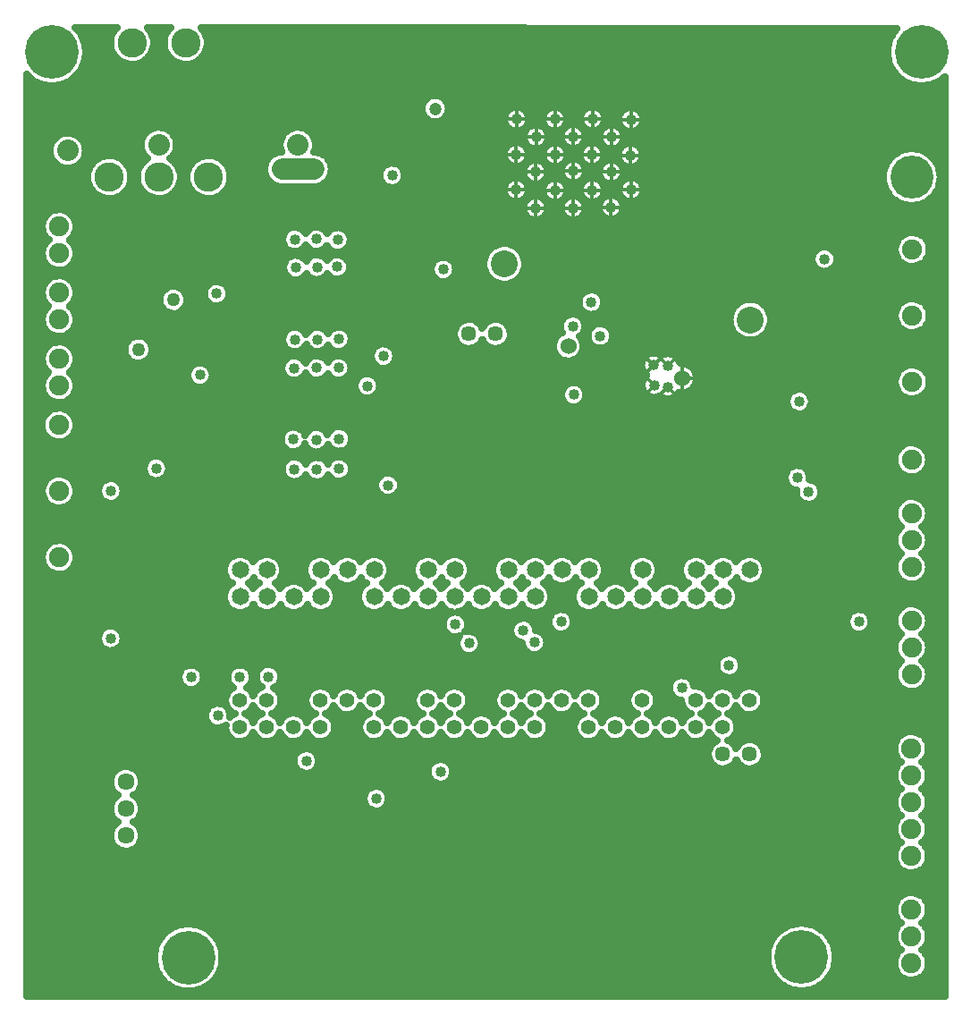
<source format=gbr>
G04 DipTrace 4.3.0.5*
G04 2 - Ground Plane.gbr*
%MOIN*%
G04 #@! TF.FileFunction,Copper,L2,Inr*
G04 #@! TF.Part,Single*
%ADD24C,0.047244*%
%ADD36C,0.074803*%
%ADD39C,0.07874*%
%ADD42C,0.055039*%
%ADD45C,0.063386*%
%ADD48C,0.057087*%
%ADD52C,0.064961*%
%ADD53C,0.2*%
%ADD61C,0.109252*%
G04 #@! TA.AperFunction,CopperBalancing*
%ADD15C,0.013*%
G04 #@! TA.AperFunction,ViaPad*
%ADD16C,0.05*%
%ADD17C,0.04*%
G04 #@! TA.AperFunction,CopperBalancing*
%ADD18C,0.025*%
G04 #@! TA.AperFunction,ViaPad*
%ADD19C,0.1*%
%ADD22C,0.08*%
%ADD66C,0.06*%
%ADD67C,0.16*%
%FSLAX26Y26*%
G04*
G70*
G90*
G75*
G01*
G04 Inner1_Plane*
%LPD*%
D17*
X746461Y1766060D3*
Y2315069D3*
D22*
X1444221Y3605070D3*
X925730D3*
D17*
X2770310Y2784490D3*
X2330451Y3504090D3*
X2823581Y2782239D3*
X2771951Y2709420D3*
X2822230Y2703340D3*
X1432340Y3253300D3*
X2612210Y3504529D3*
X2257621Y3437780D3*
X1513721Y3253789D3*
X2402501Y3436430D3*
X2259280Y3701010D3*
X1593020Y3251570D3*
X1515201Y3149420D3*
X2683710Y3566949D3*
X1795491Y3491670D3*
X3406901Y3179529D3*
X1590801Y3150520D3*
X2613351Y3634949D3*
X2470541Y3636760D3*
X2471041Y3507680D3*
X1436650Y3147940D3*
X2402001Y3701910D3*
X1433161Y2879990D3*
X2542771Y3703120D3*
X1517210Y2880239D3*
X1596331Y2880899D3*
X2331810Y3635369D3*
X2258390Y3569250D3*
X1430310Y2773100D3*
X2403210Y3569239D3*
X2685161Y3699470D3*
X1514401Y2773819D3*
X2540340Y3569650D3*
X1596331Y2773810D3*
X1427541Y2507980D3*
X2685970Y3438210D3*
X1513741Y2506070D3*
X2329791Y3370060D3*
X1598020Y2509340D3*
X2470550Y3370060D3*
X1431431Y2396300D3*
X2611730Y3372490D3*
X2541150Y3436990D3*
X1514401Y2394999D3*
X1597371Y2397609D3*
X2326531Y1750550D3*
X2082611Y1747230D3*
D66*
X2452141Y2854960D3*
D17*
X1703131Y2707070D3*
X1763401Y2818030D3*
X2468791Y2928500D3*
X2348760Y2640090D3*
D19*
X2821130Y3223239D3*
D22*
X1255271Y3025060D3*
D16*
X1148291Y2360819D3*
X1147180Y2735630D3*
D17*
X1667176Y3400321D3*
X2661981Y3133730D3*
D16*
X2418360Y3027239D3*
D17*
X2349390Y2699940D3*
X1823235Y2432549D3*
X1819487Y2964171D3*
D19*
X2827801Y3338990D3*
D66*
X2875431Y2735520D3*
D17*
X2476911Y2737819D3*
X2329741Y2759960D3*
X2472428Y2674010D3*
X1780259Y2336919D3*
X1986701Y3140999D3*
D19*
X2213751Y3161899D3*
D17*
X2538230Y3019170D3*
X2570981Y2893130D3*
D67*
X3732661Y3484919D3*
D17*
X1335043Y1623210D3*
X3535783Y1828214D3*
X2425523D3*
X2875302Y1581541D3*
X1735802Y1168915D3*
X1141630Y3050529D3*
X1079351Y2747279D3*
X916130Y2399449D3*
X1975302Y1269002D3*
X3051550Y1665090D3*
X3305701Y2364750D3*
X3348351Y2311670D3*
X2283771Y1795239D3*
X2030911Y1818050D3*
X1475302Y1308502D3*
X1145581Y1478220D3*
X1046558Y1621041D3*
X1228279D3*
X3296787Y2864533D3*
X3312696Y2648683D3*
D16*
X849710Y2842319D3*
D22*
X586251Y3583880D3*
D16*
X979860Y3027499D3*
D19*
X3130680Y2953449D3*
X635717Y4019024D2*
D18*
X749870D1*
X901601D2*
X949871D1*
X1101583D2*
X3660096D1*
X648007Y3994155D2*
X743106D1*
X908347D2*
X943107D1*
X1108347D2*
X3647823D1*
X654251Y3969287D2*
X744362D1*
X907091D2*
X944363D1*
X1107092D2*
X3641580D1*
X655363Y3944418D2*
X754069D1*
X897384D2*
X954069D1*
X1097385D2*
X3640449D1*
X651524Y3919549D2*
X777304D1*
X874149D2*
X977304D1*
X1074150D2*
X3644307D1*
X642158Y3894680D2*
X3653655D1*
X625723Y3869812D2*
X3670090D1*
X434730Y3844943D2*
X457019D1*
X597231D2*
X3698599D1*
X3838811D2*
X3852704D1*
X434730Y3820074D2*
X3852704D1*
X434730Y3795205D2*
X3852704D1*
X434730Y3770336D2*
X1914312D1*
X1998096D2*
X3852704D1*
X434730Y3745468D2*
X1904426D1*
X2007982D2*
X2245236D1*
X2273328D2*
X2384915D1*
X2419089D2*
X2522477D1*
X2563057D2*
X3852704D1*
X434747Y3720599D2*
X1908212D1*
X2004178D2*
X2215237D1*
X2303327D2*
X2357536D1*
X2446469D2*
X2497789D1*
X2587745D2*
X2641882D1*
X2728447D2*
X3852704D1*
X434747Y3695730D2*
X1931967D1*
X1980441D2*
X2211146D1*
X2307418D2*
X2353983D1*
X2450021D2*
X2494936D1*
X2590598D2*
X2636876D1*
X2733435D2*
X3852704D1*
X434747Y3670861D2*
X918903D1*
X932551D2*
X1437393D1*
X1451041D2*
X2222127D1*
X2723602D2*
X3852704D1*
X434747Y3645993D2*
X561640D1*
X610867D2*
X871536D1*
X979918D2*
X1390026D1*
X1498427D2*
X2284619D1*
X2379007D2*
X2423042D1*
X2518040D2*
X2566256D1*
X2660428D2*
X3852704D1*
X434747Y3621124D2*
X529344D1*
X643163D2*
X859281D1*
X992172D2*
X1377772D1*
X1510663D2*
X2285642D1*
X2377984D2*
X2424854D1*
X2516228D2*
X2567046D1*
X2659657D2*
X3852704D1*
X434747Y3596255D2*
X518991D1*
X653515D2*
X857882D1*
X993572D2*
X1376372D1*
X1512063D2*
X2218736D1*
X2721575D2*
X3852704D1*
X434747Y3571386D2*
X519009D1*
X653497D2*
X866548D1*
X984906D2*
X1350966D1*
X1537469D2*
X2209998D1*
X2306772D2*
X2354826D1*
X2451600D2*
X2491940D1*
X2588750D2*
X2635495D1*
X2731927D2*
X3668959D1*
X3796360D2*
X3852704D1*
X434765Y3546518D2*
X529434D1*
X643073D2*
X685315D1*
X796065D2*
X870351D1*
X981102D2*
X1055388D1*
X1166139D2*
X1325865D1*
X1562570D2*
X2215973D1*
X2300797D2*
X2310348D1*
X2350550D2*
X2360783D1*
X2582524D2*
X2591088D1*
X2727352D2*
X3643984D1*
X3821336D2*
X3852704D1*
X434765Y3521649D2*
X561963D1*
X610526D2*
X666081D1*
X815299D2*
X851118D1*
X1000336D2*
X1036154D1*
X1185391D2*
X1317773D1*
X1570661D2*
X1758198D1*
X1832795D2*
X2285498D1*
X2375400D2*
X2424783D1*
X2517304D2*
X2567081D1*
X2657342D2*
X2673604D1*
X2693801D2*
X3630796D1*
X3834523D2*
X3852704D1*
X434765Y3496780D2*
X658384D1*
X822996D2*
X843438D1*
X1008033D2*
X1028475D1*
X1193070D2*
X1319747D1*
X1568688D2*
X1747343D1*
X1843632D2*
X2282610D1*
X2378307D2*
X2423921D1*
X2518165D2*
X2564444D1*
X2659980D2*
X3624893D1*
X3840426D2*
X3852704D1*
X434765Y3471911D2*
X658832D1*
X822548D2*
X843869D1*
X1007603D2*
X1028906D1*
X1192639D2*
X1332988D1*
X1555464D2*
X1751524D1*
X1839452D2*
X2224387D1*
X2719673D2*
X3625037D1*
X3840300D2*
X3852704D1*
X434765Y3447043D2*
X667534D1*
X813846D2*
X852571D1*
X998883D2*
X1037608D1*
X1183920D2*
X1782115D1*
X1808861D2*
X2210123D1*
X2305103D2*
X2355311D1*
X2449698D2*
X2493824D1*
X2588463D2*
X2638401D1*
X2733542D2*
X3631227D1*
X3834092D2*
X3852704D1*
X434765Y3422174D2*
X688706D1*
X792674D2*
X873743D1*
X977711D2*
X1058779D1*
X1162766D2*
X2211918D1*
X2303327D2*
X2356334D1*
X2448658D2*
X2495169D1*
X2587135D2*
X2640429D1*
X2731515D2*
X3644809D1*
X3820510D2*
X3852704D1*
X434765Y3397305D2*
X2233412D1*
X2281832D2*
X2290307D1*
X2652893D2*
X2662569D1*
X2709374D2*
X3670610D1*
X3794709D2*
X3852704D1*
X434783Y3372436D2*
X2281425D1*
X2378163D2*
X2422181D1*
X2518919D2*
X2563296D1*
X2660159D2*
X3852704D1*
X434783Y3347567D2*
X508442D1*
X599402D2*
X2287239D1*
X2372332D2*
X2427994D1*
X2513106D2*
X2570652D1*
X2652821D2*
X3852704D1*
X434783Y3322699D2*
X491899D1*
X615945D2*
X3852704D1*
X434783Y3297830D2*
X488167D1*
X619677D2*
X1418572D1*
X1446107D2*
X1498163D1*
X1529269D2*
X3852704D1*
X434783Y3272961D2*
X494662D1*
X613182D2*
X1388322D1*
X1636168D2*
X3705687D1*
X3763795D2*
X3852704D1*
X434783Y3248092D2*
X509034D1*
X598846D2*
X1384195D1*
X1641317D2*
X3677966D1*
X3791516D2*
X3852704D1*
X434801Y3223224D2*
X492096D1*
X615765D2*
X1395122D1*
X1631665D2*
X2166470D1*
X2261037D2*
X3390229D1*
X3423559D2*
X3669390D1*
X3800092D2*
X3852704D1*
X434801Y3198355D2*
X488149D1*
X619713D2*
X2144635D1*
X2282855D2*
X3362508D1*
X3451298D2*
X3671256D1*
X3798226D2*
X3852704D1*
X434801Y3173486D2*
X494411D1*
X613451D2*
X1395983D1*
X1633082D2*
X1951721D1*
X2021672D2*
X2136202D1*
X2291288D2*
X3358866D1*
X3454940D2*
X3684820D1*
X3784662D2*
X3852704D1*
X434801Y3148617D2*
X515905D1*
X591956D2*
X1388214D1*
X1639200D2*
X1938911D1*
X2034500D2*
X2136489D1*
X2291018D2*
X3370421D1*
X3443367D2*
X3852704D1*
X434801Y3123749D2*
X1395104D1*
X1630624D2*
X1941638D1*
X2031773D2*
X2145604D1*
X2281904D2*
X3852704D1*
X434801Y3098880D2*
X505876D1*
X601806D2*
X1965878D1*
X2007533D2*
X2168893D1*
X2258615D2*
X3852704D1*
X434801Y3074011D2*
X491002D1*
X616680D2*
X956599D1*
X1003117D2*
X1099651D1*
X1183615D2*
X3852722D1*
X434819Y3049142D2*
X488257D1*
X619425D2*
X931247D1*
X1028469D2*
X1093210D1*
X1190038D2*
X2500929D1*
X2575544D2*
X3852722D1*
X434819Y3024273D2*
X495846D1*
X611836D2*
X926528D1*
X1033188D2*
X1101446D1*
X1181820D2*
X2490074D1*
X2586381D2*
X3100805D1*
X3160564D2*
X3702080D1*
X3767832D2*
X3852722D1*
X434819Y2999405D2*
X506396D1*
X601286D2*
X934871D1*
X1024845D2*
X2494272D1*
X2582201D2*
X3067738D1*
X3193631D2*
X3677051D1*
X3792843D2*
X3852722D1*
X434819Y2974536D2*
X491163D1*
X616519D2*
X2524882D1*
X2551574D2*
X3055232D1*
X3206119D2*
X3669390D1*
X3800523D2*
X3852722D1*
X434819Y2949667D2*
X488221D1*
X619461D2*
X2055732D1*
X2107650D2*
X2155741D1*
X2207642D2*
X2425518D1*
X2512047D2*
X3052343D1*
X3209026D2*
X3672045D1*
X3797867D2*
X3852722D1*
X434819Y2924798D2*
X495559D1*
X612123D2*
X1420564D1*
X1445766D2*
X1503564D1*
X1530866D2*
X1580320D1*
X1612359D2*
X2030433D1*
X2232940D2*
X2420512D1*
X2517071D2*
X2535216D1*
X2606746D2*
X3057851D1*
X3203500D2*
X3686794D1*
X3783101D2*
X3852722D1*
X434837Y2899930D2*
X519691D1*
X587991D2*
X1389273D1*
X1640636D2*
X2024710D1*
X2238663D2*
X2416386D1*
X2507257D2*
X2523051D1*
X2618910D2*
X3074322D1*
X3187047D2*
X3852722D1*
X434837Y2875061D2*
X808200D1*
X891230D2*
X1384985D1*
X1644385D2*
X2031025D1*
X2232366D2*
X2397439D1*
X2506844D2*
X2526245D1*
X2615717D2*
X3852722D1*
X434837Y2850192D2*
X504100D1*
X603618D2*
X796897D1*
X902534D2*
X1395696D1*
X1470616D2*
X1479970D1*
X1632992D2*
X1728109D1*
X1798687D2*
X2058297D1*
X2105085D2*
X2158289D1*
X2205094D2*
X2393904D1*
X2510379D2*
X2552172D1*
X2589790D2*
X3852722D1*
X434837Y2825323D2*
X490428D1*
X617290D2*
X799193D1*
X900219D2*
X1715550D1*
X1811247D2*
X2402211D1*
X2502071D2*
X2746771D1*
X2793846D2*
X2805155D1*
X2842002D2*
X3852722D1*
X434837Y2800455D2*
X488472D1*
X619246D2*
X818194D1*
X881219D2*
X1390905D1*
X1636240D2*
X1718456D1*
X1808340D2*
X2437091D1*
X2467192D2*
X2724739D1*
X2868252D2*
X3852722D1*
X434837Y2775586D2*
X496959D1*
X610759D2*
X1040676D1*
X1118018D2*
X1381952D1*
X1644726D2*
X1743342D1*
X1783455D2*
X2722747D1*
X2916964D2*
X3698402D1*
X3770703D2*
X3852722D1*
X434837Y2750717D2*
X504584D1*
X603152D2*
X1031041D1*
X1127653D2*
X1387694D1*
X1638536D2*
X1686322D1*
X1719940D2*
X2736670D1*
X2931767D2*
X3675634D1*
X3793471D2*
X3852722D1*
X434855Y2725848D2*
X490589D1*
X617147D2*
X1036226D1*
X1122486D2*
X1658709D1*
X1747552D2*
X2726551D1*
X2933022D2*
X3668834D1*
X3800271D2*
X3852722D1*
X434855Y2700980D2*
X488418D1*
X619318D2*
X1655103D1*
X1751159D2*
X2432749D1*
X2512119D2*
X2724308D1*
X2921916D2*
X3672278D1*
X3796827D2*
X3852722D1*
X434855Y2676111D2*
X496671D1*
X611064D2*
X1666693D1*
X1739568D2*
X2424047D1*
X2520821D2*
X2737818D1*
X2861721D2*
X3273354D1*
X3352042D2*
X3688319D1*
X3780768D2*
X3852722D1*
X434855Y2651242D2*
X523315D1*
X584420D2*
X2430040D1*
X2514828D2*
X3264329D1*
X3361067D2*
X3852722D1*
X434855Y2626373D2*
X3270053D1*
X3355343D2*
X3852722D1*
X434855Y2601504D2*
X502180D1*
X604892D2*
X3852722D1*
X434855Y2576636D2*
X489602D1*
X617452D2*
X3852722D1*
X434873Y2551767D2*
X488400D1*
X618654D2*
X1411162D1*
X1443918D2*
X1506578D1*
X1520890D2*
X1577916D1*
X1618118D2*
X3852722D1*
X434873Y2526898D2*
X497784D1*
X609270D2*
X1383190D1*
X1642968D2*
X3852722D1*
X434873Y2502029D2*
X528447D1*
X578625D2*
X1379494D1*
X1645875D2*
X3852722D1*
X434873Y2477161D2*
X1390977D1*
X1464103D2*
X1475538D1*
X1551930D2*
X1562737D1*
X1633297D2*
X3685663D1*
X3778687D2*
X3852722D1*
X434873Y2452292D2*
X3669802D1*
X3794530D2*
X3852722D1*
X434873Y2427423D2*
X877205D1*
X955068D2*
X1395158D1*
X1467710D2*
X1479360D1*
X1549436D2*
X1559920D1*
X1634822D2*
X3666483D1*
X3797867D2*
X3852722D1*
X434891Y2402554D2*
X867804D1*
X964452D2*
X1383424D1*
X1645534D2*
X3277104D1*
X3334297D2*
X3673391D1*
X3790942D2*
X3852722D1*
X434891Y2377686D2*
X542316D1*
X566335D2*
X873186D1*
X959087D2*
X1386940D1*
X1641264D2*
X1756601D1*
X1803927D2*
X3259126D1*
X3352275D2*
X3696464D1*
X3767868D2*
X3852722D1*
X434891Y2352817D2*
X500960D1*
X607673D2*
X717790D1*
X775127D2*
X1414122D1*
X1448727D2*
X1493714D1*
X1535082D2*
X1584698D1*
X1610044D2*
X1734658D1*
X1825852D2*
X3258839D1*
X3371258D2*
X3852722D1*
X434891Y2327948D2*
X489818D1*
X618833D2*
X699866D1*
X793051D2*
X1732702D1*
X1827807D2*
X3275722D1*
X3393811D2*
X3852722D1*
X434891Y2303079D2*
X489638D1*
X619013D2*
X699615D1*
X793302D2*
X1746697D1*
X1813813D2*
X3300734D1*
X3395982D2*
X3852722D1*
X434891Y2278210D2*
X500314D1*
X608319D2*
X716552D1*
X776365D2*
X3314388D1*
X3382328D2*
X3686776D1*
X3777575D2*
X3852722D1*
X434891Y2253342D2*
X537633D1*
X571000D2*
X3670179D1*
X3794171D2*
X3852722D1*
X434909Y2228473D2*
X3666411D1*
X3797921D2*
X3852722D1*
X434909Y2203604D2*
X3672871D1*
X3791480D2*
X3852722D1*
X434909Y2178735D2*
X3687350D1*
X3777001D2*
X3852722D1*
X434909Y2153867D2*
X3670377D1*
X3793974D2*
X3852722D1*
X434909Y2128998D2*
X535821D1*
X572435D2*
X3666393D1*
X3797957D2*
X3852722D1*
X434909Y2104129D2*
X499847D1*
X608409D2*
X3672619D1*
X3791731D2*
X3852722D1*
X434909Y2079260D2*
X489369D1*
X618887D2*
X3687942D1*
X3776409D2*
X3852722D1*
X434927Y2054392D2*
X489710D1*
X618564D2*
X1178220D1*
X1378860D2*
X1478230D1*
X1778861D2*
X1878231D1*
X2078853D2*
X2178222D1*
X2578863D2*
X2678233D1*
X2778864D2*
X2878215D1*
X3178865D2*
X3670574D1*
X3793776D2*
X3852722D1*
X434927Y2029523D2*
X501067D1*
X607189D2*
X1168280D1*
X1388800D2*
X1468272D1*
X1788801D2*
X1868273D1*
X2088811D2*
X2168282D1*
X2588803D2*
X2668275D1*
X2788804D2*
X2868275D1*
X3188805D2*
X3666375D1*
X3797975D2*
X3852722D1*
X434927Y2004654D2*
X545259D1*
X562998D2*
X1169913D1*
X1387168D2*
X1469922D1*
X1787169D2*
X1869923D1*
X2087160D2*
X2169915D1*
X2587171D2*
X2669908D1*
X2787171D2*
X2869908D1*
X3187172D2*
X3672368D1*
X3791982D2*
X3852722D1*
X434927Y1979785D2*
X1184482D1*
X1272589D2*
X1284491D1*
X1372599D2*
X1484491D1*
X1572599D2*
X1584483D1*
X1672590D2*
X1684492D1*
X1772600D2*
X1884492D1*
X1972600D2*
X1984484D1*
X2072591D2*
X2184484D1*
X2272592D2*
X2284493D1*
X2372601D2*
X2384485D1*
X2472592D2*
X2484494D1*
X2572602D2*
X2684494D1*
X2772602D2*
X2884495D1*
X2972603D2*
X2984486D1*
X3072594D2*
X3084495D1*
X3172585D2*
X3693271D1*
X3771062D2*
X3852722D1*
X434927Y1954917D2*
X1178597D1*
X1578484D2*
X1678589D1*
X2378486D2*
X2478591D1*
X3078479D2*
X3852722D1*
X434927Y1930048D2*
X1168352D1*
X1588729D2*
X1668362D1*
X2388731D2*
X2468364D1*
X3088724D2*
X3852722D1*
X434945Y1905179D2*
X1169769D1*
X1587312D2*
X1669761D1*
X2387314D2*
X2469763D1*
X3087324D2*
X3852722D1*
X434945Y1880310D2*
X1183979D1*
X1273110D2*
X1283971D1*
X1373101D2*
X1383980D1*
X1473110D2*
X1483971D1*
X1573102D2*
X1683972D1*
X1773102D2*
X1783981D1*
X1873111D2*
X1883972D1*
X1973103D2*
X1983981D1*
X2073112D2*
X2083973D1*
X2173103D2*
X2183982D1*
X2273112D2*
X2283973D1*
X2373104D2*
X2483974D1*
X2573104D2*
X2583983D1*
X2673113D2*
X2683974D1*
X2773105D2*
X2783983D1*
X2873114D2*
X2883975D1*
X2973105D2*
X2983984D1*
X3073114D2*
X3689162D1*
X3775171D2*
X3852722D1*
X434945Y1855441D2*
X2001726D1*
X2060086D2*
X2386028D1*
X2465021D2*
X3496284D1*
X3575278D2*
X3670987D1*
X3793364D2*
X3852722D1*
X434945Y1830573D2*
X1984215D1*
X2077597D2*
X2251929D1*
X2315617D2*
X2377146D1*
X2473902D2*
X3487403D1*
X3584159D2*
X3666340D1*
X3797993D2*
X3852722D1*
X434945Y1805704D2*
X720768D1*
X772166D2*
X1984161D1*
X2077651D2*
X2236552D1*
X2330993D2*
X2382978D1*
X2468071D2*
X3493252D1*
X3578328D2*
X3671884D1*
X3792467D2*
X3852722D1*
X434945Y1780835D2*
X700476D1*
X792459D2*
X2001493D1*
X2116424D2*
X2237647D1*
X2363558D2*
X3689808D1*
X3774543D2*
X3852740D1*
X434945Y1755966D2*
X699148D1*
X793769D2*
X2035009D1*
X2130204D2*
X2257455D1*
X2374647D2*
X3671202D1*
X3793148D2*
X3852740D1*
X434963Y1731098D2*
X714166D1*
X778751D2*
X2037108D1*
X2128122D2*
X2282412D1*
X2370646D2*
X3666340D1*
X3798011D2*
X3852740D1*
X434963Y1706229D2*
X2059410D1*
X2105820D2*
X2311963D1*
X2341095D2*
X3028624D1*
X3074478D2*
X3671650D1*
X3792700D2*
X3852740D1*
X434963Y1681360D2*
X3006089D1*
X3097013D2*
X3690472D1*
X3773879D2*
X3852740D1*
X434963Y1656491D2*
X1014857D1*
X1078259D2*
X1196575D1*
X1259994D2*
X1300890D1*
X1369208D2*
X3003935D1*
X3099166D2*
X3671417D1*
X3792915D2*
X3852740D1*
X434963Y1631623D2*
X999355D1*
X1093761D2*
X1181073D1*
X1275478D2*
X1287380D1*
X1382700D2*
X3017589D1*
X3085512D2*
X3666340D1*
X3798011D2*
X3852740D1*
X434963Y1606754D2*
X1000396D1*
X1092720D2*
X1182131D1*
X1274437D2*
X1289658D1*
X1380421D2*
X2834401D1*
X2916193D2*
X3671417D1*
X3792915D2*
X3852740D1*
X434963Y1581885D2*
X1020042D1*
X1073073D2*
X1201006D1*
X1255562D2*
X1300998D1*
X1357599D2*
X1500998D1*
X1555554D2*
X1601007D1*
X1655563D2*
X1700999D1*
X1755555D2*
X1900999D1*
X1955555D2*
X2001008D1*
X2055546D2*
X2201009D1*
X2255547D2*
X2301000D1*
X2355556D2*
X2401009D1*
X2455547D2*
X2501001D1*
X2555557D2*
X2701001D1*
X2755557D2*
X2826865D1*
X2955558D2*
X3001011D1*
X3055549D2*
X3101002D1*
X3155558D2*
X3690454D1*
X3773879D2*
X3852740D1*
X434981Y1557016D2*
X1177287D1*
X1379273D2*
X1477297D1*
X1779274D2*
X1877298D1*
X2079266D2*
X2177289D1*
X2579276D2*
X2677300D1*
X2779277D2*
X2833970D1*
X3179260D2*
X3852740D1*
X434981Y1532148D2*
X1172389D1*
X1384189D2*
X1472380D1*
X1784172D2*
X1872381D1*
X2084182D2*
X2172373D1*
X2584174D2*
X2672384D1*
X2784175D2*
X2872384D1*
X3184176D2*
X3852740D1*
X434981Y1507279D2*
X1107510D1*
X1376779D2*
X1479791D1*
X1776762D2*
X1879792D1*
X2076772D2*
X2179783D1*
X2576764D2*
X2679794D1*
X2776765D2*
X2879794D1*
X3176766D2*
X3852740D1*
X434981Y1482410D2*
X1097337D1*
X1193824D2*
X1202029D1*
X1254522D2*
X1302038D1*
X1354531D2*
X1402030D1*
X1454522D2*
X1502039D1*
X1554531D2*
X1613872D1*
X1642681D2*
X1702039D1*
X1754532D2*
X1802031D1*
X1854523D2*
X1902040D1*
X1954532D2*
X2002031D1*
X2054524D2*
X2102040D1*
X2154533D2*
X2202032D1*
X2254524D2*
X2302041D1*
X2354516D2*
X2413874D1*
X2442683D2*
X2502041D1*
X2554516D2*
X2602033D1*
X2654525D2*
X2702042D1*
X2754517D2*
X2802033D1*
X2854526D2*
X2902042D1*
X2954517D2*
X3002034D1*
X3054526D2*
X3113867D1*
X3142694D2*
X3852740D1*
X434981Y1457541D2*
X1102074D1*
X1579022D2*
X1677530D1*
X2379024D2*
X2477532D1*
X3079017D2*
X3852740D1*
X434981Y1432672D2*
X1137132D1*
X1154028D2*
X1172353D1*
X1584208D2*
X1672363D1*
X2384210D2*
X2472365D1*
X3084203D2*
X3852740D1*
X434999Y1407804D2*
X1179476D1*
X1577085D2*
X1679486D1*
X2377069D2*
X2479488D1*
X3077080D2*
X3693881D1*
X3769573D2*
X3852740D1*
X434999Y1382935D2*
X1211772D1*
X1244779D2*
X1311781D1*
X1344788D2*
X1411772D1*
X1444780D2*
X1511781D1*
X1544789D2*
X1711782D1*
X1744789D2*
X1811773D1*
X1844781D2*
X1911782D1*
X1944790D2*
X2011774D1*
X2044781D2*
X2111765D1*
X2144790D2*
X2211774D1*
X2244782D2*
X2311765D1*
X2344791D2*
X2511766D1*
X2544791D2*
X2611775D1*
X2644783D2*
X2711766D1*
X2744792D2*
X2811776D1*
X2844783D2*
X2911767D1*
X2944792D2*
X3000903D1*
X3055621D2*
X3100912D1*
X3155612D2*
X3672261D1*
X3791193D2*
X3852740D1*
X434999Y1358066D2*
X2976663D1*
X3179852D2*
X3665945D1*
X3797490D2*
X3852740D1*
X434999Y1333197D2*
X1434074D1*
X1516530D2*
X2971299D1*
X3185217D2*
X3669856D1*
X3793597D2*
X3852740D1*
X434999Y1308329D2*
X1426861D1*
X1523743D2*
X1949066D1*
X2001541D2*
X2977955D1*
X3178560D2*
X3686686D1*
X3776767D2*
X3852740D1*
X434999Y1283460D2*
X777160D1*
X828917D2*
X1434289D1*
X1516315D2*
X1929204D1*
X2021403D2*
X3006609D1*
X3049915D2*
X3106618D1*
X3149906D2*
X3672512D1*
X3790924D2*
X3852740D1*
X434999Y1258591D2*
X750050D1*
X856010D2*
X1928056D1*
X2022533D2*
X3665981D1*
X3797473D2*
X3852740D1*
X435017Y1233722D2*
X742981D1*
X863079D2*
X1943396D1*
X2007210D2*
X3669659D1*
X3793776D2*
X3852740D1*
X435017Y1208854D2*
X747251D1*
X858827D2*
X1710616D1*
X1760991D2*
X3686112D1*
X3777341D2*
X3852740D1*
X435017Y1183985D2*
X766915D1*
X839144D2*
X1689910D1*
X1781696D2*
X3672781D1*
X3790655D2*
X3852740D1*
X435017Y1159116D2*
X750355D1*
X855723D2*
X1688421D1*
X1783185D2*
X3665999D1*
X3797437D2*
X3852740D1*
X435017Y1134247D2*
X743016D1*
X863061D2*
X1703170D1*
X1768437D2*
X3669462D1*
X3793974D2*
X3852740D1*
X435017Y1109378D2*
X747035D1*
X859024D2*
X3685556D1*
X3777898D2*
X3852740D1*
X435017Y1084510D2*
X766198D1*
X839862D2*
X3673050D1*
X3790385D2*
X3852740D1*
X435035Y1059641D2*
X750642D1*
X855418D2*
X3666035D1*
X3797401D2*
X3852740D1*
X435035Y1034772D2*
X743034D1*
X863025D2*
X3669282D1*
X3794153D2*
X3852740D1*
X435035Y1009903D2*
X746820D1*
X859239D2*
X3684999D1*
X3778436D2*
X3852740D1*
X435035Y985035D2*
X765498D1*
X840562D2*
X3673319D1*
X3790116D2*
X3852740D1*
X435035Y960166D2*
X3666070D1*
X3797365D2*
X3852740D1*
X435035Y935297D2*
X3669103D1*
X3794333D2*
X3852740D1*
X435052Y910428D2*
X3684479D1*
X3778974D2*
X3852740D1*
X435052Y885560D2*
X3852740D1*
X435052Y860691D2*
X3852740D1*
X435052Y835822D2*
X3852740D1*
X435052Y810953D2*
X3699084D1*
X3764369D2*
X3852740D1*
X435052Y786085D2*
X3673893D1*
X3789542D2*
X3852740D1*
X435052Y761216D2*
X3666160D1*
X3797275D2*
X3852740D1*
X435070Y736347D2*
X3668780D1*
X3794674D2*
X3852740D1*
X435070Y711478D2*
X3683438D1*
X3779997D2*
X3852740D1*
X435070Y686609D2*
X972316D1*
X1098856D2*
X3255232D1*
X3387514D2*
X3674198D1*
X3789255D2*
X3852740D1*
X435070Y661741D2*
X940559D1*
X1130614D2*
X3224874D1*
X3417890D2*
X3666214D1*
X3797221D2*
X3852740D1*
X435070Y636872D2*
X922671D1*
X1148502D2*
X3207596D1*
X3435168D2*
X3668618D1*
X3794835D2*
X3852740D1*
X435070Y612003D2*
X912318D1*
X1158854D2*
X3197638D1*
X3445126D2*
X3682954D1*
X3780499D2*
X3852740D1*
X435088Y587134D2*
X907617D1*
X1163555D2*
X3193278D1*
X3449486D2*
X3674503D1*
X3788950D2*
X3852740D1*
X435088Y562266D2*
X907940D1*
X1163232D2*
X3193924D1*
X3448840D2*
X3666268D1*
X3797168D2*
X3852740D1*
X435088Y537397D2*
X913323D1*
X1157868D2*
X3199648D1*
X3443116D2*
X3668457D1*
X3794997D2*
X3852740D1*
X435088Y512528D2*
X924501D1*
X1146672D2*
X3211274D1*
X3431490D2*
X3682470D1*
X3780984D2*
X3852740D1*
X435088Y487659D2*
X943645D1*
X1127528D2*
X3231082D1*
X3411682D2*
X3852740D1*
X435088Y462791D2*
X978578D1*
X1092612D2*
X3267900D1*
X3374864D2*
X3852758D1*
X435088Y437922D2*
X3852758D1*
X2004906Y3731130D2*
X2002399Y3722336D1*
X1998318Y3714152D1*
X1992803Y3706858D1*
X1986041Y3700701D1*
X1978263Y3695891D1*
X1969734Y3692593D1*
X1960744Y3690918D1*
X1951599Y3690923D1*
X1942611Y3692608D1*
X1934086Y3695917D1*
X1926313Y3700735D1*
X1919559Y3706900D1*
X1914052Y3714201D1*
X1909981Y3722389D1*
X1907483Y3731187D1*
X1906645Y3740293D1*
X1907494Y3749398D1*
X1910001Y3758192D1*
X1914082Y3766376D1*
X1919597Y3773671D1*
X1926359Y3779828D1*
X1934137Y3784637D1*
X1942666Y3787936D1*
X1951656Y3789611D1*
X1960801Y3789606D1*
X1969789Y3787920D1*
X1978314Y3784612D1*
X1986087Y3779793D1*
X1992841Y3773628D1*
X1998348Y3766328D1*
X2002419Y3758139D1*
X2004917Y3749342D1*
X2005755Y3740264D1*
X2004906Y3731130D1*
X616590Y3291896D2*
X614589Y3282868D1*
X611296Y3274229D1*
X606779Y3266161D1*
X601136Y3258836D1*
X594486Y3252411D1*
X592703Y3251133D1*
X594392Y3249776D1*
X601056Y3243365D1*
X606715Y3236053D1*
X611249Y3227994D1*
X614561Y3219362D1*
X616581Y3210339D1*
X617266Y3201050D1*
X616601Y3191896D1*
X614600Y3182868D1*
X611307Y3174229D1*
X606790Y3166161D1*
X601147Y3158836D1*
X594497Y3152411D1*
X586983Y3147023D1*
X578765Y3142786D1*
X570017Y3139792D1*
X560926Y3138102D1*
X551686Y3137755D1*
X542494Y3138756D1*
X533546Y3141085D1*
X525033Y3144692D1*
X517135Y3149501D1*
X510021Y3155407D1*
X503844Y3162287D1*
X498734Y3169993D1*
X494800Y3178361D1*
X492126Y3187212D1*
X490770Y3196359D1*
X490760Y3205605D1*
X492097Y3214754D1*
X494751Y3223611D1*
X498667Y3231988D1*
X503760Y3239704D1*
X509923Y3246597D1*
X515159Y3250964D1*
X510010Y3255407D1*
X503833Y3262287D1*
X498722Y3269993D1*
X494789Y3278361D1*
X492115Y3287212D1*
X490759Y3296359D1*
X490749Y3305605D1*
X492086Y3314754D1*
X494740Y3323611D1*
X498656Y3331988D1*
X503749Y3339704D1*
X509912Y3346597D1*
X517013Y3352520D1*
X524900Y3357345D1*
X533406Y3360970D1*
X542349Y3363319D1*
X551539Y3364340D1*
X560779Y3364012D1*
X569874Y3362343D1*
X578628Y3359366D1*
X586856Y3355148D1*
X594381Y3349776D1*
X601045Y3343365D1*
X606704Y3336053D1*
X611238Y3327994D1*
X614550Y3319362D1*
X616570Y3310339D1*
X617255Y3301050D1*
X616590Y3291896D1*
X616510Y3045635D2*
X614510Y3036608D1*
X611216Y3027968D1*
X606699Y3019900D1*
X601056Y3012575D1*
X594406Y3006151D1*
X592623Y3004872D1*
X594302Y3003515D1*
X600965Y2997105D1*
X606624Y2989792D1*
X611158Y2981734D1*
X614470Y2973101D1*
X616490Y2964078D1*
X617175Y2954789D1*
X616510Y2945635D1*
X614510Y2936608D1*
X611216Y2927968D1*
X606699Y2919900D1*
X601056Y2912575D1*
X594406Y2906151D1*
X586892Y2900763D1*
X578674Y2896526D1*
X569926Y2893531D1*
X560835Y2891842D1*
X551595Y2891494D1*
X542404Y2892496D1*
X533455Y2894825D1*
X524942Y2898432D1*
X517044Y2903240D1*
X509930Y2909147D1*
X503753Y2916027D1*
X498643Y2923733D1*
X494709Y2932100D1*
X492036Y2940952D1*
X490679Y2950098D1*
X490670Y2959344D1*
X492006Y2968494D1*
X494660Y2977351D1*
X498576Y2985727D1*
X503669Y2993444D1*
X509832Y3000337D1*
X515068Y3004703D1*
X509930Y3009147D1*
X503753Y3016027D1*
X498643Y3023733D1*
X494709Y3032100D1*
X492036Y3040952D1*
X490679Y3050098D1*
X490670Y3059344D1*
X492006Y3068494D1*
X494660Y3077351D1*
X498576Y3085727D1*
X503669Y3093444D1*
X509832Y3100337D1*
X516933Y3106259D1*
X524820Y3111084D1*
X533326Y3114710D1*
X542269Y3117058D1*
X551459Y3118079D1*
X560700Y3117752D1*
X569794Y3116082D1*
X578548Y3113106D1*
X586776Y3108887D1*
X594302Y3103515D1*
X600965Y3097105D1*
X606624Y3089792D1*
X611158Y3081734D1*
X614470Y3073101D1*
X616490Y3064078D1*
X617175Y3054789D1*
X616510Y3045635D1*
X616527Y2798875D2*
X614526Y2789847D1*
X611233Y2781208D1*
X606716Y2773140D1*
X601073Y2765815D1*
X594423Y2759390D1*
X592640Y2758112D1*
X594329Y2756755D1*
X600993Y2750344D1*
X606652Y2743032D1*
X611186Y2734973D1*
X614498Y2726341D1*
X616518Y2717318D1*
X617203Y2708029D1*
X616538Y2698875D1*
X614537Y2689847D1*
X611244Y2681208D1*
X606727Y2673140D1*
X601084Y2665815D1*
X594434Y2659390D1*
X586920Y2654002D1*
X578702Y2649765D1*
X569954Y2646771D1*
X560863Y2645081D1*
X551623Y2644734D1*
X542431Y2645735D1*
X533483Y2648064D1*
X524970Y2651671D1*
X517072Y2656480D1*
X509958Y2662386D1*
X503781Y2669266D1*
X498671Y2676972D1*
X494737Y2685340D1*
X492063Y2694191D1*
X490707Y2703338D1*
X490697Y2712584D1*
X492034Y2721733D1*
X494688Y2730590D1*
X498604Y2738967D1*
X503697Y2746683D1*
X509860Y2753576D1*
X515096Y2757943D1*
X509947Y2762386D1*
X503770Y2769266D1*
X498659Y2776972D1*
X494726Y2785340D1*
X492052Y2794191D1*
X490696Y2803338D1*
X490686Y2812584D1*
X492023Y2821733D1*
X494677Y2830590D1*
X498593Y2838967D1*
X503686Y2846683D1*
X509849Y2853576D1*
X516950Y2859499D1*
X524837Y2864324D1*
X533343Y2867949D1*
X542286Y2870298D1*
X551476Y2871319D1*
X560716Y2870991D1*
X569811Y2869322D1*
X578565Y2866345D1*
X586793Y2862127D1*
X594318Y2856755D1*
X600982Y2850344D1*
X606641Y2843032D1*
X611175Y2834973D1*
X614487Y2826341D1*
X616507Y2817318D1*
X617192Y2808029D1*
X616527Y2798875D1*
X3797411Y3206306D2*
X3795410Y3197278D1*
X3792116Y3188639D1*
X3787599Y3180571D1*
X3781956Y3173246D1*
X3775307Y3166821D1*
X3767793Y3161433D1*
X3759574Y3157197D1*
X3750826Y3154202D1*
X3741735Y3152512D1*
X3732496Y3152165D1*
X3723304Y3153166D1*
X3714356Y3155495D1*
X3705842Y3159102D1*
X3697944Y3163911D1*
X3690831Y3169818D1*
X3684653Y3176697D1*
X3679543Y3184403D1*
X3675609Y3192771D1*
X3672936Y3201622D1*
X3671580Y3210769D1*
X3671570Y3220015D1*
X3672906Y3229164D1*
X3675561Y3238021D1*
X3679476Y3246398D1*
X3684570Y3254114D1*
X3690732Y3261008D1*
X3697833Y3266930D1*
X3705721Y3271755D1*
X3714227Y3275380D1*
X3723170Y3277729D1*
X3732359Y3278750D1*
X3741600Y3278422D1*
X3750694Y3276753D1*
X3759448Y3273777D1*
X3767676Y3269558D1*
X3775202Y3264186D1*
X3781865Y3257775D1*
X3787524Y3250463D1*
X3792058Y3242404D1*
X3795371Y3233772D1*
X3797391Y3224749D1*
X3798076Y3215460D1*
X3797411Y3206306D1*
X3797622Y2959545D2*
X3795621Y2950517D1*
X3792327Y2941878D1*
X3787811Y2933809D1*
X3782168Y2926485D1*
X3775518Y2920060D1*
X3768004Y2914672D1*
X3759785Y2910435D1*
X3751037Y2907440D1*
X3741947Y2905751D1*
X3732707Y2905404D1*
X3723515Y2906405D1*
X3714567Y2908734D1*
X3706053Y2912341D1*
X3698155Y2917149D1*
X3691042Y2923056D1*
X3684864Y2929936D1*
X3679754Y2937642D1*
X3675821Y2946010D1*
X3673147Y2954861D1*
X3671791Y2964008D1*
X3671781Y2973254D1*
X3673118Y2982403D1*
X3675772Y2991260D1*
X3679687Y2999636D1*
X3684781Y3007353D1*
X3690944Y3014246D1*
X3698045Y3020169D1*
X3705932Y3024994D1*
X3714438Y3028619D1*
X3723381Y3030968D1*
X3732571Y3031989D1*
X3741811Y3031661D1*
X3750906Y3029991D1*
X3759660Y3027015D1*
X3767887Y3022796D1*
X3775413Y3017424D1*
X3782077Y3011014D1*
X3787735Y3003702D1*
X3792269Y2995643D1*
X3795582Y2987011D1*
X3797602Y2977988D1*
X3798287Y2968699D1*
X3797622Y2959545D1*
X3797220Y2712775D2*
X3795220Y2703748D1*
X3791926Y2695108D1*
X3787409Y2687040D1*
X3781766Y2679716D1*
X3775116Y2673291D1*
X3767602Y2667903D1*
X3759384Y2663666D1*
X3750636Y2660671D1*
X3741545Y2658982D1*
X3732305Y2658635D1*
X3723113Y2659636D1*
X3714165Y2661965D1*
X3705652Y2665572D1*
X3697754Y2670380D1*
X3690640Y2676287D1*
X3684463Y2683167D1*
X3679353Y2690873D1*
X3675419Y2699241D1*
X3672746Y2708092D1*
X3671389Y2717239D1*
X3671380Y2726485D1*
X3672716Y2735634D1*
X3675370Y2744491D1*
X3679286Y2752867D1*
X3684379Y2760584D1*
X3690542Y2767477D1*
X3697643Y2773400D1*
X3705530Y2778225D1*
X3714036Y2781850D1*
X3722979Y2784199D1*
X3732169Y2785220D1*
X3741410Y2784892D1*
X3750504Y2783222D1*
X3759258Y2780246D1*
X3767486Y2776027D1*
X3775012Y2770655D1*
X3781675Y2764245D1*
X3787334Y2756933D1*
X3791868Y2748874D1*
X3795180Y2740242D1*
X3797200Y2731219D1*
X3797885Y2721930D1*
X3797220Y2712775D1*
X616199Y2552045D2*
X614199Y2543017D1*
X610905Y2534378D1*
X606388Y2526309D1*
X600745Y2518985D1*
X594095Y2512560D1*
X586581Y2507172D1*
X578363Y2502935D1*
X569615Y2499940D1*
X560524Y2498251D1*
X551284Y2497904D1*
X542092Y2498905D1*
X533144Y2501234D1*
X524631Y2504841D1*
X516733Y2509649D1*
X509619Y2515556D1*
X503442Y2522436D1*
X498332Y2530142D1*
X494398Y2538510D1*
X491725Y2547361D1*
X490368Y2556508D1*
X490359Y2565754D1*
X491695Y2574903D1*
X494349Y2583760D1*
X498265Y2592136D1*
X503358Y2599853D1*
X509521Y2606746D1*
X516622Y2612669D1*
X524509Y2617494D1*
X533015Y2621119D1*
X541958Y2623468D1*
X551148Y2624489D1*
X560389Y2624161D1*
X569483Y2622491D1*
X578237Y2619515D1*
X586465Y2615296D1*
X593991Y2609924D1*
X600654Y2603514D1*
X606313Y2596202D1*
X610847Y2588143D1*
X614159Y2579511D1*
X616179Y2570488D1*
X616864Y2561199D1*
X616199Y2552045D1*
X616991Y2305915D2*
X614990Y2296887D1*
X611696Y2288248D1*
X607180Y2280179D1*
X601536Y2272855D1*
X594887Y2266430D1*
X587373Y2261042D1*
X579154Y2256805D1*
X570406Y2253811D1*
X561316Y2252121D1*
X552076Y2251774D1*
X542884Y2252775D1*
X533936Y2255104D1*
X525422Y2258711D1*
X517524Y2263519D1*
X510411Y2269426D1*
X504233Y2276306D1*
X499123Y2284012D1*
X495189Y2292380D1*
X492516Y2301231D1*
X491160Y2310378D1*
X491150Y2319624D1*
X492486Y2328773D1*
X495141Y2337630D1*
X499056Y2346007D1*
X504150Y2353723D1*
X510313Y2360616D1*
X517413Y2366539D1*
X525301Y2371364D1*
X533807Y2374989D1*
X542750Y2377338D1*
X551939Y2378359D1*
X561180Y2378031D1*
X570274Y2376361D1*
X579029Y2373385D1*
X587256Y2369166D1*
X594782Y2363795D1*
X601445Y2357384D1*
X607104Y2350072D1*
X611638Y2342013D1*
X614951Y2333381D1*
X616971Y2324358D1*
X617656Y2315069D1*
X616991Y2305915D1*
X616799Y2058514D2*
X614798Y2049487D1*
X611505Y2040847D1*
X606988Y2032779D1*
X601345Y2025455D1*
X594695Y2019030D1*
X587181Y2013642D1*
X578962Y2009405D1*
X570215Y2006410D1*
X561124Y2004721D1*
X551884Y2004373D1*
X542692Y2005375D1*
X533744Y2007704D1*
X525230Y2011311D1*
X517333Y2016119D1*
X510219Y2022026D1*
X504041Y2028906D1*
X498931Y2036612D1*
X494998Y2044980D1*
X492324Y2053831D1*
X490968Y2062977D1*
X490958Y2072224D1*
X492295Y2081373D1*
X494949Y2090230D1*
X498865Y2098606D1*
X503958Y2106323D1*
X510121Y2113216D1*
X517222Y2119138D1*
X525109Y2123964D1*
X533615Y2127589D1*
X542558Y2129937D1*
X551748Y2130959D1*
X560988Y2130631D1*
X570083Y2128961D1*
X578837Y2125985D1*
X587065Y2121766D1*
X594590Y2116394D1*
X601254Y2109984D1*
X606913Y2102672D1*
X611447Y2094613D1*
X614759Y2085981D1*
X616779Y2076958D1*
X617464Y2067669D1*
X616799Y2058514D1*
X1494840Y3448986D2*
X1385166D1*
X1376010Y3449631D1*
X1367035Y3451553D1*
X1358418Y3454715D1*
X1350329Y3459054D1*
X1342929Y3464484D1*
X1336363Y3470898D1*
X1330761Y3478169D1*
X1326234Y3486154D1*
X1322872Y3494695D1*
X1320740Y3503622D1*
X1319880Y3512761D1*
X1320311Y3521930D1*
X1322023Y3530947D1*
X1324982Y3539636D1*
X1329130Y3547824D1*
X1334386Y3555349D1*
X1340644Y3562063D1*
X1347782Y3567834D1*
X1355659Y3572546D1*
X1364119Y3576108D1*
X1372994Y3578448D1*
X1382110Y3579521D1*
X1383426Y3579552D1*
X1382271Y3582501D1*
X1379733Y3591343D1*
X1378450Y3600451D1*
X1378447Y3609650D1*
X1379724Y3618759D1*
X1382257Y3627602D1*
X1385996Y3636007D1*
X1390868Y3643809D1*
X1396779Y3650857D1*
X1403613Y3657014D1*
X1411237Y3662160D1*
X1419504Y3666195D1*
X1428251Y3669040D1*
X1437310Y3670640D1*
X1446502Y3670964D1*
X1455651Y3670005D1*
X1464577Y3667782D1*
X1473107Y3664339D1*
X1481074Y3659742D1*
X1488324Y3654081D1*
X1494716Y3647466D1*
X1500125Y3640026D1*
X1504446Y3631906D1*
X1507595Y3623263D1*
X1509510Y3614266D1*
X1510154Y3605070D1*
X1509515Y3595913D1*
X1507606Y3586915D1*
X1504938Y3579579D1*
X1512432Y3578948D1*
X1521407Y3577025D1*
X1530024Y3573863D1*
X1538113Y3569524D1*
X1545513Y3564094D1*
X1552079Y3557680D1*
X1557681Y3550409D1*
X1562208Y3542424D1*
X1565570Y3533884D1*
X1567702Y3524956D1*
X1568562Y3515818D1*
X1568131Y3506649D1*
X1566419Y3497631D1*
X1563460Y3488943D1*
X1559312Y3480755D1*
X1554056Y3473229D1*
X1547798Y3466515D1*
X1540660Y3460745D1*
X1532783Y3456032D1*
X1524323Y3452471D1*
X1515448Y3450130D1*
X1506332Y3449057D1*
X1503276Y3448986D1*
X1494840D1*
X1278244Y1515731D2*
X1274892Y1508356D1*
X1269800Y1500855D1*
X1263513Y1494322D1*
X1256213Y1488946D1*
X1248109Y1484881D1*
X1247067Y1484564D1*
X1248312Y1484078D1*
X1256399Y1479980D1*
X1263677Y1474574D1*
X1269937Y1468015D1*
X1274998Y1460494D1*
X1278233Y1453299D1*
X1279617Y1456637D1*
X1284055Y1464543D1*
X1289765Y1471585D1*
X1296583Y1477561D1*
X1304313Y1482299D1*
X1309633Y1484424D1*
X1304118Y1486840D1*
X1296407Y1491609D1*
X1289614Y1497613D1*
X1283933Y1504678D1*
X1279527Y1512602D1*
X1278375Y1515886D1*
X1978244Y1515731D2*
X1974892Y1508356D1*
X1969800Y1500855D1*
X1963513Y1494322D1*
X1956213Y1488946D1*
X1948109Y1484881D1*
X1947067Y1484564D1*
X1948312Y1484078D1*
X1956399Y1479980D1*
X1963677Y1474574D1*
X1969937Y1468015D1*
X1974998Y1460494D1*
X1978233Y1453299D1*
X1979617Y1456637D1*
X1984055Y1464543D1*
X1989765Y1471585D1*
X1996583Y1477561D1*
X2004313Y1482299D1*
X2009633Y1484424D1*
X2004118Y1486840D1*
X1996407Y1491609D1*
X1989614Y1497613D1*
X1983933Y1504678D1*
X1979527Y1512602D1*
X1978375Y1515886D1*
X2278244Y1515731D2*
X2274892Y1508356D1*
X2269800Y1500855D1*
X2263513Y1494322D1*
X2256213Y1488946D1*
X2248109Y1484881D1*
X2247067Y1484564D1*
X2248312Y1484078D1*
X2256399Y1479980D1*
X2263677Y1474574D1*
X2269937Y1468015D1*
X2274998Y1460494D1*
X2278233Y1453299D1*
X2279617Y1456637D1*
X2284055Y1464543D1*
X2289765Y1471585D1*
X2296583Y1477561D1*
X2304313Y1482299D1*
X2309633Y1484424D1*
X2304118Y1486840D1*
X2296407Y1491609D1*
X2289614Y1497613D1*
X2283933Y1504678D1*
X2279527Y1512602D1*
X2278375Y1515886D1*
X2978244Y1515731D2*
X2974892Y1508356D1*
X2969800Y1500855D1*
X2963513Y1494322D1*
X2956213Y1488946D1*
X2948109Y1484881D1*
X2947067Y1484564D1*
X2948312Y1484078D1*
X2956399Y1479980D1*
X2963677Y1474574D1*
X2969937Y1468015D1*
X2974998Y1460494D1*
X2978233Y1453299D1*
X2981408Y1460215D1*
X2986425Y1467767D1*
X2992645Y1474362D1*
X2999891Y1479812D1*
X3007954Y1483958D1*
X3009550Y1484461D1*
X3004118Y1486840D1*
X2996407Y1491609D1*
X2989614Y1497613D1*
X2983933Y1504678D1*
X2979527Y1512602D1*
X2978375Y1515886D1*
X3008120Y1385074D2*
X3000619Y1388781D1*
X2993287Y1394113D1*
X2986961Y1400609D1*
X2981825Y1408079D1*
X2978310Y1415692D1*
X2978244Y1415731D1*
X2974892Y1408356D1*
X2969800Y1400855D1*
X2963513Y1394322D1*
X2956213Y1388946D1*
X2948109Y1384881D1*
X2939435Y1382244D1*
X2930440Y1381111D1*
X2921382Y1381514D1*
X2912523Y1383442D1*
X2904118Y1386840D1*
X2896407Y1391609D1*
X2889614Y1397613D1*
X2883933Y1404678D1*
X2879527Y1412602D1*
X2878375Y1415886D1*
X2878244Y1415731D1*
X2874892Y1408356D1*
X2869800Y1400855D1*
X2863513Y1394322D1*
X2856213Y1388946D1*
X2848109Y1384881D1*
X2839435Y1382244D1*
X2830440Y1381111D1*
X2821382Y1381514D1*
X2812523Y1383442D1*
X2804118Y1386840D1*
X2796407Y1391609D1*
X2789614Y1397613D1*
X2783933Y1404678D1*
X2779527Y1412602D1*
X2778375Y1415886D1*
X2778244Y1415731D1*
X2774892Y1408356D1*
X2769800Y1400855D1*
X2763513Y1394322D1*
X2756213Y1388946D1*
X2748109Y1384881D1*
X2739435Y1382244D1*
X2730440Y1381111D1*
X2721382Y1381514D1*
X2712523Y1383442D1*
X2704118Y1386840D1*
X2696407Y1391609D1*
X2689614Y1397613D1*
X2683933Y1404678D1*
X2679527Y1412602D1*
X2678375Y1415886D1*
X2678244Y1415731D1*
X2674892Y1408356D1*
X2669800Y1400855D1*
X2663513Y1394322D1*
X2656213Y1388946D1*
X2648109Y1384881D1*
X2639435Y1382244D1*
X2630440Y1381111D1*
X2621382Y1381514D1*
X2612523Y1383442D1*
X2604118Y1386840D1*
X2596407Y1391609D1*
X2589614Y1397613D1*
X2583933Y1404678D1*
X2579527Y1412602D1*
X2578375Y1415886D1*
X2578244Y1415731D1*
X2574892Y1408356D1*
X2569800Y1400855D1*
X2563513Y1394322D1*
X2556213Y1388946D1*
X2548109Y1384881D1*
X2539435Y1382244D1*
X2530440Y1381111D1*
X2521382Y1381514D1*
X2512523Y1383442D1*
X2504118Y1386840D1*
X2496407Y1391609D1*
X2489614Y1397613D1*
X2483933Y1404678D1*
X2479527Y1412602D1*
X2476524Y1421157D1*
X2475010Y1430096D1*
X2475029Y1439162D1*
X2476579Y1448095D1*
X2479617Y1456637D1*
X2484055Y1464543D1*
X2489765Y1471585D1*
X2496583Y1477561D1*
X2504313Y1482299D1*
X2509633Y1484424D1*
X2509626Y1484614D1*
X2504118Y1486840D1*
X2496407Y1491609D1*
X2489614Y1497613D1*
X2483933Y1504678D1*
X2479527Y1512602D1*
X2478375Y1515886D1*
X2478244Y1515731D1*
X2474892Y1508356D1*
X2469800Y1500855D1*
X2463513Y1494322D1*
X2456213Y1488946D1*
X2448109Y1484881D1*
X2439435Y1482244D1*
X2430440Y1481111D1*
X2421382Y1481514D1*
X2412523Y1483442D1*
X2404118Y1486840D1*
X2396407Y1491609D1*
X2389614Y1497613D1*
X2383933Y1504678D1*
X2379527Y1512602D1*
X2378375Y1515886D1*
X2378244Y1515731D1*
X2374892Y1508356D1*
X2369800Y1500855D1*
X2363513Y1494322D1*
X2356213Y1488946D1*
X2348109Y1484881D1*
X2347067Y1484564D1*
X2348312Y1484078D1*
X2356399Y1479980D1*
X2363677Y1474574D1*
X2369937Y1468015D1*
X2374998Y1460494D1*
X2378716Y1452225D1*
X2380983Y1443446D1*
X2381733Y1434520D1*
X2380946Y1425379D1*
X2378643Y1416610D1*
X2374892Y1408356D1*
X2369800Y1400855D1*
X2363513Y1394322D1*
X2356213Y1388946D1*
X2348109Y1384881D1*
X2339435Y1382244D1*
X2330440Y1381111D1*
X2321382Y1381514D1*
X2312523Y1383442D1*
X2304118Y1386840D1*
X2296407Y1391609D1*
X2289614Y1397613D1*
X2283933Y1404678D1*
X2279527Y1412602D1*
X2278375Y1415886D1*
X2274892Y1408356D1*
X2269800Y1400855D1*
X2263513Y1394322D1*
X2256213Y1388946D1*
X2248109Y1384881D1*
X2239435Y1382244D1*
X2230440Y1381111D1*
X2221382Y1381514D1*
X2212523Y1383442D1*
X2204118Y1386840D1*
X2196407Y1391609D1*
X2189614Y1397613D1*
X2183933Y1404678D1*
X2179527Y1412602D1*
X2178375Y1415886D1*
X2174892Y1408356D1*
X2169800Y1400855D1*
X2163513Y1394322D1*
X2156213Y1388946D1*
X2148109Y1384881D1*
X2139435Y1382244D1*
X2130440Y1381111D1*
X2121382Y1381514D1*
X2112523Y1383442D1*
X2104118Y1386840D1*
X2096407Y1391609D1*
X2089614Y1397613D1*
X2083933Y1404678D1*
X2079527Y1412602D1*
X2078375Y1415886D1*
X2074892Y1408356D1*
X2069800Y1400855D1*
X2063513Y1394322D1*
X2056213Y1388946D1*
X2048109Y1384881D1*
X2039435Y1382244D1*
X2030440Y1381111D1*
X2021382Y1381514D1*
X2012523Y1383442D1*
X2004118Y1386840D1*
X1996407Y1391609D1*
X1989614Y1397613D1*
X1983933Y1404678D1*
X1979527Y1412602D1*
X1978375Y1415886D1*
X1974892Y1408356D1*
X1969800Y1400855D1*
X1963513Y1394322D1*
X1956213Y1388946D1*
X1948109Y1384881D1*
X1939435Y1382244D1*
X1930440Y1381111D1*
X1921382Y1381514D1*
X1912523Y1383442D1*
X1904118Y1386840D1*
X1896407Y1391609D1*
X1889614Y1397613D1*
X1883933Y1404678D1*
X1879527Y1412602D1*
X1878375Y1415886D1*
X1874892Y1408356D1*
X1869800Y1400855D1*
X1863513Y1394322D1*
X1856213Y1388946D1*
X1848109Y1384881D1*
X1839435Y1382244D1*
X1830440Y1381111D1*
X1821382Y1381514D1*
X1812523Y1383442D1*
X1804118Y1386840D1*
X1796407Y1391609D1*
X1789614Y1397613D1*
X1783933Y1404678D1*
X1779527Y1412602D1*
X1778375Y1415886D1*
X1774892Y1408356D1*
X1769800Y1400855D1*
X1763513Y1394322D1*
X1756213Y1388946D1*
X1748109Y1384881D1*
X1739435Y1382244D1*
X1730440Y1381111D1*
X1721382Y1381514D1*
X1712523Y1383442D1*
X1704118Y1386840D1*
X1696407Y1391609D1*
X1689614Y1397613D1*
X1683933Y1404678D1*
X1679527Y1412602D1*
X1676524Y1421157D1*
X1675010Y1430096D1*
X1675029Y1439162D1*
X1676579Y1448095D1*
X1679617Y1456637D1*
X1684055Y1464543D1*
X1689765Y1471585D1*
X1696583Y1477561D1*
X1704313Y1482299D1*
X1709633Y1484424D1*
X1709626Y1484614D1*
X1704118Y1486840D1*
X1696407Y1491609D1*
X1689614Y1497613D1*
X1683933Y1504678D1*
X1679527Y1512602D1*
X1678375Y1515886D1*
X1678244Y1515731D1*
X1674892Y1508356D1*
X1669800Y1500855D1*
X1663513Y1494322D1*
X1656213Y1488946D1*
X1648109Y1484881D1*
X1639435Y1482244D1*
X1630440Y1481111D1*
X1621382Y1481514D1*
X1612523Y1483442D1*
X1604118Y1486840D1*
X1596407Y1491609D1*
X1589614Y1497613D1*
X1583933Y1504678D1*
X1579527Y1512602D1*
X1578375Y1515886D1*
X1578244Y1515731D1*
X1574892Y1508356D1*
X1569800Y1500855D1*
X1563513Y1494322D1*
X1556213Y1488946D1*
X1548109Y1484881D1*
X1547067Y1484564D1*
X1548312Y1484078D1*
X1556399Y1479980D1*
X1563677Y1474574D1*
X1569937Y1468015D1*
X1574998Y1460494D1*
X1578716Y1452225D1*
X1580983Y1443446D1*
X1581733Y1434520D1*
X1580946Y1425379D1*
X1578643Y1416610D1*
X1574892Y1408356D1*
X1569800Y1400855D1*
X1563513Y1394322D1*
X1556213Y1388946D1*
X1548109Y1384881D1*
X1539435Y1382244D1*
X1530440Y1381111D1*
X1521382Y1381514D1*
X1512523Y1383442D1*
X1504118Y1386840D1*
X1496407Y1391609D1*
X1489614Y1397613D1*
X1483933Y1404678D1*
X1479527Y1412602D1*
X1478375Y1415886D1*
X1474892Y1408356D1*
X1469800Y1400855D1*
X1463513Y1394322D1*
X1456213Y1388946D1*
X1448109Y1384881D1*
X1439435Y1382244D1*
X1430440Y1381111D1*
X1421382Y1381514D1*
X1412523Y1383442D1*
X1404118Y1386840D1*
X1396407Y1391609D1*
X1389614Y1397613D1*
X1383933Y1404678D1*
X1379527Y1412602D1*
X1378375Y1415886D1*
X1374892Y1408356D1*
X1369800Y1400855D1*
X1363513Y1394322D1*
X1356213Y1388946D1*
X1348109Y1384881D1*
X1339435Y1382244D1*
X1330440Y1381111D1*
X1321382Y1381514D1*
X1312523Y1383442D1*
X1304118Y1386840D1*
X1296407Y1391609D1*
X1289614Y1397613D1*
X1283933Y1404678D1*
X1279527Y1412602D1*
X1278375Y1415886D1*
X1274892Y1408356D1*
X1269800Y1400855D1*
X1263513Y1394322D1*
X1256213Y1388946D1*
X1248109Y1384881D1*
X1239435Y1382244D1*
X1230440Y1381111D1*
X1221382Y1381514D1*
X1212523Y1383442D1*
X1204118Y1386840D1*
X1196407Y1391609D1*
X1189614Y1397613D1*
X1183933Y1404678D1*
X1179527Y1412602D1*
X1176524Y1421157D1*
X1175010Y1430096D1*
X1175029Y1439162D1*
X1175806Y1443637D1*
X1169982Y1439304D1*
X1161649Y1435189D1*
X1152658Y1432835D1*
X1143378Y1432339D1*
X1134187Y1433722D1*
X1125463Y1436926D1*
X1117562Y1441821D1*
X1110809Y1448206D1*
X1105479Y1455820D1*
X1101791Y1464351D1*
X1099896Y1473450D1*
X1099871Y1482744D1*
X1101717Y1491852D1*
X1105359Y1500403D1*
X1110648Y1508046D1*
X1117367Y1514467D1*
X1125241Y1519404D1*
X1133948Y1522656D1*
X1143131Y1524088D1*
X1152414Y1523642D1*
X1161418Y1521337D1*
X1169773Y1517266D1*
X1177137Y1511597D1*
X1183210Y1504561D1*
X1187742Y1496447D1*
X1190549Y1487587D1*
X1191514Y1478220D1*
X1190969Y1472793D1*
X1196583Y1477561D1*
X1204313Y1482299D1*
X1209633Y1484424D1*
X1209626Y1484614D1*
X1204118Y1486840D1*
X1196407Y1491609D1*
X1189614Y1497613D1*
X1183933Y1504678D1*
X1179527Y1512602D1*
X1176524Y1521157D1*
X1175010Y1530096D1*
X1175029Y1539162D1*
X1176579Y1548095D1*
X1179617Y1556637D1*
X1184055Y1564543D1*
X1189765Y1571585D1*
X1196583Y1577561D1*
X1203958Y1582081D1*
X1200260Y1584643D1*
X1193507Y1591028D1*
X1188177Y1598642D1*
X1184489Y1607173D1*
X1182594Y1616271D1*
X1182569Y1625565D1*
X1184415Y1634674D1*
X1188057Y1643225D1*
X1193346Y1650867D1*
X1200065Y1657288D1*
X1207939Y1662226D1*
X1216646Y1665477D1*
X1225829Y1666909D1*
X1235112Y1666463D1*
X1244116Y1664158D1*
X1252471Y1660087D1*
X1259836Y1654418D1*
X1265908Y1647383D1*
X1270441Y1639269D1*
X1273247Y1630409D1*
X1274212Y1621041D1*
X1273297Y1611916D1*
X1270538Y1603041D1*
X1266050Y1594902D1*
X1260015Y1587834D1*
X1252640Y1582106D1*
X1255198Y1580701D1*
X1262616Y1575487D1*
X1269045Y1569095D1*
X1274302Y1561709D1*
X1278235Y1553540D1*
X1278271Y1553412D1*
X1279617Y1556637D1*
X1284055Y1564543D1*
X1289765Y1571585D1*
X1296583Y1577561D1*
X1304313Y1582299D1*
X1310126Y1584621D1*
X1307319Y1586587D1*
X1300514Y1592917D1*
X1295123Y1600488D1*
X1291366Y1608989D1*
X1289398Y1618072D1*
X1289297Y1627365D1*
X1291070Y1636489D1*
X1294643Y1645069D1*
X1299870Y1652753D1*
X1306537Y1659229D1*
X1314371Y1664230D1*
X1323051Y1667551D1*
X1332223Y1669057D1*
X1341509Y1668686D1*
X1350531Y1666454D1*
X1358919Y1662451D1*
X1366329Y1656841D1*
X1372458Y1649855D1*
X1377056Y1641778D1*
X1379933Y1632940D1*
X1380973Y1623705D1*
X1380976Y1623210D1*
X1380060Y1614085D1*
X1377302Y1605210D1*
X1372813Y1597072D1*
X1366779Y1590004D1*
X1359444Y1584295D1*
X1353789Y1581502D1*
X1356399Y1579980D1*
X1363677Y1574574D1*
X1369937Y1568015D1*
X1374998Y1560494D1*
X1378716Y1552225D1*
X1380983Y1543446D1*
X1381733Y1534520D1*
X1380946Y1525379D1*
X1378643Y1516610D1*
X1374892Y1508356D1*
X1369800Y1500855D1*
X1363513Y1494322D1*
X1356213Y1488946D1*
X1348109Y1484881D1*
X1347067Y1484564D1*
X1348312Y1484078D1*
X1356399Y1479980D1*
X1363677Y1474574D1*
X1369937Y1468015D1*
X1374998Y1460494D1*
X1378233Y1453299D1*
X1379617Y1456637D1*
X1384055Y1464543D1*
X1389765Y1471585D1*
X1396583Y1477561D1*
X1404313Y1482299D1*
X1412732Y1485662D1*
X1421599Y1487554D1*
X1430658Y1487920D1*
X1439648Y1486750D1*
X1448312Y1484078D1*
X1456399Y1479980D1*
X1463677Y1474574D1*
X1469937Y1468015D1*
X1474998Y1460494D1*
X1478233Y1453299D1*
X1479617Y1456637D1*
X1484055Y1464543D1*
X1489765Y1471585D1*
X1496583Y1477561D1*
X1504313Y1482299D1*
X1509633Y1484424D1*
X1504118Y1486840D1*
X1496407Y1491609D1*
X1489614Y1497613D1*
X1483933Y1504678D1*
X1479527Y1512602D1*
X1476524Y1521157D1*
X1475010Y1530096D1*
X1475029Y1539162D1*
X1476579Y1548095D1*
X1479617Y1556637D1*
X1484055Y1564543D1*
X1489765Y1571585D1*
X1496583Y1577561D1*
X1504313Y1582299D1*
X1512732Y1585662D1*
X1521599Y1587554D1*
X1530658Y1587920D1*
X1539648Y1586750D1*
X1548312Y1584078D1*
X1556399Y1579980D1*
X1563677Y1574574D1*
X1569937Y1568015D1*
X1574998Y1560494D1*
X1578233Y1553299D1*
X1579617Y1556637D1*
X1584055Y1564543D1*
X1589765Y1571585D1*
X1596583Y1577561D1*
X1604313Y1582299D1*
X1612732Y1585662D1*
X1621599Y1587554D1*
X1630658Y1587920D1*
X1639648Y1586750D1*
X1648312Y1584078D1*
X1656399Y1579980D1*
X1663677Y1574574D1*
X1669937Y1568015D1*
X1674998Y1560494D1*
X1678233Y1553299D1*
X1679617Y1556637D1*
X1684055Y1564543D1*
X1689765Y1571585D1*
X1696583Y1577561D1*
X1704313Y1582299D1*
X1712732Y1585662D1*
X1721599Y1587554D1*
X1730658Y1587920D1*
X1739648Y1586750D1*
X1748312Y1584078D1*
X1756399Y1579980D1*
X1763677Y1574574D1*
X1769937Y1568015D1*
X1774998Y1560494D1*
X1778716Y1552225D1*
X1780983Y1543446D1*
X1781733Y1534520D1*
X1780946Y1525379D1*
X1778643Y1516610D1*
X1774892Y1508356D1*
X1769800Y1500855D1*
X1763513Y1494322D1*
X1756213Y1488946D1*
X1748109Y1484881D1*
X1747067Y1484564D1*
X1748312Y1484078D1*
X1756399Y1479980D1*
X1763677Y1474574D1*
X1769937Y1468015D1*
X1774998Y1460494D1*
X1778233Y1453299D1*
X1779617Y1456637D1*
X1784055Y1464543D1*
X1789765Y1471585D1*
X1796583Y1477561D1*
X1804313Y1482299D1*
X1812732Y1485662D1*
X1821599Y1487554D1*
X1830658Y1487920D1*
X1839648Y1486750D1*
X1848312Y1484078D1*
X1856399Y1479980D1*
X1863677Y1474574D1*
X1869937Y1468015D1*
X1874998Y1460494D1*
X1878233Y1453299D1*
X1879617Y1456637D1*
X1884055Y1464543D1*
X1889765Y1471585D1*
X1896583Y1477561D1*
X1904313Y1482299D1*
X1909633Y1484424D1*
X1904118Y1486840D1*
X1896407Y1491609D1*
X1889614Y1497613D1*
X1883933Y1504678D1*
X1879527Y1512602D1*
X1876524Y1521157D1*
X1875010Y1530096D1*
X1875029Y1539162D1*
X1876579Y1548095D1*
X1879617Y1556637D1*
X1884055Y1564543D1*
X1889765Y1571585D1*
X1896583Y1577561D1*
X1904313Y1582299D1*
X1912732Y1585662D1*
X1921599Y1587554D1*
X1930658Y1587920D1*
X1939648Y1586750D1*
X1948312Y1584078D1*
X1956399Y1579980D1*
X1963677Y1574574D1*
X1969937Y1568015D1*
X1974998Y1560494D1*
X1978233Y1553299D1*
X1979617Y1556637D1*
X1984055Y1564543D1*
X1989765Y1571585D1*
X1996583Y1577561D1*
X2004313Y1582299D1*
X2012732Y1585662D1*
X2021599Y1587554D1*
X2030658Y1587920D1*
X2039648Y1586750D1*
X2048312Y1584078D1*
X2056399Y1579980D1*
X2063677Y1574574D1*
X2069937Y1568015D1*
X2074998Y1560494D1*
X2078716Y1552225D1*
X2080983Y1543446D1*
X2081733Y1534520D1*
X2080946Y1525379D1*
X2078643Y1516610D1*
X2074892Y1508356D1*
X2069800Y1500855D1*
X2063513Y1494322D1*
X2056213Y1488946D1*
X2048109Y1484881D1*
X2047067Y1484564D1*
X2048312Y1484078D1*
X2056399Y1479980D1*
X2063677Y1474574D1*
X2069937Y1468015D1*
X2074998Y1460494D1*
X2078233Y1453299D1*
X2079617Y1456637D1*
X2084055Y1464543D1*
X2089765Y1471585D1*
X2096583Y1477561D1*
X2104313Y1482299D1*
X2112732Y1485662D1*
X2121599Y1487554D1*
X2130658Y1487920D1*
X2139648Y1486750D1*
X2148312Y1484078D1*
X2156399Y1479980D1*
X2163677Y1474574D1*
X2169937Y1468015D1*
X2174998Y1460494D1*
X2178233Y1453299D1*
X2179617Y1456637D1*
X2184055Y1464543D1*
X2189765Y1471585D1*
X2196583Y1477561D1*
X2204313Y1482299D1*
X2209633Y1484424D1*
X2204118Y1486840D1*
X2196407Y1491609D1*
X2189614Y1497613D1*
X2183933Y1504678D1*
X2179527Y1512602D1*
X2176524Y1521157D1*
X2175010Y1530096D1*
X2175029Y1539162D1*
X2176579Y1548095D1*
X2179617Y1556637D1*
X2184055Y1564543D1*
X2189765Y1571585D1*
X2196583Y1577561D1*
X2204313Y1582299D1*
X2212732Y1585662D1*
X2221599Y1587554D1*
X2230658Y1587920D1*
X2239648Y1586750D1*
X2248312Y1584078D1*
X2256399Y1579980D1*
X2263677Y1574574D1*
X2269937Y1568015D1*
X2274998Y1560494D1*
X2278233Y1553299D1*
X2279617Y1556637D1*
X2284055Y1564543D1*
X2289765Y1571585D1*
X2296583Y1577561D1*
X2304313Y1582299D1*
X2312732Y1585662D1*
X2321599Y1587554D1*
X2330658Y1587920D1*
X2339648Y1586750D1*
X2348312Y1584078D1*
X2356399Y1579980D1*
X2363677Y1574574D1*
X2369937Y1568015D1*
X2374998Y1560494D1*
X2378233Y1553299D1*
X2379617Y1556637D1*
X2384055Y1564543D1*
X2389765Y1571585D1*
X2396583Y1577561D1*
X2404313Y1582299D1*
X2412732Y1585662D1*
X2421599Y1587554D1*
X2430658Y1587920D1*
X2439648Y1586750D1*
X2448312Y1584078D1*
X2456399Y1579980D1*
X2463677Y1574574D1*
X2469937Y1568015D1*
X2474998Y1560494D1*
X2478233Y1553299D1*
X2479617Y1556637D1*
X2484055Y1564543D1*
X2489765Y1571585D1*
X2496583Y1577561D1*
X2504313Y1582299D1*
X2512732Y1585662D1*
X2521599Y1587554D1*
X2530658Y1587920D1*
X2539648Y1586750D1*
X2548312Y1584078D1*
X2556399Y1579980D1*
X2563677Y1574574D1*
X2569937Y1568015D1*
X2574998Y1560494D1*
X2578716Y1552225D1*
X2580983Y1543446D1*
X2581733Y1534520D1*
X2580946Y1525379D1*
X2578643Y1516610D1*
X2574892Y1508356D1*
X2569800Y1500855D1*
X2563513Y1494322D1*
X2556213Y1488946D1*
X2548109Y1484881D1*
X2547067Y1484564D1*
X2548312Y1484078D1*
X2556399Y1479980D1*
X2563677Y1474574D1*
X2569937Y1468015D1*
X2574998Y1460494D1*
X2578233Y1453299D1*
X2579617Y1456637D1*
X2584055Y1464543D1*
X2589765Y1471585D1*
X2596583Y1477561D1*
X2604313Y1482299D1*
X2612732Y1485662D1*
X2621599Y1487554D1*
X2630658Y1487920D1*
X2639648Y1486750D1*
X2648312Y1484078D1*
X2656399Y1479980D1*
X2663677Y1474574D1*
X2669937Y1468015D1*
X2674998Y1460494D1*
X2678233Y1453299D1*
X2679617Y1456637D1*
X2684055Y1464543D1*
X2689765Y1471585D1*
X2696583Y1477561D1*
X2704313Y1482299D1*
X2709633Y1484424D1*
X2704118Y1486840D1*
X2696407Y1491609D1*
X2689614Y1497613D1*
X2683933Y1504678D1*
X2679527Y1512602D1*
X2676524Y1521157D1*
X2675010Y1530096D1*
X2675029Y1539162D1*
X2676579Y1548095D1*
X2679617Y1556637D1*
X2684055Y1564543D1*
X2689765Y1571585D1*
X2696583Y1577561D1*
X2704313Y1582299D1*
X2712732Y1585662D1*
X2721599Y1587554D1*
X2730658Y1587920D1*
X2739648Y1586750D1*
X2748312Y1584078D1*
X2756399Y1579980D1*
X2763677Y1574574D1*
X2769937Y1568015D1*
X2774998Y1560494D1*
X2778716Y1552225D1*
X2780983Y1543446D1*
X2781733Y1534520D1*
X2780946Y1525379D1*
X2778643Y1516610D1*
X2774892Y1508356D1*
X2769800Y1500855D1*
X2763513Y1494322D1*
X2756213Y1488946D1*
X2748109Y1484881D1*
X2747067Y1484564D1*
X2748312Y1484078D1*
X2756399Y1479980D1*
X2763677Y1474574D1*
X2769937Y1468015D1*
X2774998Y1460494D1*
X2778233Y1453299D1*
X2779617Y1456637D1*
X2784055Y1464543D1*
X2789765Y1471585D1*
X2796583Y1477561D1*
X2804313Y1482299D1*
X2812732Y1485662D1*
X2821599Y1487554D1*
X2830658Y1487920D1*
X2839648Y1486750D1*
X2848312Y1484078D1*
X2856399Y1479980D1*
X2863677Y1474574D1*
X2869937Y1468015D1*
X2874998Y1460494D1*
X2878233Y1453299D1*
X2879617Y1456637D1*
X2884055Y1464543D1*
X2889765Y1471585D1*
X2896583Y1477561D1*
X2904313Y1482299D1*
X2909633Y1484424D1*
X2904118Y1486840D1*
X2896407Y1491609D1*
X2889614Y1497613D1*
X2883933Y1504678D1*
X2879527Y1512602D1*
X2876524Y1521157D1*
X2875010Y1530096D1*
X2875022Y1535612D1*
X2873099Y1535661D1*
X2863909Y1537043D1*
X2855185Y1540248D1*
X2847284Y1545143D1*
X2840531Y1551528D1*
X2835201Y1559142D1*
X2831513Y1567673D1*
X2829617Y1576771D1*
X2829592Y1586065D1*
X2831439Y1595174D1*
X2835081Y1603725D1*
X2840370Y1611367D1*
X2847089Y1617788D1*
X2854963Y1622726D1*
X2863669Y1625977D1*
X2872852Y1627409D1*
X2882136Y1626963D1*
X2891139Y1624658D1*
X2899494Y1620587D1*
X2906859Y1614918D1*
X2912932Y1607883D1*
X2917464Y1599769D1*
X2920270Y1590909D1*
X2920635Y1587415D1*
X2921599Y1587554D1*
X2930658Y1587920D1*
X2939648Y1586750D1*
X2948312Y1584078D1*
X2956399Y1579980D1*
X2963677Y1574574D1*
X2969937Y1568015D1*
X2974998Y1560494D1*
X2978233Y1553299D1*
X2979617Y1556637D1*
X2984055Y1564543D1*
X2989765Y1571585D1*
X2996583Y1577561D1*
X3004313Y1582299D1*
X3012732Y1585662D1*
X3021599Y1587554D1*
X3030658Y1587920D1*
X3039648Y1586750D1*
X3048312Y1584078D1*
X3056399Y1579980D1*
X3063677Y1574574D1*
X3069937Y1568015D1*
X3074998Y1560494D1*
X3078233Y1553299D1*
X3079617Y1556637D1*
X3084055Y1564543D1*
X3089765Y1571585D1*
X3096583Y1577561D1*
X3104313Y1582299D1*
X3112732Y1585662D1*
X3121599Y1587554D1*
X3130658Y1587920D1*
X3139648Y1586750D1*
X3148312Y1584078D1*
X3156399Y1579980D1*
X3163677Y1574574D1*
X3169937Y1568015D1*
X3174998Y1560494D1*
X3178716Y1552225D1*
X3180983Y1543446D1*
X3181733Y1534520D1*
X3180946Y1525379D1*
X3178643Y1516610D1*
X3174892Y1508356D1*
X3169800Y1500855D1*
X3163513Y1494322D1*
X3156213Y1488946D1*
X3148109Y1484881D1*
X3139435Y1482244D1*
X3130440Y1481111D1*
X3121382Y1481514D1*
X3112523Y1483442D1*
X3104118Y1486840D1*
X3096407Y1491609D1*
X3089614Y1497613D1*
X3083933Y1504678D1*
X3079527Y1512602D1*
X3078375Y1515886D1*
X3074892Y1508356D1*
X3069800Y1500855D1*
X3063513Y1494322D1*
X3056213Y1488946D1*
X3048109Y1484881D1*
X3047067Y1484564D1*
X3051962Y1482441D1*
X3059720Y1477749D1*
X3066574Y1471814D1*
X3072326Y1464806D1*
X3076810Y1456926D1*
X3079899Y1448402D1*
X3081503Y1439479D1*
X3081733Y1434520D1*
X3080946Y1425379D1*
X3078643Y1416610D1*
X3074892Y1408356D1*
X3069800Y1400855D1*
X3063513Y1394322D1*
X3056213Y1388946D1*
X3048449Y1385052D1*
X3056769Y1380882D1*
X3064204Y1375397D1*
X3070606Y1368733D1*
X3075789Y1361084D1*
X3078163Y1355849D1*
X3081953Y1363152D1*
X3087468Y1370565D1*
X3094157Y1376940D1*
X3101827Y1382093D1*
X3110257Y1385875D1*
X3119205Y1388178D1*
X3128414Y1388936D1*
X3137618Y1388127D1*
X3146554Y1385774D1*
X3154962Y1381944D1*
X3162603Y1376749D1*
X3169256Y1370337D1*
X3174730Y1362893D1*
X3178867Y1354630D1*
X3181547Y1345788D1*
X3182695Y1336620D1*
X3182738Y1334460D1*
X3181966Y1325317D1*
X3179648Y1316372D1*
X3175852Y1307948D1*
X3170687Y1300287D1*
X3164302Y1293608D1*
X3156879Y1288105D1*
X3148634Y1283936D1*
X3139802Y1281220D1*
X3130638Y1280035D1*
X3121406Y1280416D1*
X3112372Y1282352D1*
X3103794Y1285787D1*
X3095920Y1290622D1*
X3088977Y1296719D1*
X3083163Y1303901D1*
X3078648Y1311962D1*
X3078307Y1312923D1*
X3078161Y1313074D1*
X3075852Y1307948D1*
X3070687Y1300287D1*
X3064302Y1293608D1*
X3056879Y1288105D1*
X3048634Y1283936D1*
X3039802Y1281220D1*
X3030638Y1280035D1*
X3021406Y1280416D1*
X3012372Y1282352D1*
X3003794Y1285787D1*
X2995920Y1290622D1*
X2988977Y1296719D1*
X2983163Y1303901D1*
X2978648Y1311962D1*
X2975559Y1320670D1*
X2973987Y1329775D1*
X2973976Y1339015D1*
X2975527Y1348124D1*
X2978594Y1356840D1*
X2983091Y1364912D1*
X2988887Y1372108D1*
X2995816Y1378220D1*
X3003678Y1383074D1*
X3008306Y1384940D1*
X859926Y1221642D2*
X857722Y1212634D1*
X854102Y1204095D1*
X849158Y1196249D1*
X843020Y1189297D1*
X835846Y1183419D1*
X831498Y1180899D1*
X835686Y1178270D1*
X842879Y1172417D1*
X849041Y1165486D1*
X854011Y1157656D1*
X857660Y1149130D1*
X859895Y1140130D1*
X860657Y1130789D1*
X859926Y1121642D1*
X857722Y1112634D1*
X854102Y1104095D1*
X849158Y1096249D1*
X843020Y1089297D1*
X835846Y1083419D1*
X831498Y1080899D1*
X835686Y1078270D1*
X842879Y1072417D1*
X849041Y1065486D1*
X854011Y1057656D1*
X857660Y1049130D1*
X859895Y1040130D1*
X860657Y1030789D1*
X859926Y1021642D1*
X857722Y1012634D1*
X854102Y1004095D1*
X849158Y996249D1*
X843020Y989297D1*
X835846Y983419D1*
X827823Y978769D1*
X819157Y975465D1*
X810074Y973595D1*
X800808Y973206D1*
X791600Y974308D1*
X782688Y976873D1*
X774302Y980835D1*
X766661Y986090D1*
X759962Y992503D1*
X754378Y999907D1*
X750054Y1008112D1*
X747102Y1016904D1*
X745599Y1026055D1*
X745584Y1035329D1*
X747056Y1044485D1*
X749978Y1053287D1*
X754273Y1061506D1*
X759832Y1068929D1*
X766510Y1075365D1*
X774133Y1080646D1*
X774403Y1080775D1*
X766661Y1086090D1*
X759962Y1092503D1*
X754378Y1099907D1*
X750054Y1108112D1*
X747102Y1116904D1*
X745599Y1126055D1*
X745584Y1135329D1*
X747056Y1144485D1*
X749978Y1153287D1*
X754273Y1161506D1*
X759832Y1168929D1*
X766510Y1175365D1*
X774133Y1180646D1*
X774403Y1180775D1*
X766661Y1186090D1*
X759962Y1192503D1*
X754378Y1199907D1*
X750054Y1208112D1*
X747102Y1216904D1*
X745599Y1226055D1*
X745584Y1235329D1*
X747056Y1244485D1*
X749978Y1253287D1*
X754273Y1261506D1*
X759832Y1268929D1*
X766510Y1275365D1*
X774133Y1280646D1*
X782505Y1284636D1*
X791408Y1287231D1*
X800613Y1288365D1*
X809880Y1288007D1*
X818970Y1286167D1*
X827646Y1282893D1*
X835686Y1278270D1*
X842879Y1272417D1*
X849041Y1265486D1*
X854011Y1257656D1*
X857660Y1249130D1*
X859895Y1240130D1*
X860657Y1230789D1*
X859926Y1221642D1*
X3794841Y1622466D2*
X3792840Y1613439D1*
X3789547Y1604799D1*
X3785030Y1596731D1*
X3779387Y1589406D1*
X3772737Y1582981D1*
X3765223Y1577593D1*
X3757004Y1573357D1*
X3748257Y1570362D1*
X3739166Y1568672D1*
X3729926Y1568325D1*
X3720734Y1569326D1*
X3711786Y1571655D1*
X3703272Y1575262D1*
X3695375Y1580071D1*
X3688261Y1585978D1*
X3682083Y1592857D1*
X3676973Y1600563D1*
X3673040Y1608931D1*
X3670366Y1617782D1*
X3669010Y1626929D1*
X3669000Y1636175D1*
X3670337Y1645324D1*
X3672991Y1654181D1*
X3676907Y1662558D1*
X3682000Y1670275D1*
X3688163Y1677168D1*
X3693398Y1681534D1*
X3688261Y1685978D1*
X3682083Y1692857D1*
X3676973Y1700563D1*
X3673040Y1708931D1*
X3670366Y1717782D1*
X3669010Y1726929D1*
X3669000Y1736175D1*
X3670337Y1745324D1*
X3672991Y1754181D1*
X3676907Y1762558D1*
X3682000Y1770275D1*
X3688163Y1777168D1*
X3693398Y1781534D1*
X3688261Y1785978D1*
X3682083Y1792857D1*
X3676973Y1800563D1*
X3673040Y1808931D1*
X3670366Y1817782D1*
X3669010Y1826929D1*
X3669000Y1836175D1*
X3670337Y1845324D1*
X3672991Y1854181D1*
X3676907Y1862558D1*
X3682000Y1870275D1*
X3688163Y1877168D1*
X3695264Y1883090D1*
X3703151Y1887915D1*
X3711657Y1891541D1*
X3720600Y1893889D1*
X3729790Y1894910D1*
X3739030Y1894582D1*
X3748125Y1892913D1*
X3756879Y1889937D1*
X3765107Y1885718D1*
X3772632Y1880346D1*
X3779296Y1873935D1*
X3784955Y1866623D1*
X3789489Y1858565D1*
X3792801Y1849932D1*
X3794821Y1840909D1*
X3795506Y1831620D1*
X3794841Y1822466D1*
X3792840Y1813439D1*
X3789547Y1804799D1*
X3785030Y1796731D1*
X3779387Y1789406D1*
X3772737Y1782981D1*
X3770954Y1781703D1*
X3772632Y1780346D1*
X3779296Y1773935D1*
X3784955Y1766623D1*
X3789489Y1758565D1*
X3792801Y1749932D1*
X3794821Y1740909D1*
X3795506Y1731620D1*
X3794841Y1722466D1*
X3792840Y1713439D1*
X3789547Y1704799D1*
X3785030Y1696731D1*
X3779387Y1689406D1*
X3772737Y1682981D1*
X3770954Y1681703D1*
X3772632Y1680346D1*
X3779296Y1673935D1*
X3784955Y1666623D1*
X3789489Y1658565D1*
X3792801Y1649932D1*
X3794821Y1640909D1*
X3795506Y1631620D1*
X3794841Y1622466D1*
Y2022466D2*
X3792840Y2013439D1*
X3789547Y2004799D1*
X3785030Y1996731D1*
X3779387Y1989406D1*
X3772737Y1982981D1*
X3765223Y1977593D1*
X3757004Y1973357D1*
X3748257Y1970362D1*
X3739166Y1968672D1*
X3729926Y1968325D1*
X3720734Y1969326D1*
X3711786Y1971655D1*
X3703272Y1975262D1*
X3695375Y1980071D1*
X3688261Y1985978D1*
X3682083Y1992857D1*
X3676973Y2000563D1*
X3673040Y2008931D1*
X3670366Y2017782D1*
X3669010Y2026929D1*
X3669000Y2036175D1*
X3670337Y2045324D1*
X3672991Y2054181D1*
X3676907Y2062558D1*
X3682000Y2070275D1*
X3688163Y2077168D1*
X3693398Y2081534D1*
X3688261Y2085978D1*
X3682083Y2092857D1*
X3676973Y2100563D1*
X3673040Y2108931D1*
X3670366Y2117782D1*
X3669010Y2126929D1*
X3669000Y2136175D1*
X3670337Y2145324D1*
X3672991Y2154181D1*
X3676907Y2162558D1*
X3682000Y2170275D1*
X3688163Y2177168D1*
X3693398Y2181534D1*
X3688261Y2185978D1*
X3682083Y2192857D1*
X3676973Y2200563D1*
X3673040Y2208931D1*
X3670366Y2217782D1*
X3669010Y2226929D1*
X3669000Y2236175D1*
X3670337Y2245324D1*
X3672991Y2254181D1*
X3676907Y2262558D1*
X3682000Y2270275D1*
X3688163Y2277168D1*
X3695264Y2283090D1*
X3703151Y2287915D1*
X3711657Y2291541D1*
X3720600Y2293889D1*
X3729790Y2294910D1*
X3739030Y2294582D1*
X3748125Y2292913D1*
X3756879Y2289937D1*
X3765107Y2285718D1*
X3772632Y2280346D1*
X3779296Y2273935D1*
X3784955Y2266623D1*
X3789489Y2258565D1*
X3792801Y2249932D1*
X3794821Y2240909D1*
X3795506Y2231620D1*
X3794841Y2222466D1*
X3792840Y2213439D1*
X3789547Y2204799D1*
X3785030Y2196731D1*
X3779387Y2189406D1*
X3772737Y2182981D1*
X3770954Y2181703D1*
X3772632Y2180346D1*
X3779296Y2173935D1*
X3784955Y2166623D1*
X3789489Y2158565D1*
X3792801Y2149932D1*
X3794821Y2140909D1*
X3795506Y2131620D1*
X3794841Y2122466D1*
X3792840Y2113439D1*
X3789547Y2104799D1*
X3785030Y2096731D1*
X3779387Y2089406D1*
X3772737Y2082981D1*
X3770954Y2081703D1*
X3772632Y2080346D1*
X3779296Y2073935D1*
X3784955Y2066623D1*
X3789489Y2058565D1*
X3792801Y2049932D1*
X3794821Y2040909D1*
X3795506Y2031620D1*
X3794841Y2022466D1*
Y2422466D2*
X3792840Y2413439D1*
X3789547Y2404799D1*
X3785030Y2396731D1*
X3779387Y2389406D1*
X3772737Y2382981D1*
X3765223Y2377593D1*
X3757004Y2373357D1*
X3748257Y2370362D1*
X3739166Y2368672D1*
X3729926Y2368325D1*
X3720734Y2369326D1*
X3711786Y2371655D1*
X3703272Y2375262D1*
X3695375Y2380071D1*
X3688261Y2385978D1*
X3682083Y2392857D1*
X3676973Y2400563D1*
X3673040Y2408931D1*
X3670366Y2417782D1*
X3669010Y2426929D1*
X3669000Y2436175D1*
X3670337Y2445324D1*
X3672991Y2454181D1*
X3676907Y2462558D1*
X3682000Y2470275D1*
X3688163Y2477168D1*
X3695264Y2483090D1*
X3703151Y2487915D1*
X3711657Y2491541D1*
X3720600Y2493889D1*
X3729790Y2494910D1*
X3739030Y2494582D1*
X3748125Y2492913D1*
X3756879Y2489937D1*
X3765107Y2485718D1*
X3772632Y2480346D1*
X3779296Y2473935D1*
X3784955Y2466623D1*
X3789489Y2458565D1*
X3792801Y2449932D1*
X3794821Y2440909D1*
X3795506Y2431620D1*
X3794841Y2422466D1*
X3794391Y546096D2*
X3792390Y537068D1*
X3789096Y528429D1*
X3784580Y520361D1*
X3778937Y513036D1*
X3772287Y506611D1*
X3764773Y501223D1*
X3756554Y496987D1*
X3747806Y493992D1*
X3738716Y492302D1*
X3729476Y491955D1*
X3720284Y492956D1*
X3711336Y495285D1*
X3702822Y498892D1*
X3694924Y503701D1*
X3687811Y509608D1*
X3681633Y516487D1*
X3676523Y524193D1*
X3672590Y532561D1*
X3669916Y541412D1*
X3668560Y550559D1*
X3668550Y559805D1*
X3669887Y568954D1*
X3672541Y577811D1*
X3676456Y586188D1*
X3681550Y593905D1*
X3687713Y600798D1*
X3692948Y605164D1*
X3687811Y609608D1*
X3681633Y616487D1*
X3676523Y624193D1*
X3672590Y632561D1*
X3669916Y641412D1*
X3668560Y650559D1*
X3668550Y659805D1*
X3669887Y668954D1*
X3672541Y677811D1*
X3676456Y686188D1*
X3681550Y693905D1*
X3687713Y700798D1*
X3692948Y705164D1*
X3687811Y709608D1*
X3681633Y716487D1*
X3676523Y724193D1*
X3672590Y732561D1*
X3669916Y741412D1*
X3668560Y750559D1*
X3668550Y759805D1*
X3669887Y768954D1*
X3672541Y777811D1*
X3676456Y786188D1*
X3681550Y793905D1*
X3687713Y800798D1*
X3694814Y806720D1*
X3702701Y811545D1*
X3711207Y815170D1*
X3720150Y817519D1*
X3729340Y818540D1*
X3738580Y818212D1*
X3747675Y816543D1*
X3756429Y813567D1*
X3764656Y809348D1*
X3772182Y803976D1*
X3778846Y797565D1*
X3784505Y790253D1*
X3789039Y782195D1*
X3792351Y773562D1*
X3794371Y764539D1*
X3795056Y755250D1*
X3794391Y746096D1*
X3792390Y737068D1*
X3789096Y728429D1*
X3784580Y720361D1*
X3778937Y713036D1*
X3772287Y706611D1*
X3770504Y705333D1*
X3772182Y703976D1*
X3778846Y697565D1*
X3784505Y690253D1*
X3789039Y682195D1*
X3792351Y673562D1*
X3794371Y664539D1*
X3795056Y655250D1*
X3794391Y646096D1*
X3792390Y637068D1*
X3789096Y628429D1*
X3784580Y620361D1*
X3778937Y613036D1*
X3772287Y606611D1*
X3770504Y605333D1*
X3772182Y603976D1*
X3778846Y597565D1*
X3784505Y590253D1*
X3789039Y582195D1*
X3792351Y573562D1*
X3794371Y564539D1*
X3795056Y555250D1*
X3794391Y546096D1*
Y946096D2*
X3792390Y937068D1*
X3789096Y928429D1*
X3784580Y920361D1*
X3778937Y913036D1*
X3772287Y906611D1*
X3764773Y901223D1*
X3756554Y896987D1*
X3747806Y893992D1*
X3738716Y892302D1*
X3729476Y891955D1*
X3720284Y892956D1*
X3711336Y895285D1*
X3702822Y898892D1*
X3694924Y903701D1*
X3687811Y909608D1*
X3681633Y916487D1*
X3676523Y924193D1*
X3672590Y932561D1*
X3669916Y941412D1*
X3668560Y950559D1*
X3668550Y959805D1*
X3669887Y968954D1*
X3672541Y977811D1*
X3676456Y986188D1*
X3681550Y993905D1*
X3687713Y1000798D1*
X3692948Y1005164D1*
X3687811Y1009608D1*
X3681633Y1016487D1*
X3676523Y1024193D1*
X3672590Y1032561D1*
X3669916Y1041412D1*
X3668560Y1050559D1*
X3668550Y1059805D1*
X3669887Y1068954D1*
X3672541Y1077811D1*
X3676456Y1086188D1*
X3681550Y1093905D1*
X3687713Y1100798D1*
X3692948Y1105164D1*
X3687811Y1109608D1*
X3681633Y1116487D1*
X3676523Y1124193D1*
X3672590Y1132561D1*
X3669916Y1141412D1*
X3668560Y1150559D1*
X3668550Y1159805D1*
X3669887Y1168954D1*
X3672541Y1177811D1*
X3676456Y1186188D1*
X3681550Y1193905D1*
X3687713Y1200798D1*
X3692948Y1205164D1*
X3687811Y1209608D1*
X3681633Y1216487D1*
X3676523Y1224193D1*
X3672590Y1232561D1*
X3669916Y1241412D1*
X3668560Y1250559D1*
X3668550Y1259805D1*
X3669887Y1268954D1*
X3672541Y1277811D1*
X3676456Y1286188D1*
X3681550Y1293905D1*
X3687713Y1300798D1*
X3692948Y1305164D1*
X3687811Y1309608D1*
X3681633Y1316487D1*
X3676523Y1324193D1*
X3672590Y1332561D1*
X3669916Y1341412D1*
X3668560Y1350559D1*
X3668550Y1359805D1*
X3669887Y1368954D1*
X3672541Y1377811D1*
X3676456Y1386188D1*
X3681550Y1393905D1*
X3687713Y1400798D1*
X3694814Y1406720D1*
X3702701Y1411545D1*
X3711207Y1415170D1*
X3720150Y1417519D1*
X3729340Y1418540D1*
X3738580Y1418212D1*
X3747675Y1416543D1*
X3756429Y1413567D1*
X3764656Y1409348D1*
X3772182Y1403976D1*
X3778846Y1397565D1*
X3784505Y1390253D1*
X3789039Y1382195D1*
X3792351Y1373562D1*
X3794371Y1364539D1*
X3795056Y1355250D1*
X3794391Y1346096D1*
X3792390Y1337068D1*
X3789096Y1328429D1*
X3784580Y1320361D1*
X3778937Y1313036D1*
X3772287Y1306611D1*
X3770504Y1305333D1*
X3772182Y1303976D1*
X3778846Y1297565D1*
X3784505Y1290253D1*
X3789039Y1282195D1*
X3792351Y1273562D1*
X3794371Y1264539D1*
X3795056Y1255250D1*
X3794391Y1246096D1*
X3792390Y1237068D1*
X3789096Y1228429D1*
X3784580Y1220361D1*
X3778937Y1213036D1*
X3772287Y1206611D1*
X3770504Y1205333D1*
X3772182Y1203976D1*
X3778846Y1197565D1*
X3784505Y1190253D1*
X3789039Y1182195D1*
X3792351Y1173562D1*
X3794371Y1164539D1*
X3795056Y1155250D1*
X3794391Y1146096D1*
X3792390Y1137068D1*
X3789096Y1128429D1*
X3784580Y1120361D1*
X3778937Y1113036D1*
X3772287Y1106611D1*
X3770504Y1105333D1*
X3772182Y1103976D1*
X3778846Y1097565D1*
X3784505Y1090253D1*
X3789039Y1082195D1*
X3792351Y1073562D1*
X3794371Y1064539D1*
X3795056Y1055250D1*
X3794391Y1046096D1*
X3792390Y1037068D1*
X3789096Y1028429D1*
X3784580Y1020361D1*
X3778937Y1013036D1*
X3772287Y1006611D1*
X3770504Y1005333D1*
X3772182Y1003976D1*
X3778846Y997565D1*
X3784505Y990253D1*
X3789039Y982195D1*
X3792351Y973562D1*
X3794371Y964539D1*
X3795056Y955250D1*
X3794391Y946096D1*
X2131591Y2879113D2*
X2129281Y2873988D1*
X2124116Y2866326D1*
X2117731Y2859648D1*
X2110308Y2854145D1*
X2102063Y2849975D1*
X2093231Y2847259D1*
X2084067Y2846074D1*
X2074835Y2846456D1*
X2065801Y2848392D1*
X2057223Y2851827D1*
X2049349Y2856662D1*
X2042406Y2862758D1*
X2036593Y2869940D1*
X2032077Y2878001D1*
X2028988Y2886710D1*
X2027416Y2895815D1*
X2027405Y2905055D1*
X2028956Y2914164D1*
X2032024Y2922879D1*
X2036520Y2930951D1*
X2042316Y2938147D1*
X2049245Y2944260D1*
X2057108Y2949114D1*
X2065677Y2952569D1*
X2074707Y2954526D1*
X2083938Y2954929D1*
X2093105Y2953767D1*
X2101943Y2951072D1*
X2110198Y2946922D1*
X2117634Y2941436D1*
X2124035Y2934773D1*
X2129218Y2927124D1*
X2131592Y2921889D1*
X2135382Y2929191D1*
X2140897Y2936605D1*
X2147586Y2942979D1*
X2155256Y2948132D1*
X2163686Y2951915D1*
X2172634Y2954218D1*
X2181843Y2954976D1*
X2191047Y2954166D1*
X2199983Y2951813D1*
X2208392Y2947984D1*
X2216032Y2942788D1*
X2222685Y2936376D1*
X2228159Y2928932D1*
X2232296Y2920670D1*
X2234977Y2911827D1*
X2236125Y2902659D1*
X2236167Y2900499D1*
X2235395Y2891356D1*
X2233077Y2882412D1*
X2229281Y2873988D1*
X2224116Y2866326D1*
X2217731Y2859648D1*
X2210308Y2854145D1*
X2202063Y2849975D1*
X2193231Y2847259D1*
X2184067Y2846074D1*
X2174835Y2846456D1*
X2165801Y2848392D1*
X2157223Y2851827D1*
X2149349Y2856662D1*
X2142406Y2862758D1*
X2136593Y2869940D1*
X2132077Y2878001D1*
X2131736Y2878962D1*
X1278436Y1890809D2*
X1275793Y1886497D1*
X1269838Y1879528D1*
X1262867Y1873576D1*
X1255051Y1868789D1*
X1246582Y1865282D1*
X1237668Y1863144D1*
X1228530Y1862427D1*
X1219393Y1863148D1*
X1210480Y1865289D1*
X1202012Y1868798D1*
X1194198Y1873589D1*
X1187229Y1879543D1*
X1181277Y1886514D1*
X1176489Y1894331D1*
X1172983Y1902800D1*
X1170845Y1911713D1*
X1170128Y1920851D1*
X1170848Y1929989D1*
X1172990Y1938901D1*
X1176499Y1947369D1*
X1181290Y1955184D1*
X1187244Y1962153D1*
X1194215Y1968104D1*
X1198513Y1970737D1*
X1194198Y1973589D1*
X1187229Y1979543D1*
X1181277Y1986514D1*
X1176489Y1994331D1*
X1172983Y2002800D1*
X1170845Y2011713D1*
X1170128Y2020851D1*
X1170848Y2029989D1*
X1172990Y2038901D1*
X1176499Y2047369D1*
X1181290Y2055184D1*
X1187244Y2062153D1*
X1194215Y2068104D1*
X1202032Y2072892D1*
X1210501Y2076398D1*
X1219414Y2078537D1*
X1228552Y2079254D1*
X1237690Y2078533D1*
X1246602Y2076392D1*
X1255070Y2072882D1*
X1262885Y2068092D1*
X1269854Y2062137D1*
X1275805Y2055166D1*
X1278438Y2050869D1*
X1281290Y2055184D1*
X1287244Y2062153D1*
X1294215Y2068104D1*
X1302032Y2072892D1*
X1310501Y2076398D1*
X1319414Y2078537D1*
X1328552Y2079254D1*
X1337690Y2078533D1*
X1346602Y2076392D1*
X1355070Y2072882D1*
X1362885Y2068092D1*
X1369854Y2062137D1*
X1375805Y2055166D1*
X1380593Y2047350D1*
X1384099Y2038881D1*
X1386237Y2029968D1*
X1386955Y2020840D1*
X1386234Y2011692D1*
X1384093Y2002779D1*
X1380583Y1994312D1*
X1375793Y1986497D1*
X1369838Y1979528D1*
X1362867Y1973576D1*
X1358570Y1970944D1*
X1362885Y1968092D1*
X1369854Y1962137D1*
X1375805Y1955166D1*
X1378438Y1950869D1*
X1381290Y1955184D1*
X1387244Y1962153D1*
X1394215Y1968104D1*
X1402032Y1972892D1*
X1410501Y1976398D1*
X1419414Y1978537D1*
X1428552Y1979254D1*
X1437690Y1978533D1*
X1446602Y1976392D1*
X1455070Y1972882D1*
X1462885Y1968092D1*
X1469854Y1962137D1*
X1475805Y1955166D1*
X1478438Y1950869D1*
X1481290Y1955184D1*
X1487244Y1962153D1*
X1494215Y1968104D1*
X1498513Y1970737D1*
X1494198Y1973589D1*
X1487229Y1979543D1*
X1481277Y1986514D1*
X1476489Y1994331D1*
X1472983Y2002800D1*
X1470845Y2011713D1*
X1470128Y2020851D1*
X1470848Y2029989D1*
X1472990Y2038901D1*
X1476499Y2047369D1*
X1481290Y2055184D1*
X1487244Y2062153D1*
X1494215Y2068104D1*
X1502032Y2072892D1*
X1510501Y2076398D1*
X1519414Y2078537D1*
X1528552Y2079254D1*
X1537690Y2078533D1*
X1546602Y2076392D1*
X1555070Y2072882D1*
X1562885Y2068092D1*
X1569854Y2062137D1*
X1575805Y2055166D1*
X1578438Y2050869D1*
X1581290Y2055184D1*
X1587244Y2062153D1*
X1594215Y2068104D1*
X1602032Y2072892D1*
X1610501Y2076398D1*
X1619414Y2078537D1*
X1628552Y2079254D1*
X1637690Y2078533D1*
X1646602Y2076392D1*
X1655070Y2072882D1*
X1662885Y2068092D1*
X1669854Y2062137D1*
X1675805Y2055166D1*
X1678438Y2050869D1*
X1681290Y2055184D1*
X1687244Y2062153D1*
X1694215Y2068104D1*
X1702032Y2072892D1*
X1710501Y2076398D1*
X1719414Y2078537D1*
X1728552Y2079254D1*
X1737690Y2078533D1*
X1746602Y2076392D1*
X1755070Y2072882D1*
X1762885Y2068092D1*
X1769854Y2062137D1*
X1775805Y2055166D1*
X1780593Y2047350D1*
X1784099Y2038881D1*
X1786237Y2029968D1*
X1786955Y2020840D1*
X1786234Y2011692D1*
X1784093Y2002779D1*
X1780583Y1994312D1*
X1775793Y1986497D1*
X1769838Y1979528D1*
X1762867Y1973576D1*
X1758570Y1970944D1*
X1762885Y1968092D1*
X1769854Y1962137D1*
X1775805Y1955166D1*
X1778438Y1950869D1*
X1781290Y1955184D1*
X1787244Y1962153D1*
X1794215Y1968104D1*
X1802032Y1972892D1*
X1810501Y1976398D1*
X1819414Y1978537D1*
X1828552Y1979254D1*
X1837690Y1978533D1*
X1846602Y1976392D1*
X1855070Y1972882D1*
X1862885Y1968092D1*
X1869854Y1962137D1*
X1875805Y1955166D1*
X1878438Y1950869D1*
X1881290Y1955184D1*
X1887244Y1962153D1*
X1894215Y1968104D1*
X1898513Y1970737D1*
X1894198Y1973589D1*
X1887229Y1979543D1*
X1881277Y1986514D1*
X1876489Y1994331D1*
X1872983Y2002800D1*
X1870845Y2011713D1*
X1870128Y2020851D1*
X1870848Y2029989D1*
X1872990Y2038901D1*
X1876499Y2047369D1*
X1881290Y2055184D1*
X1887244Y2062153D1*
X1894215Y2068104D1*
X1902032Y2072892D1*
X1910501Y2076398D1*
X1919414Y2078537D1*
X1928552Y2079254D1*
X1937690Y2078533D1*
X1946602Y2076392D1*
X1955070Y2072882D1*
X1962885Y2068092D1*
X1969854Y2062137D1*
X1975805Y2055166D1*
X1978438Y2050869D1*
X1981290Y2055184D1*
X1987244Y2062153D1*
X1994215Y2068104D1*
X2002032Y2072892D1*
X2010501Y2076398D1*
X2019414Y2078537D1*
X2028552Y2079254D1*
X2037690Y2078533D1*
X2046602Y2076392D1*
X2055070Y2072882D1*
X2062885Y2068092D1*
X2069854Y2062137D1*
X2075805Y2055166D1*
X2080593Y2047350D1*
X2084099Y2038881D1*
X2086237Y2029968D1*
X2086955Y2020840D1*
X2086234Y2011692D1*
X2084093Y2002779D1*
X2080583Y1994312D1*
X2075793Y1986497D1*
X2069838Y1979528D1*
X2062867Y1973576D1*
X2058570Y1970944D1*
X2064388Y1966962D1*
X2071161Y1960787D1*
X2076885Y1953627D1*
X2078448Y1950881D1*
X2081290Y1955184D1*
X2087244Y1962153D1*
X2094215Y1968104D1*
X2102032Y1972892D1*
X2110501Y1976398D1*
X2119414Y1978537D1*
X2128552Y1979254D1*
X2137690Y1978533D1*
X2146602Y1976392D1*
X2155070Y1972882D1*
X2162885Y1968092D1*
X2169854Y1962137D1*
X2175805Y1955166D1*
X2178438Y1950869D1*
X2181290Y1955184D1*
X2187244Y1962153D1*
X2194215Y1968104D1*
X2198513Y1970737D1*
X2194198Y1973589D1*
X2187229Y1979543D1*
X2181277Y1986514D1*
X2176489Y1994331D1*
X2172983Y2002800D1*
X2170845Y2011713D1*
X2170128Y2020851D1*
X2170848Y2029989D1*
X2172990Y2038901D1*
X2176499Y2047369D1*
X2181290Y2055184D1*
X2187244Y2062153D1*
X2194215Y2068104D1*
X2202032Y2072892D1*
X2210501Y2076398D1*
X2219414Y2078537D1*
X2228552Y2079254D1*
X2237690Y2078533D1*
X2246602Y2076392D1*
X2255070Y2072882D1*
X2262885Y2068092D1*
X2269854Y2062137D1*
X2275805Y2055166D1*
X2278438Y2050869D1*
X2281290Y2055184D1*
X2287244Y2062153D1*
X2294215Y2068104D1*
X2302032Y2072892D1*
X2310501Y2076398D1*
X2319414Y2078537D1*
X2328552Y2079254D1*
X2337690Y2078533D1*
X2346602Y2076392D1*
X2355070Y2072882D1*
X2362885Y2068092D1*
X2369854Y2062137D1*
X2375805Y2055166D1*
X2378438Y2050869D1*
X2381290Y2055184D1*
X2387244Y2062153D1*
X2394215Y2068104D1*
X2402032Y2072892D1*
X2410501Y2076398D1*
X2419414Y2078537D1*
X2428552Y2079254D1*
X2437690Y2078533D1*
X2446602Y2076392D1*
X2455070Y2072882D1*
X2462885Y2068092D1*
X2469854Y2062137D1*
X2475805Y2055166D1*
X2478438Y2050869D1*
X2481290Y2055184D1*
X2487244Y2062153D1*
X2494215Y2068104D1*
X2502032Y2072892D1*
X2510501Y2076398D1*
X2519414Y2078537D1*
X2528552Y2079254D1*
X2537690Y2078533D1*
X2546602Y2076392D1*
X2555070Y2072882D1*
X2562885Y2068092D1*
X2569854Y2062137D1*
X2575805Y2055166D1*
X2580593Y2047350D1*
X2584099Y2038881D1*
X2586237Y2029968D1*
X2586955Y2020840D1*
X2586234Y2011692D1*
X2584093Y2002779D1*
X2580583Y1994312D1*
X2575793Y1986497D1*
X2569838Y1979528D1*
X2562867Y1973576D1*
X2558570Y1970944D1*
X2562885Y1968092D1*
X2569854Y1962137D1*
X2575805Y1955166D1*
X2578438Y1950869D1*
X2581290Y1955184D1*
X2587244Y1962153D1*
X2594215Y1968104D1*
X2602032Y1972892D1*
X2610501Y1976398D1*
X2619414Y1978537D1*
X2628552Y1979254D1*
X2637690Y1978533D1*
X2646602Y1976392D1*
X2655070Y1972882D1*
X2662885Y1968092D1*
X2669854Y1962137D1*
X2675805Y1955166D1*
X2678438Y1950869D1*
X2681290Y1955184D1*
X2687244Y1962153D1*
X2694215Y1968104D1*
X2698513Y1970737D1*
X2694198Y1973589D1*
X2687229Y1979543D1*
X2681277Y1986514D1*
X2676489Y1994331D1*
X2672983Y2002800D1*
X2670845Y2011713D1*
X2670128Y2020851D1*
X2670848Y2029989D1*
X2672990Y2038901D1*
X2676499Y2047369D1*
X2681290Y2055184D1*
X2687244Y2062153D1*
X2694215Y2068104D1*
X2702032Y2072892D1*
X2710501Y2076398D1*
X2719414Y2078537D1*
X2728552Y2079254D1*
X2737690Y2078533D1*
X2746602Y2076392D1*
X2755070Y2072882D1*
X2762885Y2068092D1*
X2769854Y2062137D1*
X2775805Y2055166D1*
X2780593Y2047350D1*
X2784099Y2038881D1*
X2786237Y2029968D1*
X2786955Y2020840D1*
X2786234Y2011692D1*
X2784093Y2002779D1*
X2780583Y1994312D1*
X2775793Y1986497D1*
X2769838Y1979528D1*
X2762867Y1973576D1*
X2758570Y1970944D1*
X2762885Y1968092D1*
X2769854Y1962137D1*
X2775805Y1955166D1*
X2778438Y1950869D1*
X2781290Y1955184D1*
X2787244Y1962153D1*
X2794215Y1968104D1*
X2802032Y1972892D1*
X2810501Y1976398D1*
X2819414Y1978537D1*
X2828552Y1979254D1*
X2837690Y1978533D1*
X2846602Y1976392D1*
X2855070Y1972882D1*
X2862885Y1968092D1*
X2869854Y1962137D1*
X2875805Y1955166D1*
X2878438Y1950869D1*
X2881290Y1955184D1*
X2887244Y1962153D1*
X2894215Y1968104D1*
X2898513Y1970737D1*
X2894198Y1973589D1*
X2887229Y1979543D1*
X2881277Y1986514D1*
X2876489Y1994331D1*
X2872983Y2002800D1*
X2870845Y2011713D1*
X2870128Y2020851D1*
X2870848Y2029989D1*
X2872990Y2038901D1*
X2876499Y2047369D1*
X2881290Y2055184D1*
X2887244Y2062153D1*
X2894215Y2068104D1*
X2902032Y2072892D1*
X2910501Y2076398D1*
X2919414Y2078537D1*
X2928552Y2079254D1*
X2937690Y2078533D1*
X2946602Y2076392D1*
X2955070Y2072882D1*
X2962885Y2068092D1*
X2969854Y2062137D1*
X2975805Y2055166D1*
X2978438Y2050869D1*
X2981290Y2055184D1*
X2987244Y2062153D1*
X2994215Y2068104D1*
X3002032Y2072892D1*
X3010501Y2076398D1*
X3019414Y2078537D1*
X3028552Y2079254D1*
X3037690Y2078533D1*
X3046602Y2076392D1*
X3055070Y2072882D1*
X3062885Y2068092D1*
X3069854Y2062137D1*
X3075805Y2055166D1*
X3078438Y2050869D1*
X3081290Y2055184D1*
X3087244Y2062153D1*
X3094215Y2068104D1*
X3102032Y2072892D1*
X3110501Y2076398D1*
X3119414Y2078537D1*
X3128552Y2079254D1*
X3137690Y2078533D1*
X3146602Y2076392D1*
X3155070Y2072882D1*
X3162885Y2068092D1*
X3169854Y2062137D1*
X3175805Y2055166D1*
X3180593Y2047350D1*
X3184099Y2038881D1*
X3186237Y2029968D1*
X3186955Y2020840D1*
X3186234Y2011692D1*
X3184093Y2002779D1*
X3180583Y1994312D1*
X3175793Y1986497D1*
X3169838Y1979528D1*
X3162867Y1973576D1*
X3155051Y1968789D1*
X3146582Y1965282D1*
X3137668Y1963144D1*
X3128530Y1962427D1*
X3119393Y1963148D1*
X3110480Y1965289D1*
X3102012Y1968798D1*
X3094198Y1973589D1*
X3087229Y1979543D1*
X3081277Y1986514D1*
X3078645Y1990812D1*
X3075793Y1986497D1*
X3069838Y1979528D1*
X3062867Y1973576D1*
X3058570Y1970944D1*
X3062885Y1968092D1*
X3069854Y1962137D1*
X3075805Y1955166D1*
X3080593Y1947350D1*
X3084099Y1938881D1*
X3086237Y1929968D1*
X3086955Y1920840D1*
X3086234Y1911692D1*
X3084093Y1902779D1*
X3080583Y1894312D1*
X3075793Y1886497D1*
X3069838Y1879528D1*
X3062867Y1873576D1*
X3055051Y1868789D1*
X3046582Y1865282D1*
X3037668Y1863144D1*
X3028530Y1862427D1*
X3019393Y1863148D1*
X3010480Y1865289D1*
X3002012Y1868798D1*
X2994198Y1873589D1*
X2987229Y1879543D1*
X2981277Y1886514D1*
X2978645Y1890812D1*
X2975793Y1886497D1*
X2969838Y1879528D1*
X2962867Y1873576D1*
X2955051Y1868789D1*
X2946582Y1865282D1*
X2937668Y1863144D1*
X2928530Y1862427D1*
X2919393Y1863148D1*
X2910480Y1865289D1*
X2902012Y1868798D1*
X2894198Y1873589D1*
X2887229Y1879543D1*
X2881277Y1886514D1*
X2878645Y1890812D1*
X2875793Y1886497D1*
X2869838Y1879528D1*
X2862867Y1873576D1*
X2855051Y1868789D1*
X2846582Y1865282D1*
X2837668Y1863144D1*
X2828530Y1862427D1*
X2819393Y1863148D1*
X2810480Y1865289D1*
X2802012Y1868798D1*
X2794198Y1873589D1*
X2787229Y1879543D1*
X2781277Y1886514D1*
X2778645Y1890812D1*
X2775793Y1886497D1*
X2769838Y1879528D1*
X2762867Y1873576D1*
X2755051Y1868789D1*
X2746582Y1865282D1*
X2737668Y1863144D1*
X2728530Y1862427D1*
X2719393Y1863148D1*
X2710480Y1865289D1*
X2702012Y1868798D1*
X2694198Y1873589D1*
X2687229Y1879543D1*
X2681277Y1886514D1*
X2678645Y1890812D1*
X2675793Y1886497D1*
X2669838Y1879528D1*
X2662867Y1873576D1*
X2655051Y1868789D1*
X2646582Y1865282D1*
X2637668Y1863144D1*
X2628530Y1862427D1*
X2619393Y1863148D1*
X2610480Y1865289D1*
X2602012Y1868798D1*
X2594198Y1873589D1*
X2587229Y1879543D1*
X2581277Y1886514D1*
X2578645Y1890812D1*
X2575793Y1886497D1*
X2569838Y1879528D1*
X2562867Y1873576D1*
X2555051Y1868789D1*
X2546582Y1865282D1*
X2537668Y1863144D1*
X2528530Y1862427D1*
X2519393Y1863148D1*
X2510480Y1865289D1*
X2502012Y1868798D1*
X2494198Y1873589D1*
X2487229Y1879543D1*
X2481277Y1886514D1*
X2476489Y1894331D1*
X2472983Y1902800D1*
X2470845Y1911713D1*
X2470128Y1920851D1*
X2470848Y1929989D1*
X2472990Y1938901D1*
X2476499Y1947369D1*
X2481290Y1955184D1*
X2487244Y1962153D1*
X2494215Y1968104D1*
X2498513Y1970737D1*
X2494198Y1973589D1*
X2487229Y1979543D1*
X2481277Y1986514D1*
X2478645Y1990812D1*
X2475793Y1986497D1*
X2469838Y1979528D1*
X2462867Y1973576D1*
X2455051Y1968789D1*
X2446582Y1965282D1*
X2437668Y1963144D1*
X2428530Y1962427D1*
X2419393Y1963148D1*
X2410480Y1965289D1*
X2402012Y1968798D1*
X2394198Y1973589D1*
X2387229Y1979543D1*
X2381277Y1986514D1*
X2378645Y1990812D1*
X2375793Y1986497D1*
X2369838Y1979528D1*
X2362867Y1973576D1*
X2358570Y1970944D1*
X2362885Y1968092D1*
X2369854Y1962137D1*
X2375805Y1955166D1*
X2380593Y1947350D1*
X2384099Y1938881D1*
X2386237Y1929968D1*
X2386955Y1920840D1*
X2386234Y1911692D1*
X2384093Y1902779D1*
X2380583Y1894312D1*
X2375793Y1886497D1*
X2369838Y1879528D1*
X2362867Y1873576D1*
X2355051Y1868789D1*
X2346582Y1865282D1*
X2337668Y1863144D1*
X2328530Y1862427D1*
X2319393Y1863148D1*
X2310480Y1865289D1*
X2302012Y1868798D1*
X2294198Y1873589D1*
X2287229Y1879543D1*
X2281277Y1886514D1*
X2278645Y1890812D1*
X2275793Y1886497D1*
X2269838Y1879528D1*
X2262867Y1873576D1*
X2255051Y1868789D1*
X2246582Y1865282D1*
X2237668Y1863144D1*
X2228530Y1862427D1*
X2219393Y1863148D1*
X2210480Y1865289D1*
X2202012Y1868798D1*
X2194198Y1873589D1*
X2187229Y1879543D1*
X2181277Y1886514D1*
X2178645Y1890812D1*
X2175793Y1886497D1*
X2169838Y1879528D1*
X2162867Y1873576D1*
X2155051Y1868789D1*
X2146582Y1865282D1*
X2137668Y1863144D1*
X2128530Y1862427D1*
X2119393Y1863148D1*
X2110480Y1865289D1*
X2102012Y1868798D1*
X2094198Y1873589D1*
X2087229Y1879543D1*
X2081277Y1886514D1*
X2078645Y1890812D1*
X2075793Y1886497D1*
X2069838Y1879528D1*
X2062867Y1873576D1*
X2055051Y1868789D1*
X2046582Y1865282D1*
X2044826Y1864743D1*
X2043054Y1864258D1*
X2041267Y1863830D1*
X2038685Y1863321D1*
X2041112Y1862837D1*
X2042895Y1862393D1*
X2044658Y1861878D1*
X2046400Y1861294D1*
X2048117Y1860640D1*
X2056338Y1856305D1*
X2063518Y1850403D1*
X2069363Y1843177D1*
X2073634Y1834923D1*
X2076155Y1825977D1*
X2076845Y1818050D1*
X2075929Y1808925D1*
X2073171Y1800050D1*
X2068682Y1791912D1*
X2067592Y1790635D1*
X2070978Y1791666D1*
X2080161Y1793098D1*
X2089444Y1792652D1*
X2098448Y1790347D1*
X2106803Y1786276D1*
X2114168Y1780607D1*
X2120240Y1773572D1*
X2124773Y1765458D1*
X2127579Y1756598D1*
X2128544Y1747230D1*
X2127629Y1738105D1*
X2124870Y1729230D1*
X2120382Y1721091D1*
X2114347Y1714023D1*
X2107013Y1708315D1*
X2098679Y1704199D1*
X2089688Y1701845D1*
X2080408Y1701350D1*
X2071217Y1702732D1*
X2062493Y1705937D1*
X2054593Y1710832D1*
X2047839Y1717217D1*
X2042509Y1724831D1*
X2038821Y1733362D1*
X2036926Y1742460D1*
X2036901Y1751754D1*
X2038747Y1760863D1*
X2042389Y1769414D1*
X2046031Y1774675D1*
X2037989Y1772666D1*
X2028708Y1772170D1*
X2019518Y1773553D1*
X2010794Y1776757D1*
X2002893Y1781652D1*
X1996140Y1788037D1*
X1990810Y1795651D1*
X1987122Y1804182D1*
X1985226Y1813280D1*
X1985201Y1822574D1*
X1987048Y1831683D1*
X1990690Y1840234D1*
X1995979Y1847876D1*
X2002698Y1854298D1*
X2010572Y1859235D1*
X2019278Y1862486D1*
X2021042Y1862910D1*
X2019361Y1863153D1*
X2017551Y1863470D1*
X2015752Y1863844D1*
X2013966Y1864274D1*
X2012195Y1864761D1*
X2010439Y1865302D1*
X2008702Y1865899D1*
X2000351Y1869679D1*
X1992695Y1874719D1*
X1985921Y1880894D1*
X1980197Y1888053D1*
X1978634Y1890800D1*
X1975793Y1886497D1*
X1969838Y1879528D1*
X1962867Y1873576D1*
X1955051Y1868789D1*
X1946582Y1865282D1*
X1937668Y1863144D1*
X1928530Y1862427D1*
X1919393Y1863148D1*
X1910480Y1865289D1*
X1902012Y1868798D1*
X1894198Y1873589D1*
X1887229Y1879543D1*
X1881277Y1886514D1*
X1878645Y1890812D1*
X1875793Y1886497D1*
X1869838Y1879528D1*
X1862867Y1873576D1*
X1855051Y1868789D1*
X1846582Y1865282D1*
X1837668Y1863144D1*
X1828530Y1862427D1*
X1819393Y1863148D1*
X1810480Y1865289D1*
X1802012Y1868798D1*
X1794198Y1873589D1*
X1787229Y1879543D1*
X1781277Y1886514D1*
X1778645Y1890812D1*
X1775793Y1886497D1*
X1769838Y1879528D1*
X1762867Y1873576D1*
X1755051Y1868789D1*
X1746582Y1865282D1*
X1737668Y1863144D1*
X1728530Y1862427D1*
X1719393Y1863148D1*
X1710480Y1865289D1*
X1702012Y1868798D1*
X1694198Y1873589D1*
X1687229Y1879543D1*
X1681277Y1886514D1*
X1676489Y1894331D1*
X1672983Y1902800D1*
X1670845Y1911713D1*
X1670128Y1920851D1*
X1670848Y1929989D1*
X1672990Y1938901D1*
X1676499Y1947369D1*
X1681290Y1955184D1*
X1687244Y1962153D1*
X1694215Y1968104D1*
X1698513Y1970737D1*
X1694198Y1973589D1*
X1687229Y1979543D1*
X1681277Y1986514D1*
X1678645Y1990812D1*
X1675793Y1986497D1*
X1669838Y1979528D1*
X1662867Y1973576D1*
X1655051Y1968789D1*
X1646582Y1965282D1*
X1637668Y1963144D1*
X1628530Y1962427D1*
X1619393Y1963148D1*
X1610480Y1965289D1*
X1602012Y1968798D1*
X1594198Y1973589D1*
X1587229Y1979543D1*
X1581277Y1986514D1*
X1578645Y1990812D1*
X1575793Y1986497D1*
X1569838Y1979528D1*
X1562867Y1973576D1*
X1558570Y1970944D1*
X1562885Y1968092D1*
X1569854Y1962137D1*
X1575805Y1955166D1*
X1580593Y1947350D1*
X1584099Y1938881D1*
X1586237Y1929968D1*
X1586955Y1920840D1*
X1586234Y1911692D1*
X1584093Y1902779D1*
X1580583Y1894312D1*
X1575793Y1886497D1*
X1569838Y1879528D1*
X1562867Y1873576D1*
X1555051Y1868789D1*
X1546582Y1865282D1*
X1537668Y1863144D1*
X1528530Y1862427D1*
X1519393Y1863148D1*
X1510480Y1865289D1*
X1502012Y1868798D1*
X1494198Y1873589D1*
X1487229Y1879543D1*
X1481277Y1886514D1*
X1478645Y1890812D1*
X1475793Y1886497D1*
X1469838Y1879528D1*
X1462867Y1873576D1*
X1455051Y1868789D1*
X1446582Y1865282D1*
X1437668Y1863144D1*
X1428530Y1862427D1*
X1419393Y1863148D1*
X1410480Y1865289D1*
X1402012Y1868798D1*
X1394198Y1873589D1*
X1387229Y1879543D1*
X1381277Y1886514D1*
X1378645Y1890812D1*
X1375793Y1886497D1*
X1369838Y1879528D1*
X1362867Y1873576D1*
X1355051Y1868789D1*
X1346582Y1865282D1*
X1337668Y1863144D1*
X1328530Y1862427D1*
X1319393Y1863148D1*
X1310480Y1865289D1*
X1302012Y1868798D1*
X1294198Y1873589D1*
X1287229Y1879543D1*
X1281277Y1886514D1*
X1278645Y1890812D1*
X1258573Y1970735D2*
X1262885Y1968092D1*
X1269854Y1962137D1*
X1275805Y1955166D1*
X1278438Y1950869D1*
X1281290Y1955184D1*
X1287244Y1962153D1*
X1294215Y1968104D1*
X1298513Y1970737D1*
X1294198Y1973589D1*
X1287229Y1979543D1*
X1281277Y1986514D1*
X1278645Y1990812D1*
X1275793Y1986497D1*
X1269838Y1979528D1*
X1262867Y1973576D1*
X1258570Y1970944D1*
X1958573Y1970735D2*
X1962885Y1968092D1*
X1969854Y1962137D1*
X1975805Y1955166D1*
X1978438Y1950869D1*
X1982420Y1956687D1*
X1988595Y1963460D1*
X1995754Y1969185D1*
X1998500Y1970748D1*
X1994198Y1973589D1*
X1987229Y1979543D1*
X1981277Y1986514D1*
X1978645Y1990812D1*
X1975793Y1986497D1*
X1969838Y1979528D1*
X1962867Y1973576D1*
X1958570Y1970944D1*
X2258573Y1970735D2*
X2262885Y1968092D1*
X2269854Y1962137D1*
X2275805Y1955166D1*
X2278438Y1950869D1*
X2281290Y1955184D1*
X2287244Y1962153D1*
X2294215Y1968104D1*
X2298513Y1970737D1*
X2294198Y1973589D1*
X2287229Y1979543D1*
X2281277Y1986514D1*
X2278645Y1990812D1*
X2275793Y1986497D1*
X2269838Y1979528D1*
X2262867Y1973576D1*
X2258570Y1970944D1*
X2958573Y1970735D2*
X2962885Y1968092D1*
X2969854Y1962137D1*
X2975805Y1955166D1*
X2978438Y1950869D1*
X2981290Y1955184D1*
X2987244Y1962153D1*
X2994215Y1968104D1*
X2998513Y1970737D1*
X2994198Y1973589D1*
X2987229Y1979543D1*
X2981277Y1986514D1*
X2978645Y1990812D1*
X2975793Y1986497D1*
X2969838Y1979528D1*
X2962867Y1973576D1*
X2958570Y1970944D1*
X3446980Y568762D2*
X3445975Y559618D1*
X3444305Y550572D1*
X3441979Y541673D1*
X3439010Y532966D1*
X3435413Y524500D1*
X3431208Y516319D1*
X3426417Y508466D1*
X3421066Y500984D1*
X3415182Y493913D1*
X3408799Y487290D1*
X3401948Y481151D1*
X3394668Y475528D1*
X3386997Y470452D1*
X3378976Y465949D1*
X3370647Y462044D1*
X3362056Y458756D1*
X3353248Y456105D1*
X3344269Y454104D1*
X3335169Y452764D1*
X3325995Y452091D1*
X3316796Y452090D1*
X3307622Y452761D1*
X3298521Y454099D1*
X3289542Y456098D1*
X3280733Y458747D1*
X3272141Y462032D1*
X3263812Y465936D1*
X3255790Y470437D1*
X3248117Y475512D1*
X3240836Y481133D1*
X3233984Y487270D1*
X3227599Y493892D1*
X3221714Y500962D1*
X3216361Y508442D1*
X3211568Y516294D1*
X3207361Y524474D1*
X3203762Y532939D1*
X3200791Y541645D1*
X3198464Y550544D1*
X3196792Y559590D1*
X3195785Y568733D1*
X3195448Y577926D1*
X3195783Y587118D1*
X3196788Y596262D1*
X3198457Y605308D1*
X3200783Y614208D1*
X3203752Y622914D1*
X3207349Y631380D1*
X3211554Y639562D1*
X3216345Y647414D1*
X3221697Y654896D1*
X3227580Y661967D1*
X3233964Y668590D1*
X3240814Y674729D1*
X3248094Y680352D1*
X3255765Y685428D1*
X3263786Y689931D1*
X3272115Y693837D1*
X3280706Y697124D1*
X3289514Y699775D1*
X3298493Y701776D1*
X3307593Y703116D1*
X3316767Y703789D1*
X3325966Y703790D1*
X3335140Y703120D1*
X3344241Y701781D1*
X3353220Y699782D1*
X3362029Y697133D1*
X3370621Y693848D1*
X3378950Y689945D1*
X3386973Y685443D1*
X3394645Y680369D1*
X3401926Y674748D1*
X3408778Y668610D1*
X3415163Y661989D1*
X3421048Y654919D1*
X3426401Y647438D1*
X3431194Y639587D1*
X3435401Y631406D1*
X3439000Y622941D1*
X3441971Y614235D1*
X3444298Y605336D1*
X3445970Y596290D1*
X3446977Y587147D1*
X3447314Y577940D1*
X3446980Y568762D1*
X3855201Y3859718D2*
X3849267Y3854400D1*
X3841987Y3848778D1*
X3834316Y3843701D1*
X3826295Y3839198D1*
X3817966Y3835293D1*
X3809375Y3832006D1*
X3800567Y3829355D1*
X3791588Y3827354D1*
X3782488Y3826013D1*
X3773314Y3825341D1*
X3764115Y3825340D1*
X3754941Y3826010D1*
X3745840Y3827348D1*
X3736861Y3829347D1*
X3728052Y3831997D1*
X3719460Y3835282D1*
X3711131Y3839185D1*
X3703109Y3843686D1*
X3695436Y3848761D1*
X3688155Y3854382D1*
X3681303Y3860520D1*
X3674918Y3867141D1*
X3669033Y3874211D1*
X3663680Y3881692D1*
X3658887Y3889543D1*
X3654680Y3897723D1*
X3651081Y3906189D1*
X3648110Y3914894D1*
X3645783Y3923794D1*
X3644111Y3932839D1*
X3643104Y3941983D1*
X3642767Y3951175D1*
X3643102Y3960368D1*
X3644107Y3969511D1*
X3645776Y3978557D1*
X3648102Y3987457D1*
X3651071Y3996163D1*
X3654668Y4004630D1*
X3658873Y4012811D1*
X3663664Y4020663D1*
X3669015Y4028145D1*
X3674899Y4035216D1*
X3677648Y4038069D1*
X3527799Y4038342D1*
X1082682Y4042709D1*
X1088084Y4036747D1*
X1093492Y4029307D1*
X1098017Y4021299D1*
X1101599Y4012827D1*
X1104192Y4004002D1*
X1105762Y3994939D1*
X1106290Y3985739D1*
X1105766Y3976573D1*
X1104200Y3967509D1*
X1101610Y3958683D1*
X1098031Y3950210D1*
X1093510Y3942200D1*
X1088105Y3934757D1*
X1081887Y3927979D1*
X1074937Y3921954D1*
X1067345Y3916761D1*
X1059211Y3912467D1*
X1050640Y3909128D1*
X1041745Y3906788D1*
X1032641Y3905477D1*
X1023446Y3905212D1*
X1014282Y3905998D1*
X1005267Y3907822D1*
X996518Y3910663D1*
X988151Y3914482D1*
X980273Y3919230D1*
X972988Y3924846D1*
X966390Y3931255D1*
X960566Y3938374D1*
X955592Y3946111D1*
X951532Y3954365D1*
X948439Y3963027D1*
X946354Y3971986D1*
X945303Y3981124D1*
X945301Y3990322D1*
X946348Y3999460D1*
X948429Y4008420D1*
X951519Y4017083D1*
X955575Y4025338D1*
X960546Y4033077D1*
X966368Y4040199D1*
X969156Y4042910D1*
X882323Y4043067D1*
X888084Y4036747D1*
X893492Y4029307D1*
X898017Y4021299D1*
X901599Y4012827D1*
X904192Y4004002D1*
X905762Y3994939D1*
X906290Y3985739D1*
X905766Y3976573D1*
X904200Y3967509D1*
X901610Y3958683D1*
X898031Y3950210D1*
X893510Y3942200D1*
X888105Y3934757D1*
X881887Y3927979D1*
X874937Y3921954D1*
X867345Y3916761D1*
X859211Y3912467D1*
X850640Y3909128D1*
X841745Y3906788D1*
X832641Y3905477D1*
X823446Y3905212D1*
X814282Y3905998D1*
X805267Y3907822D1*
X796518Y3910663D1*
X788151Y3914482D1*
X780273Y3919230D1*
X772988Y3924846D1*
X766390Y3931255D1*
X760566Y3938374D1*
X755592Y3946111D1*
X751532Y3954365D1*
X748439Y3963027D1*
X746354Y3971986D1*
X745303Y3981124D1*
X745301Y3990322D1*
X746348Y3999460D1*
X748429Y4008420D1*
X751519Y4017083D1*
X755575Y4025338D1*
X760546Y4033077D1*
X766368Y4040199D1*
X769530Y4043274D1*
X612725Y4043548D1*
X614518Y4041859D1*
X620903Y4035238D1*
X626788Y4028168D1*
X632141Y4020687D1*
X636934Y4012836D1*
X641141Y4004656D1*
X644740Y3996190D1*
X647711Y3987485D1*
X650039Y3978585D1*
X651710Y3969540D1*
X652718Y3960396D1*
X653055Y3951190D1*
X652720Y3942011D1*
X651715Y3932868D1*
X650045Y3923822D1*
X647719Y3914922D1*
X644750Y3906216D1*
X641153Y3897749D1*
X636948Y3889568D1*
X632157Y3881716D1*
X626806Y3874234D1*
X620922Y3867163D1*
X614539Y3860540D1*
X607688Y3854400D1*
X600408Y3848778D1*
X592737Y3843701D1*
X584716Y3839198D1*
X576388Y3835293D1*
X567796Y3832006D1*
X558988Y3829355D1*
X550010Y3827354D1*
X540909Y3826013D1*
X531735Y3825341D1*
X522536Y3825340D1*
X513362Y3826010D1*
X504261Y3827348D1*
X495282Y3829347D1*
X486473Y3831997D1*
X477881Y3835282D1*
X469552Y3839185D1*
X461530Y3843686D1*
X453858Y3848761D1*
X446576Y3854382D1*
X439725Y3860520D1*
X433339Y3867141D1*
X432219Y3868487D1*
X432283Y3312303D1*
X432596Y432193D1*
X557876Y432203D1*
X3855247Y432269D1*
X3855203Y3859672D1*
X1161190Y567132D2*
X1160184Y557988D1*
X1158515Y548943D1*
X1156189Y540043D1*
X1153220Y531336D1*
X1149623Y522870D1*
X1145418Y514689D1*
X1140627Y506836D1*
X1135276Y499354D1*
X1129392Y492283D1*
X1123009Y485660D1*
X1116158Y479521D1*
X1108878Y473898D1*
X1101207Y468822D1*
X1093186Y464319D1*
X1084857Y460414D1*
X1076266Y457127D1*
X1067458Y454475D1*
X1058479Y452474D1*
X1049379Y451134D1*
X1040205Y450461D1*
X1031006Y450460D1*
X1021832Y451131D1*
X1012731Y452469D1*
X1003752Y454468D1*
X994943Y457117D1*
X986351Y460402D1*
X978022Y464306D1*
X970000Y468807D1*
X962327Y473882D1*
X955046Y479503D1*
X948194Y485640D1*
X941809Y492262D1*
X935924Y499332D1*
X930571Y506812D1*
X925778Y514664D1*
X921571Y522844D1*
X917972Y531310D1*
X915001Y540015D1*
X912674Y548914D1*
X911002Y557960D1*
X909995Y567103D1*
X909658Y576296D1*
X909993Y585488D1*
X910998Y594632D1*
X912667Y603678D1*
X914993Y612578D1*
X917962Y621284D1*
X921559Y629750D1*
X925764Y637932D1*
X930555Y645784D1*
X935907Y653266D1*
X941790Y660337D1*
X948174Y666960D1*
X955024Y673099D1*
X962304Y678722D1*
X969975Y683799D1*
X977996Y688301D1*
X986325Y692207D1*
X994916Y695494D1*
X1003724Y698145D1*
X1012703Y700146D1*
X1021803Y701487D1*
X1030977Y702159D1*
X1040176Y702160D1*
X1049350Y701490D1*
X1058451Y700151D1*
X1067430Y698152D1*
X1076239Y695503D1*
X1084831Y692218D1*
X1093160Y688315D1*
X1101183Y683814D1*
X1108855Y678739D1*
X1116136Y673118D1*
X1122988Y666980D1*
X1129373Y660359D1*
X1135258Y653289D1*
X1140611Y645808D1*
X1145404Y637957D1*
X1149611Y629776D1*
X1153210Y621311D1*
X1156181Y612605D1*
X1158508Y603706D1*
X1160180Y594660D1*
X1161187Y585517D1*
X1161524Y576310D1*
X1161190Y567132D1*
X820727Y3476573D2*
X819160Y3467509D1*
X816571Y3458683D1*
X812992Y3450210D1*
X808471Y3442200D1*
X803066Y3434757D1*
X796848Y3427979D1*
X789897Y3421954D1*
X782306Y3416761D1*
X774172Y3412467D1*
X765601Y3409128D1*
X756706Y3406788D1*
X747601Y3405477D1*
X738407Y3405212D1*
X729243Y3405998D1*
X720227Y3407822D1*
X711479Y3410663D1*
X703111Y3414482D1*
X695233Y3419230D1*
X687948Y3424846D1*
X681351Y3431255D1*
X675527Y3438374D1*
X670552Y3446111D1*
X666492Y3454365D1*
X663399Y3463027D1*
X661314Y3471986D1*
X660264Y3481124D1*
X660262Y3490322D1*
X661309Y3499460D1*
X663390Y3508420D1*
X666479Y3517083D1*
X670536Y3525338D1*
X675507Y3533077D1*
X681328Y3540199D1*
X687923Y3546611D1*
X695206Y3552229D1*
X703082Y3556981D1*
X711448Y3560804D1*
X720195Y3563648D1*
X729209Y3565476D1*
X738374Y3566265D1*
X747568Y3566005D1*
X756673Y3564697D1*
X765569Y3562361D1*
X774141Y3559026D1*
X782277Y3554735D1*
X789871Y3549545D1*
X796824Y3543523D1*
X803045Y3536747D1*
X808453Y3529307D1*
X812977Y3521299D1*
X816560Y3512827D1*
X819153Y3504002D1*
X820723Y3494939D1*
X821250Y3485739D1*
X820727Y3476573D1*
X1005766D2*
X1004200Y3467509D1*
X1001610Y3458683D1*
X998031Y3450210D1*
X993510Y3442200D1*
X988105Y3434757D1*
X981887Y3427979D1*
X974937Y3421954D1*
X967345Y3416761D1*
X959211Y3412467D1*
X950640Y3409128D1*
X941745Y3406788D1*
X932641Y3405477D1*
X923446Y3405212D1*
X914282Y3405998D1*
X905267Y3407822D1*
X896518Y3410663D1*
X888151Y3414482D1*
X880273Y3419230D1*
X872988Y3424846D1*
X866390Y3431255D1*
X860566Y3438374D1*
X855592Y3446111D1*
X851532Y3454365D1*
X848439Y3463027D1*
X846354Y3471986D1*
X845303Y3481124D1*
X845301Y3490322D1*
X846348Y3499460D1*
X848429Y3508420D1*
X851519Y3517083D1*
X855575Y3525338D1*
X860546Y3533077D1*
X866368Y3540199D1*
X872962Y3546611D1*
X880245Y3552229D1*
X883668Y3554294D1*
X878315Y3559255D1*
X872401Y3566300D1*
X867524Y3574099D1*
X863780Y3582501D1*
X861242Y3591343D1*
X859959Y3600451D1*
X859956Y3609650D1*
X861234Y3618759D1*
X863766Y3627602D1*
X867505Y3636007D1*
X872377Y3643809D1*
X878288Y3650857D1*
X885122Y3657014D1*
X892746Y3662160D1*
X901013Y3666195D1*
X909760Y3669040D1*
X918819Y3670640D1*
X928012Y3670964D1*
X937160Y3670005D1*
X946086Y3667782D1*
X954616Y3664339D1*
X962583Y3659742D1*
X969834Y3654081D1*
X976225Y3647466D1*
X981634Y3640026D1*
X985955Y3631906D1*
X989104Y3623263D1*
X991019Y3614266D1*
X991664Y3605070D1*
X991025Y3595913D1*
X989115Y3586915D1*
X985971Y3578271D1*
X981655Y3570147D1*
X976251Y3562704D1*
X969863Y3556085D1*
X967775Y3554453D1*
X974910Y3549545D1*
X981863Y3543523D1*
X988084Y3536747D1*
X993492Y3529307D1*
X998017Y3521299D1*
X1001599Y3512827D1*
X1004192Y3504002D1*
X1005762Y3494939D1*
X1006290Y3485739D1*
X1005766Y3476573D1*
X1190806D2*
X1189239Y3467509D1*
X1186650Y3458683D1*
X1183071Y3450210D1*
X1178549Y3442200D1*
X1173144Y3434757D1*
X1166926Y3427979D1*
X1159976Y3421954D1*
X1152385Y3416761D1*
X1144250Y3412467D1*
X1135680Y3409128D1*
X1126784Y3406788D1*
X1117680Y3405477D1*
X1108486Y3405212D1*
X1099321Y3405998D1*
X1090306Y3407822D1*
X1081558Y3410663D1*
X1073190Y3414482D1*
X1065312Y3419230D1*
X1058027Y3424846D1*
X1051429Y3431255D1*
X1045606Y3438374D1*
X1040631Y3446111D1*
X1036571Y3454365D1*
X1033478Y3463027D1*
X1031393Y3471986D1*
X1030343Y3481124D1*
X1030341Y3490322D1*
X1031387Y3499460D1*
X1033469Y3508420D1*
X1036558Y3517083D1*
X1040615Y3525338D1*
X1045586Y3533077D1*
X1051407Y3540199D1*
X1058002Y3546611D1*
X1065285Y3552229D1*
X1073160Y3556981D1*
X1081526Y3560804D1*
X1090274Y3563648D1*
X1099288Y3565476D1*
X1108452Y3566265D1*
X1117647Y3566005D1*
X1126751Y3564697D1*
X1135648Y3562361D1*
X1144220Y3559026D1*
X1152356Y3554735D1*
X1159950Y3549545D1*
X1166902Y3543523D1*
X1173123Y3536747D1*
X1178531Y3529307D1*
X1183056Y3521299D1*
X1186638Y3512827D1*
X1189231Y3504002D1*
X1190802Y3494939D1*
X1191329Y3485739D1*
X1190806Y3476573D1*
X2744694Y2746391D2*
X2743070Y2747506D1*
X2740661Y2749408D1*
X2738384Y2751466D1*
X2736249Y2753673D1*
X2734267Y2756016D1*
X2732446Y2758487D1*
X2730793Y2761075D1*
X2729318Y2763766D1*
X2728025Y2766551D1*
X2726921Y2769415D1*
X2726011Y2772347D1*
X2725299Y2775333D1*
X2724788Y2778360D1*
X2724480Y2781414D1*
X2724377Y2784482D1*
X2724479Y2787550D1*
X2724786Y2790604D1*
X2725296Y2793631D1*
X2726007Y2796618D1*
X2726916Y2799550D1*
X2728019Y2802414D1*
X2729310Y2805199D1*
X2730785Y2807891D1*
X2732436Y2810479D1*
X2734257Y2812951D1*
X2736238Y2815295D1*
X2738372Y2817502D1*
X2740648Y2819562D1*
X2743057Y2821465D1*
X2745587Y2823202D1*
X2748228Y2824767D1*
X2750968Y2826152D1*
X2753794Y2827351D1*
X2756694Y2828359D1*
X2759654Y2829170D1*
X2762662Y2829782D1*
X2765704Y2830192D1*
X2768767Y2830397D1*
X2771837Y2830398D1*
X2774900Y2830193D1*
X2777942Y2829785D1*
X2780951Y2829174D1*
X2783911Y2828363D1*
X2786811Y2827357D1*
X2789638Y2826159D1*
X2792378Y2824775D1*
X2795019Y2823211D1*
X2797550Y2821474D1*
X2798503Y2820722D1*
X2801499Y2822517D1*
X2804238Y2823902D1*
X2807064Y2825101D1*
X2809964Y2826108D1*
X2812924Y2826920D1*
X2815932Y2827532D1*
X2818975Y2827941D1*
X2822038Y2828147D1*
X2825107D1*
X2828170Y2827943D1*
X2831213Y2827534D1*
X2834221Y2826923D1*
X2837182Y2826113D1*
X2840082Y2825106D1*
X2842908Y2823909D1*
X2845648Y2822525D1*
X2848290Y2820961D1*
X2850821Y2819224D1*
X2853230Y2817322D1*
X2855507Y2815263D1*
X2857642Y2813057D1*
X2859624Y2810713D1*
X2861445Y2808242D1*
X2863098Y2805655D1*
X2864573Y2802963D1*
X2865866Y2800179D1*
X2866970Y2797314D1*
X2867880Y2794383D1*
X2868592Y2791397D1*
X2868652Y2791039D1*
X2871620Y2791324D1*
X2874673Y2791448D1*
X2877728Y2791406D1*
X2880777Y2791197D1*
X2883809Y2790822D1*
X2886817Y2790282D1*
X2889790Y2789579D1*
X2892721Y2788714D1*
X2895600Y2787691D1*
X2898419Y2786511D1*
X2901169Y2785180D1*
X2903843Y2783700D1*
X2906432Y2782077D1*
X2908928Y2780314D1*
X2911324Y2778418D1*
X2913613Y2776394D1*
X2915788Y2774248D1*
X2917843Y2771986D1*
X2919771Y2769616D1*
X2921567Y2767144D1*
X2923225Y2764577D1*
X2924740Y2761924D1*
X2926108Y2759192D1*
X2927325Y2756389D1*
X2928388Y2753524D1*
X2929292Y2750605D1*
X2930035Y2747641D1*
X2930616Y2744641D1*
X2931031Y2741614D1*
X2931281Y2738569D1*
X2931364Y2735520D1*
X2931281Y2732460D1*
X2931030Y2729414D1*
X2930614Y2726387D1*
X2930033Y2723387D1*
X2929288Y2720424D1*
X2928384Y2717505D1*
X2927321Y2714640D1*
X2926103Y2711838D1*
X2924734Y2709106D1*
X2923218Y2706453D1*
X2921560Y2703887D1*
X2919763Y2701415D1*
X2917835Y2699045D1*
X2915780Y2696784D1*
X2913604Y2694638D1*
X2911314Y2692614D1*
X2908918Y2690719D1*
X2906421Y2688957D1*
X2903832Y2687334D1*
X2901159Y2685855D1*
X2898408Y2684524D1*
X2895589Y2683346D1*
X2892709Y2682323D1*
X2889779Y2681458D1*
X2886805Y2680756D1*
X2883797Y2680216D1*
X2880765Y2679842D1*
X2877716Y2679634D1*
X2874661Y2679592D1*
X2871608Y2679718D1*
X2868566Y2680010D1*
X2865545Y2680467D1*
X2862429Y2681122D1*
X2861755Y2679939D1*
X2860104Y2677351D1*
X2858284Y2674880D1*
X2856302Y2672535D1*
X2854169Y2670328D1*
X2851892Y2668269D1*
X2849483Y2666366D1*
X2846953Y2664628D1*
X2844312Y2663063D1*
X2841573Y2661678D1*
X2838747Y2660479D1*
X2835847Y2659472D1*
X2832886Y2658660D1*
X2829878Y2658048D1*
X2826836Y2657639D1*
X2823773Y2657433D1*
X2820703Y2657432D1*
X2817641Y2657637D1*
X2814598Y2658046D1*
X2811590Y2658656D1*
X2808629Y2659467D1*
X2805729Y2660473D1*
X2802903Y2661671D1*
X2800163Y2663055D1*
X2797521Y2664619D1*
X2794990Y2666356D1*
X2792494Y2668336D1*
X2791293Y2667758D1*
X2788467Y2666559D1*
X2785567Y2665552D1*
X2782607Y2664740D1*
X2779599Y2664128D1*
X2776557Y2663719D1*
X2773494Y2663513D1*
X2770424D1*
X2767361Y2663717D1*
X2764319Y2664126D1*
X2761310Y2664737D1*
X2758350Y2665547D1*
X2755449Y2666553D1*
X2752623Y2667751D1*
X2749883Y2669135D1*
X2747242Y2670699D1*
X2744711Y2672436D1*
X2742301Y2674338D1*
X2740024Y2676397D1*
X2737890Y2678603D1*
X2735907Y2680947D1*
X2734086Y2683418D1*
X2732434Y2686005D1*
X2730958Y2688697D1*
X2729665Y2691481D1*
X2728562Y2694345D1*
X2727652Y2697277D1*
X2726939Y2700263D1*
X2726428Y2703290D1*
X2726120Y2706344D1*
X2726017Y2709412D1*
X2726119Y2712480D1*
X2726426Y2715535D1*
X2726936Y2718562D1*
X2727647Y2721548D1*
X2728556Y2724480D1*
X2729659Y2727345D1*
X2730951Y2730130D1*
X2732425Y2732822D1*
X2734077Y2735410D1*
X2735897Y2737881D1*
X2737879Y2740226D1*
X2740012Y2742433D1*
X2742289Y2744492D1*
X2744671Y2746375D1*
X2376282Y3501030D2*
X2375975Y3497976D1*
X2375465Y3494949D1*
X2374754Y3491962D1*
X2373845Y3489030D1*
X2372742Y3486165D1*
X2371451Y3483381D1*
X2369976Y3480688D1*
X2368325Y3478101D1*
X2366504Y3475629D1*
X2364523Y3473284D1*
X2362389Y3471077D1*
X2360113Y3469018D1*
X2357704Y3467115D1*
X2355173Y3465377D1*
X2352533Y3463812D1*
X2349793Y3462427D1*
X2346967Y3461229D1*
X2344067Y3460221D1*
X2341107Y3459410D1*
X2338099Y3458798D1*
X2335057Y3458388D1*
X2331994Y3458182D1*
X2328924D1*
X2325861Y3458386D1*
X2322819Y3458795D1*
X2319810Y3459406D1*
X2316850Y3460216D1*
X2313949Y3461223D1*
X2311123Y3462421D1*
X2308383Y3463805D1*
X2305742Y3465369D1*
X2303211Y3467105D1*
X2300801Y3469007D1*
X2298524Y3471066D1*
X2296390Y3473272D1*
X2294407Y3475616D1*
X2292586Y3478087D1*
X2290934Y3480674D1*
X2289458Y3483366D1*
X2288165Y3486150D1*
X2287062Y3489015D1*
X2286152Y3491947D1*
X2285439Y3494932D1*
X2284928Y3497959D1*
X2284620Y3501014D1*
X2284517Y3504082D1*
X2284619Y3507150D1*
X2284926Y3510204D1*
X2285436Y3513231D1*
X2286147Y3516217D1*
X2287056Y3519149D1*
X2288159Y3522014D1*
X2289451Y3524799D1*
X2290925Y3527491D1*
X2292577Y3530079D1*
X2294397Y3532551D1*
X2296379Y3534895D1*
X2298512Y3537102D1*
X2300789Y3539162D1*
X2303197Y3541064D1*
X2305728Y3542802D1*
X2308369Y3544367D1*
X2311108Y3545752D1*
X2313934Y3546951D1*
X2316834Y3547958D1*
X2319794Y3548770D1*
X2322803Y3549382D1*
X2325845Y3549792D1*
X2328908Y3549997D1*
X2331977Y3549998D1*
X2335040Y3549793D1*
X2338083Y3549385D1*
X2341091Y3548774D1*
X2344052Y3547963D1*
X2346952Y3546957D1*
X2349778Y3545759D1*
X2352518Y3544375D1*
X2355160Y3542811D1*
X2357691Y3541074D1*
X2360100Y3539172D1*
X2362377Y3537113D1*
X2364512Y3534907D1*
X2366494Y3532563D1*
X2368315Y3530092D1*
X2369968Y3527505D1*
X2371443Y3524813D1*
X2372736Y3522029D1*
X2373840Y3519165D1*
X2374750Y3516233D1*
X2375462Y3513247D1*
X2375973Y3510220D1*
X2376281Y3507166D1*
X2376384Y3504090D1*
X2376282Y3501030D1*
X1473035Y3232462D2*
X1470111Y3227161D1*
X1464076Y3220093D1*
X1456742Y3214384D1*
X1448409Y3210269D1*
X1439418Y3207915D1*
X1430137Y3207419D1*
X1420947Y3208802D1*
X1412223Y3212006D1*
X1404322Y3216901D1*
X1397569Y3223286D1*
X1392239Y3230900D1*
X1388551Y3239431D1*
X1386655Y3248530D1*
X1386630Y3257824D1*
X1388477Y3266933D1*
X1392119Y3275483D1*
X1397408Y3283126D1*
X1404127Y3289547D1*
X1412001Y3294484D1*
X1420708Y3297736D1*
X1429891Y3299168D1*
X1439174Y3298722D1*
X1448177Y3296417D1*
X1456533Y3292346D1*
X1463897Y3286677D1*
X1469970Y3279641D1*
X1472781Y3274610D1*
X1473500Y3275973D1*
X1478788Y3283615D1*
X1485507Y3290036D1*
X1493381Y3294974D1*
X1502088Y3298225D1*
X1511271Y3299657D1*
X1520554Y3299211D1*
X1529558Y3296906D1*
X1537913Y3292836D1*
X1545278Y3287166D1*
X1551351Y3280131D1*
X1553878Y3275606D1*
X1555528Y3278107D1*
X1561637Y3285111D1*
X1569032Y3290742D1*
X1577408Y3294769D1*
X1586423Y3297027D1*
X1595709Y3297425D1*
X1604884Y3295945D1*
X1613574Y3292648D1*
X1621422Y3287670D1*
X1628108Y3281214D1*
X1633357Y3273544D1*
X1636954Y3264974D1*
X1638753Y3255856D1*
X1638954Y3251570D1*
X1638038Y3242445D1*
X1635280Y3233570D1*
X1630791Y3225431D1*
X1624756Y3218363D1*
X1617422Y3212655D1*
X1609089Y3208539D1*
X1600098Y3206185D1*
X1590817Y3205690D1*
X1581627Y3207072D1*
X1572902Y3210277D1*
X1565002Y3215172D1*
X1558249Y3221557D1*
X1552919Y3229171D1*
X1552749Y3229562D1*
X1551492Y3227651D1*
X1545457Y3220582D1*
X1538123Y3214874D1*
X1529790Y3210758D1*
X1520799Y3208404D1*
X1511518Y3207909D1*
X1502327Y3209291D1*
X1493603Y3212496D1*
X1485703Y3217391D1*
X1478949Y3223776D1*
X1473619Y3231390D1*
X1473212Y3232331D1*
X2658042Y3501470D2*
X2657735Y3498415D1*
X2657225Y3495388D1*
X2656514Y3492402D1*
X2655605Y3489470D1*
X2654502Y3486605D1*
X2653211Y3483820D1*
X2651736Y3481128D1*
X2650084Y3478540D1*
X2648264Y3476069D1*
X2646283Y3473724D1*
X2644149Y3471517D1*
X2641873Y3469458D1*
X2639464Y3467555D1*
X2636933Y3465817D1*
X2634292Y3464252D1*
X2631553Y3462867D1*
X2628727Y3461668D1*
X2625827Y3460661D1*
X2622867Y3459849D1*
X2619859Y3459237D1*
X2616816Y3458828D1*
X2613754Y3458622D1*
X2610684Y3458621D1*
X2607621Y3458826D1*
X2604579Y3459235D1*
X2601570Y3459845D1*
X2598609Y3460656D1*
X2595709Y3461662D1*
X2592883Y3462860D1*
X2590143Y3464244D1*
X2587501Y3465808D1*
X2584970Y3467545D1*
X2582561Y3469447D1*
X2580284Y3471506D1*
X2578149Y3473712D1*
X2576167Y3476056D1*
X2574346Y3478527D1*
X2572694Y3481114D1*
X2571218Y3483806D1*
X2569925Y3486590D1*
X2568821Y3489454D1*
X2567911Y3492386D1*
X2567199Y3495372D1*
X2566688Y3498399D1*
X2566380Y3501453D1*
X2566277Y3504521D1*
X2566379Y3507589D1*
X2566686Y3510644D1*
X2567196Y3513671D1*
X2567907Y3516657D1*
X2568816Y3519589D1*
X2569919Y3522454D1*
X2571210Y3525238D1*
X2572685Y3527931D1*
X2574337Y3530518D1*
X2576157Y3532990D1*
X2578138Y3535335D1*
X2580272Y3537542D1*
X2582548Y3539601D1*
X2584957Y3541504D1*
X2587488Y3543242D1*
X2590129Y3544807D1*
X2592868Y3546192D1*
X2595694Y3547391D1*
X2598594Y3548398D1*
X2601554Y3549210D1*
X2604562Y3549822D1*
X2607605Y3550231D1*
X2610667Y3550437D1*
X2613737D1*
X2616800Y3550233D1*
X2619842Y3549824D1*
X2622851Y3549213D1*
X2625812Y3548403D1*
X2628712Y3547396D1*
X2631538Y3546199D1*
X2634278Y3544815D1*
X2636920Y3543251D1*
X2639451Y3541514D1*
X2641860Y3539612D1*
X2644137Y3537553D1*
X2646272Y3535347D1*
X2648254Y3533003D1*
X2650075Y3530532D1*
X2651727Y3527945D1*
X2653203Y3525253D1*
X2654496Y3522469D1*
X2655600Y3519604D1*
X2656510Y3516673D1*
X2657222Y3513687D1*
X2657733Y3510660D1*
X2658041Y3507606D1*
X2658144Y3504529D1*
X2658042Y3501470D1*
X2303453Y3434720D2*
X2303146Y3431666D1*
X2302636Y3428639D1*
X2301925Y3425653D1*
X2301016Y3422721D1*
X2299913Y3419856D1*
X2298621Y3417071D1*
X2297147Y3414379D1*
X2295495Y3411791D1*
X2293675Y3409319D1*
X2291693Y3406975D1*
X2289560Y3404768D1*
X2287283Y3402708D1*
X2284875Y3400805D1*
X2282344Y3399068D1*
X2279703Y3397503D1*
X2276964Y3396118D1*
X2274138Y3394919D1*
X2271238Y3393911D1*
X2268277Y3393100D1*
X2265269Y3392488D1*
X2262227Y3392078D1*
X2259164Y3391873D1*
X2256095Y3391872D1*
X2253032Y3392077D1*
X2249989Y3392485D1*
X2246981Y3393096D1*
X2244020Y3393907D1*
X2241120Y3394913D1*
X2238294Y3396111D1*
X2235554Y3397495D1*
X2232912Y3399059D1*
X2230381Y3400796D1*
X2227972Y3402698D1*
X2225695Y3404756D1*
X2223560Y3406963D1*
X2221578Y3409306D1*
X2219757Y3411777D1*
X2218104Y3414365D1*
X2216629Y3417056D1*
X2215336Y3419841D1*
X2214232Y3422705D1*
X2213322Y3425637D1*
X2212610Y3428623D1*
X2212099Y3431650D1*
X2211791Y3434704D1*
X2211688Y3437772D1*
X2211790Y3440840D1*
X2212097Y3443894D1*
X2212607Y3446921D1*
X2213318Y3449908D1*
X2214227Y3452840D1*
X2215330Y3455704D1*
X2216621Y3458489D1*
X2218096Y3461181D1*
X2219747Y3463769D1*
X2221568Y3466241D1*
X2223549Y3468585D1*
X2225683Y3470792D1*
X2227959Y3472852D1*
X2230368Y3474755D1*
X2232898Y3476493D1*
X2235539Y3478057D1*
X2238279Y3479442D1*
X2241105Y3480641D1*
X2244005Y3481649D1*
X2246965Y3482460D1*
X2249973Y3483072D1*
X2253015Y3483482D1*
X2256078Y3483687D1*
X2259148Y3483688D1*
X2262211Y3483484D1*
X2265253Y3483075D1*
X2268262Y3482464D1*
X2271222Y3481654D1*
X2274122Y3480647D1*
X2276949Y3479449D1*
X2279689Y3478065D1*
X2282330Y3476501D1*
X2284861Y3474764D1*
X2287271Y3472862D1*
X2289548Y3470804D1*
X2291682Y3468597D1*
X2293665Y3466254D1*
X2295486Y3463783D1*
X2297138Y3461195D1*
X2298614Y3458504D1*
X2299907Y3455719D1*
X2301010Y3452855D1*
X2301920Y3449923D1*
X2302633Y3446937D1*
X2303144Y3443910D1*
X2303451Y3440856D1*
X2303555Y3437780D1*
X2303453Y3434720D1*
X2448332Y3433370D2*
X2448025Y3430315D1*
X2447515Y3427288D1*
X2446804Y3424302D1*
X2445895Y3421370D1*
X2444792Y3418505D1*
X2443501Y3415721D1*
X2442026Y3413028D1*
X2440375Y3410441D1*
X2438554Y3407969D1*
X2436573Y3405624D1*
X2434439Y3403417D1*
X2432163Y3401358D1*
X2429754Y3399455D1*
X2427223Y3397717D1*
X2424582Y3396152D1*
X2421843Y3394767D1*
X2419017Y3393569D1*
X2416117Y3392561D1*
X2413157Y3391750D1*
X2410149Y3391138D1*
X2407106Y3390728D1*
X2404044Y3390522D1*
X2400974D1*
X2397911Y3390726D1*
X2394869Y3391135D1*
X2391860Y3391746D1*
X2388899Y3392556D1*
X2385999Y3393563D1*
X2383173Y3394761D1*
X2380433Y3396144D1*
X2377792Y3397708D1*
X2375260Y3399445D1*
X2372851Y3401347D1*
X2370574Y3403406D1*
X2368439Y3405612D1*
X2366457Y3407956D1*
X2364636Y3410427D1*
X2362984Y3413014D1*
X2361508Y3415706D1*
X2360215Y3418490D1*
X2359111Y3421355D1*
X2358201Y3424286D1*
X2357489Y3427272D1*
X2356978Y3430299D1*
X2356670Y3433353D1*
X2356567Y3436421D1*
X2356669Y3439490D1*
X2356976Y3442544D1*
X2357486Y3445571D1*
X2358197Y3448557D1*
X2359106Y3451489D1*
X2360209Y3454354D1*
X2361500Y3457139D1*
X2362975Y3459831D1*
X2364627Y3462419D1*
X2366447Y3464890D1*
X2368428Y3467235D1*
X2370562Y3469442D1*
X2372838Y3471501D1*
X2375247Y3473404D1*
X2377778Y3475142D1*
X2380419Y3476707D1*
X2383158Y3478092D1*
X2385984Y3479291D1*
X2388884Y3480298D1*
X2391844Y3481110D1*
X2394852Y3481722D1*
X2397895Y3482131D1*
X2400957Y3482337D1*
X2404027Y3482338D1*
X2407090Y3482133D1*
X2410133Y3481725D1*
X2413141Y3481114D1*
X2416102Y3480303D1*
X2419002Y3479297D1*
X2421828Y3478099D1*
X2424568Y3476715D1*
X2427210Y3475151D1*
X2429741Y3473414D1*
X2432150Y3471512D1*
X2434427Y3469453D1*
X2436562Y3467247D1*
X2438544Y3464903D1*
X2440365Y3462432D1*
X2442017Y3459845D1*
X2443493Y3457153D1*
X2444786Y3454369D1*
X2445890Y3451505D1*
X2446800Y3448573D1*
X2447512Y3445587D1*
X2448023Y3442560D1*
X2448331Y3439506D1*
X2448434Y3436430D1*
X2448332Y3433370D1*
X2305111Y3697950D2*
X2304805Y3694896D1*
X2304295Y3691868D1*
X2303583Y3688882D1*
X2302675Y3685950D1*
X2301572Y3683085D1*
X2300280Y3680301D1*
X2298805Y3677608D1*
X2297154Y3675021D1*
X2295334Y3672549D1*
X2293352Y3670204D1*
X2291218Y3667997D1*
X2288942Y3665938D1*
X2286533Y3664035D1*
X2284003Y3662297D1*
X2281362Y3660732D1*
X2278622Y3659347D1*
X2275796Y3658149D1*
X2272897Y3657141D1*
X2269936Y3656330D1*
X2266928Y3655718D1*
X2263886Y3655308D1*
X2260823Y3655102D1*
X2257753D1*
X2254690Y3655306D1*
X2251648Y3655715D1*
X2248640Y3656326D1*
X2245679Y3657136D1*
X2242779Y3658143D1*
X2239953Y3659341D1*
X2237213Y3660725D1*
X2234571Y3662288D1*
X2232040Y3664025D1*
X2229630Y3665927D1*
X2227353Y3667986D1*
X2225219Y3670192D1*
X2223237Y3672536D1*
X2221415Y3675007D1*
X2219763Y3677594D1*
X2218287Y3680286D1*
X2216995Y3683070D1*
X2215891Y3685935D1*
X2214981Y3688866D1*
X2214269Y3691852D1*
X2213758Y3694879D1*
X2213450Y3697934D1*
X2213347Y3701002D1*
X2213449Y3704070D1*
X2213755Y3707124D1*
X2214266Y3710151D1*
X2214977Y3713137D1*
X2215886Y3716069D1*
X2216988Y3718934D1*
X2218280Y3721719D1*
X2219755Y3724411D1*
X2221406Y3726999D1*
X2223227Y3729470D1*
X2225208Y3731815D1*
X2227342Y3734022D1*
X2229618Y3736082D1*
X2232027Y3737984D1*
X2234557Y3739722D1*
X2237198Y3741287D1*
X2239938Y3742672D1*
X2242764Y3743871D1*
X2245663Y3744878D1*
X2248624Y3745690D1*
X2251632Y3746302D1*
X2254674Y3746712D1*
X2257737Y3746917D1*
X2260807Y3746918D1*
X2263870Y3746713D1*
X2266912Y3746305D1*
X2269920Y3745694D1*
X2272881Y3744883D1*
X2275781Y3743877D1*
X2278608Y3742679D1*
X2281348Y3741295D1*
X2283989Y3739731D1*
X2286520Y3737994D1*
X2288930Y3736092D1*
X2291207Y3734033D1*
X2293341Y3731827D1*
X2295323Y3729483D1*
X2297145Y3727012D1*
X2298797Y3724425D1*
X2300273Y3721733D1*
X2301565Y3718949D1*
X2302669Y3716085D1*
X2303579Y3713153D1*
X2304291Y3710167D1*
X2304802Y3707140D1*
X2305110Y3704086D1*
X2305213Y3701010D1*
X2305111Y3697950D1*
X1553336Y3123941D2*
X1552972Y3123282D1*
X1546937Y3116214D1*
X1539603Y3110505D1*
X1531270Y3106389D1*
X1522279Y3104036D1*
X1512998Y3103540D1*
X1503808Y3104923D1*
X1495084Y3108127D1*
X1487183Y3113022D1*
X1480430Y3119407D1*
X1476479Y3125051D1*
X1474421Y3121801D1*
X1468386Y3114733D1*
X1461052Y3109025D1*
X1452719Y3104909D1*
X1443728Y3102555D1*
X1434447Y3102060D1*
X1425256Y3103442D1*
X1416532Y3106647D1*
X1408632Y3111542D1*
X1401878Y3117927D1*
X1396549Y3125541D1*
X1392860Y3134072D1*
X1390965Y3143170D1*
X1390940Y3152464D1*
X1392787Y3161573D1*
X1396429Y3170124D1*
X1401717Y3177766D1*
X1408436Y3184187D1*
X1416310Y3189125D1*
X1425017Y3192376D1*
X1434200Y3193808D1*
X1443484Y3193362D1*
X1452487Y3191057D1*
X1460842Y3186986D1*
X1468207Y3181317D1*
X1474280Y3174282D1*
X1475382Y3172309D1*
X1480269Y3179246D1*
X1486988Y3185668D1*
X1494862Y3190605D1*
X1503568Y3193856D1*
X1512751Y3195288D1*
X1522035Y3194843D1*
X1531038Y3192537D1*
X1539393Y3188467D1*
X1546758Y3182798D1*
X1552600Y3176030D1*
X1555868Y3180346D1*
X1562587Y3186767D1*
X1570461Y3191705D1*
X1579168Y3194956D1*
X1588351Y3196388D1*
X1597634Y3195942D1*
X1606638Y3193637D1*
X1614993Y3189566D1*
X1622358Y3183897D1*
X1628431Y3176862D1*
X1632963Y3168748D1*
X1635769Y3159888D1*
X1636734Y3150520D1*
X1635819Y3141395D1*
X1633060Y3132520D1*
X1628572Y3124381D1*
X1622537Y3117313D1*
X1615203Y3111605D1*
X1606870Y3107489D1*
X1597879Y3105135D1*
X1588598Y3104640D1*
X1579407Y3106022D1*
X1570683Y3109227D1*
X1562783Y3114122D1*
X1556029Y3120507D1*
X1553515Y3124098D1*
X2729542Y3563889D2*
X2729235Y3560835D1*
X2728725Y3557808D1*
X2728014Y3554822D1*
X2727105Y3551890D1*
X2726002Y3549025D1*
X2724711Y3546240D1*
X2723236Y3543548D1*
X2721584Y3540960D1*
X2719764Y3538489D1*
X2717783Y3536144D1*
X2715649Y3533937D1*
X2713373Y3531878D1*
X2710964Y3529975D1*
X2708433Y3528237D1*
X2705792Y3526672D1*
X2703053Y3525287D1*
X2700227Y3524088D1*
X2697327Y3523081D1*
X2694367Y3522269D1*
X2691359Y3521657D1*
X2688316Y3521248D1*
X2685254Y3521042D1*
X2682184Y3521041D1*
X2679121Y3521246D1*
X2676079Y3521654D1*
X2673070Y3522265D1*
X2670109Y3523076D1*
X2667209Y3524082D1*
X2664383Y3525280D1*
X2661643Y3526664D1*
X2659001Y3528228D1*
X2656470Y3529965D1*
X2654061Y3531867D1*
X2651784Y3533926D1*
X2649649Y3536132D1*
X2647667Y3538476D1*
X2645846Y3540947D1*
X2644194Y3543534D1*
X2642718Y3546226D1*
X2641425Y3549010D1*
X2640321Y3551874D1*
X2639411Y3554806D1*
X2638699Y3557792D1*
X2638188Y3560819D1*
X2637880Y3563873D1*
X2637777Y3566941D1*
X2637879Y3570009D1*
X2638186Y3573064D1*
X2638696Y3576091D1*
X2639407Y3579077D1*
X2640316Y3582009D1*
X2641419Y3584874D1*
X2642710Y3587658D1*
X2644185Y3590351D1*
X2645837Y3592938D1*
X2647657Y3595410D1*
X2649638Y3597755D1*
X2651772Y3599962D1*
X2654048Y3602021D1*
X2656457Y3603924D1*
X2658988Y3605662D1*
X2661629Y3607227D1*
X2664368Y3608612D1*
X2667194Y3609811D1*
X2670094Y3610818D1*
X2673054Y3611629D1*
X2676062Y3612241D1*
X2679105Y3612651D1*
X2682167Y3612857D1*
X2685237D1*
X2688300Y3612653D1*
X2691342Y3612244D1*
X2694351Y3611633D1*
X2697312Y3610823D1*
X2700212Y3609816D1*
X2703038Y3608618D1*
X2705778Y3607235D1*
X2708420Y3605671D1*
X2710951Y3603934D1*
X2713360Y3602032D1*
X2715637Y3599973D1*
X2717772Y3597767D1*
X2719754Y3595423D1*
X2721575Y3592952D1*
X2723227Y3590365D1*
X2724703Y3587673D1*
X2725996Y3584889D1*
X2727100Y3582024D1*
X2728010Y3579093D1*
X2728722Y3576107D1*
X2729233Y3573080D1*
X2729541Y3570026D1*
X2729644Y3566949D1*
X2729542Y3563889D1*
X1840509Y3482545D2*
X1837751Y3473669D1*
X1833262Y3465531D1*
X1827227Y3458463D1*
X1819893Y3452754D1*
X1811560Y3448639D1*
X1802569Y3446285D1*
X1793288Y3445789D1*
X1784098Y3447172D1*
X1775374Y3450376D1*
X1767473Y3455271D1*
X1760720Y3461656D1*
X1755390Y3469270D1*
X1751702Y3477801D1*
X1749806Y3486900D1*
X1749781Y3496194D1*
X1751628Y3505303D1*
X1755270Y3513853D1*
X1760559Y3521496D1*
X1767278Y3527917D1*
X1775152Y3532854D1*
X1783858Y3536106D1*
X1793041Y3537538D1*
X1802325Y3537092D1*
X1811328Y3534787D1*
X1819683Y3530716D1*
X1827048Y3525047D1*
X1833121Y3518011D1*
X1837653Y3509897D1*
X1840459Y3501037D1*
X1841425Y3491670D1*
X1840509Y3482545D1*
X3451919Y3170404D2*
X3449160Y3161529D1*
X3444672Y3153391D1*
X3438637Y3146323D1*
X3431303Y3140614D1*
X3422969Y3136498D1*
X3413978Y3134145D1*
X3404698Y3133649D1*
X3395507Y3135032D1*
X3386783Y3138236D1*
X3378883Y3143131D1*
X3372129Y3149516D1*
X3366799Y3157130D1*
X3363111Y3165661D1*
X3361216Y3174759D1*
X3361191Y3184053D1*
X3363037Y3193162D1*
X3366679Y3201713D1*
X3371968Y3209355D1*
X3378687Y3215777D1*
X3386561Y3220714D1*
X3395268Y3223965D1*
X3404451Y3225397D1*
X3413734Y3224952D1*
X3422738Y3222646D1*
X3431093Y3218576D1*
X3438458Y3212907D1*
X3444530Y3205871D1*
X3449063Y3197757D1*
X3451869Y3188897D1*
X3452834Y3179529D1*
X3451919Y3170404D1*
X2659182Y3631889D2*
X2658876Y3628835D1*
X2658365Y3625808D1*
X2657654Y3622822D1*
X2656745Y3619890D1*
X2655643Y3617025D1*
X2654351Y3614240D1*
X2652876Y3611548D1*
X2651225Y3608960D1*
X2649404Y3606489D1*
X2647423Y3604144D1*
X2645289Y3601937D1*
X2643013Y3599878D1*
X2640604Y3597975D1*
X2638074Y3596237D1*
X2635433Y3594672D1*
X2632693Y3593287D1*
X2629867Y3592088D1*
X2626968Y3591081D1*
X2624007Y3590269D1*
X2620999Y3589657D1*
X2617957Y3589248D1*
X2614894Y3589042D1*
X2611824Y3589041D1*
X2608761Y3589246D1*
X2605719Y3589654D1*
X2602711Y3590265D1*
X2599750Y3591076D1*
X2596850Y3592082D1*
X2594023Y3593280D1*
X2591283Y3594664D1*
X2588642Y3596228D1*
X2586111Y3597965D1*
X2583701Y3599867D1*
X2581424Y3601926D1*
X2579290Y3604132D1*
X2577308Y3606476D1*
X2575486Y3608947D1*
X2573834Y3611534D1*
X2572358Y3614226D1*
X2571066Y3617010D1*
X2569962Y3619874D1*
X2569052Y3622806D1*
X2568340Y3625792D1*
X2567829Y3628819D1*
X2567521Y3631873D1*
X2567418Y3634941D1*
X2567520Y3638009D1*
X2567826Y3641064D1*
X2568336Y3644091D1*
X2569047Y3647077D1*
X2569956Y3650009D1*
X2571059Y3652874D1*
X2572351Y3655658D1*
X2573826Y3658351D1*
X2575477Y3660938D1*
X2577297Y3663410D1*
X2579279Y3665755D1*
X2581413Y3667962D1*
X2583689Y3670021D1*
X2586098Y3671924D1*
X2588628Y3673662D1*
X2591269Y3675227D1*
X2594009Y3676612D1*
X2596834Y3677811D1*
X2599734Y3678818D1*
X2602695Y3679629D1*
X2605703Y3680241D1*
X2608745Y3680651D1*
X2611808Y3680857D1*
X2614878D1*
X2617941Y3680653D1*
X2620983Y3680244D1*
X2623991Y3679633D1*
X2626952Y3678823D1*
X2629852Y3677816D1*
X2632678Y3676618D1*
X2635418Y3675235D1*
X2638060Y3673671D1*
X2640591Y3671934D1*
X2643001Y3670032D1*
X2645278Y3667973D1*
X2647412Y3665767D1*
X2649394Y3663423D1*
X2651216Y3660952D1*
X2652868Y3658365D1*
X2654344Y3655673D1*
X2655636Y3652889D1*
X2656740Y3650024D1*
X2657650Y3647093D1*
X2658362Y3644107D1*
X2658873Y3641080D1*
X2659181Y3638026D1*
X2659284Y3634949D1*
X2659182Y3631889D1*
X2516373Y3633701D2*
X2516066Y3630646D1*
X2515556Y3627619D1*
X2514845Y3624633D1*
X2513936Y3621701D1*
X2512833Y3618836D1*
X2511541Y3616051D1*
X2510066Y3613359D1*
X2508415Y3610771D1*
X2506595Y3608300D1*
X2504613Y3605955D1*
X2502480Y3603748D1*
X2500203Y3601689D1*
X2497795Y3599786D1*
X2495264Y3598048D1*
X2492623Y3596483D1*
X2489884Y3595098D1*
X2487058Y3593899D1*
X2484158Y3592892D1*
X2481197Y3592080D1*
X2478189Y3591468D1*
X2475147Y3591059D1*
X2472084Y3590853D1*
X2469015Y3590852D1*
X2465952Y3591057D1*
X2462909Y3591466D1*
X2459901Y3592076D1*
X2456940Y3592887D1*
X2454040Y3593893D1*
X2451214Y3595091D1*
X2448474Y3596475D1*
X2445832Y3598039D1*
X2443301Y3599776D1*
X2440892Y3601678D1*
X2438615Y3603737D1*
X2436480Y3605943D1*
X2434498Y3608287D1*
X2432676Y3610758D1*
X2431024Y3613345D1*
X2429549Y3616037D1*
X2428256Y3618821D1*
X2427152Y3621685D1*
X2426242Y3624617D1*
X2425530Y3627603D1*
X2425019Y3630630D1*
X2424711Y3633684D1*
X2424608Y3636752D1*
X2424710Y3639820D1*
X2425017Y3642875D1*
X2425527Y3645902D1*
X2426238Y3648888D1*
X2427147Y3651820D1*
X2428249Y3654685D1*
X2429541Y3657469D1*
X2431016Y3660162D1*
X2432667Y3662749D1*
X2434488Y3665221D1*
X2436469Y3667566D1*
X2438603Y3669773D1*
X2440879Y3671832D1*
X2443288Y3673735D1*
X2445818Y3675473D1*
X2448459Y3677038D1*
X2451199Y3678423D1*
X2454025Y3679622D1*
X2456924Y3680629D1*
X2459885Y3681441D1*
X2462893Y3682053D1*
X2465935Y3682462D1*
X2468998Y3682668D1*
X2472068D1*
X2475131Y3682464D1*
X2478173Y3682055D1*
X2481182Y3681444D1*
X2484142Y3680634D1*
X2487042Y3679627D1*
X2489869Y3678430D1*
X2492609Y3677046D1*
X2495250Y3675482D1*
X2497781Y3673745D1*
X2500191Y3671843D1*
X2502468Y3669784D1*
X2504602Y3667578D1*
X2506585Y3665234D1*
X2508406Y3662763D1*
X2510058Y3660176D1*
X2511534Y3657484D1*
X2512827Y3654700D1*
X2513930Y3651835D1*
X2514840Y3648904D1*
X2515552Y3645918D1*
X2516064Y3642891D1*
X2516371Y3639837D1*
X2516475Y3636760D1*
X2516373Y3633701D1*
X2516873Y3504620D2*
X2516566Y3501566D1*
X2516056Y3498539D1*
X2515345Y3495553D1*
X2514436Y3492621D1*
X2513333Y3489756D1*
X2512041Y3486971D1*
X2510566Y3484279D1*
X2508915Y3481691D1*
X2507095Y3479220D1*
X2505113Y3476875D1*
X2502980Y3474668D1*
X2500703Y3472609D1*
X2498295Y3470706D1*
X2495764Y3468968D1*
X2493123Y3467403D1*
X2490384Y3466018D1*
X2487558Y3464819D1*
X2484658Y3463812D1*
X2481697Y3463000D1*
X2478689Y3462388D1*
X2475647Y3461978D1*
X2472584Y3461773D1*
X2469515Y3461772D1*
X2466452Y3461977D1*
X2463409Y3462385D1*
X2460401Y3462996D1*
X2457440Y3463807D1*
X2454540Y3464813D1*
X2451714Y3466011D1*
X2448974Y3467395D1*
X2446332Y3468959D1*
X2443801Y3470696D1*
X2441392Y3472598D1*
X2439115Y3474657D1*
X2436980Y3476863D1*
X2434998Y3479207D1*
X2433176Y3481678D1*
X2431524Y3484265D1*
X2430049Y3486957D1*
X2428756Y3489741D1*
X2427652Y3492605D1*
X2426742Y3495537D1*
X2426030Y3498523D1*
X2425519Y3501550D1*
X2425211Y3504604D1*
X2425108Y3507672D1*
X2425210Y3510740D1*
X2425517Y3513795D1*
X2426027Y3516822D1*
X2426738Y3519808D1*
X2427647Y3522740D1*
X2428749Y3525605D1*
X2430041Y3528389D1*
X2430754Y3529744D1*
X2431512Y3531075D1*
X2432313Y3532379D1*
X2433158Y3533656D1*
X2434045Y3534904D1*
X2434794Y3535888D1*
X2432910Y3534199D1*
X2431726Y3533229D1*
X2430510Y3532299D1*
X2429264Y3531409D1*
X2427988Y3530562D1*
X2426686Y3529758D1*
X2425357Y3528997D1*
X2424003Y3528282D1*
X2421221Y3526984D1*
X2418359Y3525876D1*
X2415429Y3524961D1*
X2412444Y3524244D1*
X2409418Y3523727D1*
X2406364Y3523414D1*
X2403296Y3523306D1*
X2400228Y3523403D1*
X2397173Y3523705D1*
X2394145Y3524209D1*
X2391158Y3524915D1*
X2388224Y3525819D1*
X2385358Y3526917D1*
X2382571Y3528204D1*
X2379876Y3529675D1*
X2377285Y3531321D1*
X2374811Y3533138D1*
X2372463Y3535115D1*
X2370252Y3537245D1*
X2368189Y3539518D1*
X2366282Y3541924D1*
X2364540Y3544451D1*
X2362971Y3547089D1*
X2361581Y3549827D1*
X2360377Y3552650D1*
X2359365Y3555548D1*
X2358548Y3558508D1*
X2357931Y3561515D1*
X2357517Y3564556D1*
X2357306Y3567619D1*
X2357300Y3570688D1*
X2357499Y3573752D1*
X2357903Y3576795D1*
X2358509Y3579804D1*
X2359314Y3582766D1*
X2360316Y3585668D1*
X2361509Y3588496D1*
X2362888Y3591239D1*
X2364448Y3593883D1*
X2366180Y3596417D1*
X2368078Y3598830D1*
X2370133Y3601110D1*
X2372335Y3603248D1*
X2374676Y3605235D1*
X2377144Y3607060D1*
X2379728Y3608717D1*
X2382418Y3610197D1*
X2385200Y3611494D1*
X2388062Y3612603D1*
X2390992Y3613518D1*
X2393977Y3614235D1*
X2397003Y3614751D1*
X2400057Y3615064D1*
X2403125Y3615173D1*
X2406193Y3615076D1*
X2409248Y3614774D1*
X2412276Y3614269D1*
X2415263Y3613563D1*
X2418197Y3612659D1*
X2421063Y3611561D1*
X2423850Y3610274D1*
X2426545Y3608804D1*
X2429136Y3607157D1*
X2431610Y3605341D1*
X2433958Y3603363D1*
X2436169Y3601234D1*
X2438232Y3598961D1*
X2440139Y3596555D1*
X2441881Y3594028D1*
X2443450Y3591389D1*
X2444840Y3588652D1*
X2446044Y3585828D1*
X2447056Y3582930D1*
X2447873Y3579971D1*
X2448490Y3576964D1*
X2448904Y3573923D1*
X2449115Y3570860D1*
X2449144Y3569239D1*
X2449042Y3566180D1*
X2448735Y3563125D1*
X2448225Y3560098D1*
X2447514Y3557112D1*
X2446605Y3554180D1*
X2445502Y3551315D1*
X2444211Y3548530D1*
X2443498Y3547175D1*
X2442740Y3545845D1*
X2441938Y3544541D1*
X2441094Y3543264D1*
X2440207Y3542016D1*
X2439458Y3541032D1*
X2441342Y3542720D1*
X2442526Y3543691D1*
X2443742Y3544621D1*
X2444988Y3545510D1*
X2446263Y3546358D1*
X2447566Y3547162D1*
X2448895Y3547922D1*
X2450248Y3548638D1*
X2453030Y3549935D1*
X2455893Y3551044D1*
X2458823Y3551959D1*
X2461808Y3552676D1*
X2464834Y3553192D1*
X2467888Y3553505D1*
X2470955Y3553614D1*
X2474024Y3553517D1*
X2477078Y3553215D1*
X2480106Y3552710D1*
X2483094Y3552004D1*
X2486027Y3551100D1*
X2488894Y3550002D1*
X2491681Y3548715D1*
X2494376Y3547245D1*
X2496966Y3545598D1*
X2499441Y3543782D1*
X2501789Y3541804D1*
X2503999Y3539674D1*
X2506063Y3537402D1*
X2507970Y3534996D1*
X2509712Y3532469D1*
X2511281Y3529830D1*
X2512671Y3527093D1*
X2513874Y3524269D1*
X2514887Y3521371D1*
X2515703Y3518412D1*
X2516320Y3515405D1*
X2516735Y3512363D1*
X2516946Y3509301D1*
X2516975Y3507680D1*
X2516873Y3504620D1*
X2447832Y3698850D2*
X2447525Y3695796D1*
X2447015Y3692769D1*
X2446304Y3689782D1*
X2445395Y3686850D1*
X2444292Y3683986D1*
X2443001Y3681201D1*
X2441526Y3678509D1*
X2439875Y3675921D1*
X2438054Y3673449D1*
X2436073Y3671105D1*
X2433939Y3668898D1*
X2431663Y3666838D1*
X2429254Y3664935D1*
X2426723Y3663198D1*
X2424082Y3661633D1*
X2421343Y3660248D1*
X2418517Y3659049D1*
X2415617Y3658041D1*
X2412657Y3657230D1*
X2409649Y3656618D1*
X2406606Y3656208D1*
X2403544Y3656003D1*
X2400474Y3656002D1*
X2397411Y3656207D1*
X2394369Y3656615D1*
X2391360Y3657226D1*
X2388399Y3658037D1*
X2385499Y3659043D1*
X2382673Y3660241D1*
X2379933Y3661625D1*
X2377292Y3663189D1*
X2374760Y3664926D1*
X2372351Y3666828D1*
X2370074Y3668886D1*
X2367939Y3671093D1*
X2365957Y3673436D1*
X2364136Y3675907D1*
X2362484Y3678495D1*
X2361008Y3681186D1*
X2359715Y3683971D1*
X2358611Y3686835D1*
X2357701Y3689767D1*
X2356989Y3692753D1*
X2356478Y3695780D1*
X2356170Y3698834D1*
X2356067Y3701902D1*
X2356169Y3704970D1*
X2356476Y3708024D1*
X2356986Y3711051D1*
X2357697Y3714037D1*
X2358606Y3716970D1*
X2359709Y3719834D1*
X2361000Y3722619D1*
X2362475Y3725311D1*
X2364127Y3727899D1*
X2365947Y3730371D1*
X2367928Y3732715D1*
X2370062Y3734922D1*
X2372338Y3736982D1*
X2374747Y3738885D1*
X2377278Y3740622D1*
X2379919Y3742187D1*
X2382658Y3743572D1*
X2385484Y3744771D1*
X2388384Y3745779D1*
X2391344Y3746590D1*
X2394352Y3747202D1*
X2397395Y3747612D1*
X2400457Y3747817D1*
X2403527Y3747818D1*
X2406590Y3747613D1*
X2409633Y3747205D1*
X2412641Y3746594D1*
X2415602Y3745783D1*
X2418502Y3744777D1*
X2421328Y3743579D1*
X2424068Y3742195D1*
X2426710Y3740631D1*
X2429241Y3738894D1*
X2431650Y3736992D1*
X2433927Y3734934D1*
X2436062Y3732727D1*
X2438044Y3730384D1*
X2439865Y3727913D1*
X2441517Y3725325D1*
X2442993Y3722634D1*
X2444286Y3719849D1*
X2445390Y3716985D1*
X2446300Y3714053D1*
X2447012Y3711067D1*
X2447523Y3708040D1*
X2447831Y3704986D1*
X2447934Y3701910D1*
X2447832Y3698850D1*
X1475223Y2861632D2*
X1470931Y2853851D1*
X1464897Y2846783D1*
X1457562Y2841074D1*
X1449229Y2836959D1*
X1440238Y2834605D1*
X1430958Y2834110D1*
X1421767Y2835492D1*
X1413043Y2838697D1*
X1405142Y2843592D1*
X1398389Y2849977D1*
X1393059Y2857591D1*
X1389371Y2866121D1*
X1387476Y2875220D1*
X1387451Y2884514D1*
X1389297Y2893623D1*
X1392939Y2902173D1*
X1398228Y2909816D1*
X1404947Y2916237D1*
X1412821Y2921175D1*
X1421528Y2924426D1*
X1430711Y2925858D1*
X1439994Y2925412D1*
X1448998Y2923107D1*
X1457353Y2919036D1*
X1464717Y2913367D1*
X1470790Y2906332D1*
X1475106Y2898606D1*
X1476989Y2902423D1*
X1482278Y2910065D1*
X1488997Y2916487D1*
X1496871Y2921424D1*
X1505578Y2924675D1*
X1514761Y2926107D1*
X1524044Y2925662D1*
X1533047Y2923356D1*
X1541403Y2919286D1*
X1548767Y2913617D1*
X1554840Y2906581D1*
X1556456Y2903689D1*
X1557808Y2905916D1*
X1563632Y2913159D1*
X1570795Y2919081D1*
X1579004Y2923439D1*
X1587922Y2926056D1*
X1597184Y2926825D1*
X1606411Y2925713D1*
X1615226Y2922767D1*
X1623267Y2918106D1*
X1630205Y2911923D1*
X1635757Y2904469D1*
X1639694Y2896050D1*
X1641856Y2887011D1*
X1642265Y2880899D1*
X1641349Y2871774D1*
X1638591Y2862899D1*
X1634102Y2854761D1*
X1628067Y2847693D1*
X1620733Y2841984D1*
X1612400Y2837868D1*
X1603409Y2835515D1*
X1594128Y2835019D1*
X1584938Y2836402D1*
X1576213Y2839606D1*
X1568313Y2844501D1*
X1561560Y2850886D1*
X1557036Y2857347D1*
X1554981Y2854101D1*
X1548946Y2847032D1*
X1541612Y2841324D1*
X1533279Y2837208D1*
X1524288Y2834855D1*
X1515007Y2834359D1*
X1505817Y2835742D1*
X1497093Y2838946D1*
X1489192Y2843841D1*
X1482439Y2850226D1*
X1477109Y2857840D1*
X1475369Y2861864D1*
X2588602Y3700060D2*
X2588295Y3697006D1*
X2587785Y3693979D1*
X2587074Y3690992D1*
X2586165Y3688060D1*
X2585063Y3685196D1*
X2583771Y3682411D1*
X2582296Y3679719D1*
X2580645Y3677131D1*
X2578824Y3674659D1*
X2576843Y3672315D1*
X2574709Y3670108D1*
X2572433Y3668048D1*
X2570024Y3666145D1*
X2567494Y3664407D1*
X2564853Y3662843D1*
X2562113Y3661458D1*
X2559287Y3660259D1*
X2556388Y3659251D1*
X2553427Y3658440D1*
X2550419Y3657828D1*
X2547377Y3657418D1*
X2544314Y3657213D1*
X2541244Y3657212D1*
X2538181Y3657416D1*
X2535139Y3657825D1*
X2532131Y3658436D1*
X2529170Y3659246D1*
X2526270Y3660253D1*
X2523443Y3661451D1*
X2520703Y3662835D1*
X2518062Y3664399D1*
X2515531Y3666136D1*
X2513121Y3668038D1*
X2510844Y3670096D1*
X2508710Y3672303D1*
X2506727Y3674646D1*
X2504906Y3677117D1*
X2503254Y3679705D1*
X2501778Y3682396D1*
X2500486Y3685181D1*
X2499382Y3688045D1*
X2498472Y3690977D1*
X2497760Y3693963D1*
X2497248Y3696990D1*
X2496941Y3700044D1*
X2496838Y3703112D1*
X2496940Y3706180D1*
X2497246Y3709234D1*
X2497756Y3712261D1*
X2498467Y3715247D1*
X2499376Y3718179D1*
X2500479Y3721044D1*
X2501771Y3723829D1*
X2503246Y3726521D1*
X2504897Y3729109D1*
X2506717Y3731581D1*
X2508699Y3733925D1*
X2510832Y3736132D1*
X2513109Y3738192D1*
X2515518Y3740095D1*
X2518048Y3741832D1*
X2520689Y3743397D1*
X2523429Y3744782D1*
X2526254Y3745981D1*
X2529154Y3746989D1*
X2532115Y3747800D1*
X2535123Y3748412D1*
X2538165Y3748822D1*
X2541228Y3749027D1*
X2544298Y3749028D1*
X2547360Y3748823D1*
X2550403Y3748415D1*
X2553411Y3747804D1*
X2556372Y3746993D1*
X2559272Y3745987D1*
X2562098Y3744789D1*
X2564838Y3743405D1*
X2567480Y3741841D1*
X2570011Y3740104D1*
X2572420Y3738202D1*
X2574697Y3736144D1*
X2576832Y3733937D1*
X2578814Y3731594D1*
X2580636Y3729123D1*
X2582288Y3726535D1*
X2583764Y3723844D1*
X2585056Y3721059D1*
X2586160Y3718195D1*
X2587070Y3715263D1*
X2587782Y3712277D1*
X2588293Y3709250D1*
X2588601Y3706196D1*
X2588704Y3703120D1*
X2588602Y3700060D1*
X2377642Y3632309D2*
X2377335Y3629255D1*
X2376825Y3626228D1*
X2376114Y3623242D1*
X2375205Y3620310D1*
X2374102Y3617445D1*
X2372810Y3614660D1*
X2371336Y3611968D1*
X2369684Y3609380D1*
X2367864Y3606909D1*
X2365882Y3604564D1*
X2363749Y3602357D1*
X2361472Y3600297D1*
X2359064Y3598395D1*
X2356533Y3596657D1*
X2353892Y3595092D1*
X2351153Y3593707D1*
X2348327Y3592508D1*
X2345427Y3591501D1*
X2342466Y3590689D1*
X2339458Y3590077D1*
X2336416Y3589667D1*
X2333353Y3589462D1*
X2330284Y3589461D1*
X2327221Y3589666D1*
X2324178Y3590074D1*
X2321170Y3590685D1*
X2318209Y3591496D1*
X2315309Y3592502D1*
X2312483Y3593700D1*
X2309743Y3595084D1*
X2307101Y3596648D1*
X2304570Y3598385D1*
X2302161Y3600287D1*
X2299884Y3602346D1*
X2297749Y3604552D1*
X2295767Y3606896D1*
X2293946Y3609367D1*
X2292293Y3611954D1*
X2290818Y3614646D1*
X2289525Y3617430D1*
X2288421Y3620294D1*
X2287511Y3623226D1*
X2286799Y3626212D1*
X2286288Y3629239D1*
X2285980Y3632293D1*
X2285877Y3635361D1*
X2285979Y3638429D1*
X2286286Y3641484D1*
X2286796Y3644511D1*
X2287507Y3647497D1*
X2288416Y3650429D1*
X2289519Y3653294D1*
X2290810Y3656078D1*
X2292285Y3658771D1*
X2293936Y3661358D1*
X2295757Y3663830D1*
X2297738Y3666175D1*
X2299872Y3668382D1*
X2302148Y3670441D1*
X2304557Y3672344D1*
X2307087Y3674082D1*
X2309728Y3675647D1*
X2312468Y3677032D1*
X2315294Y3678230D1*
X2318194Y3679238D1*
X2321154Y3680049D1*
X2324162Y3680661D1*
X2327204Y3681071D1*
X2330267Y3681277D1*
X2333337D1*
X2336400Y3681073D1*
X2339442Y3680664D1*
X2342451Y3680053D1*
X2345411Y3679243D1*
X2348311Y3678236D1*
X2351138Y3677038D1*
X2353878Y3675654D1*
X2356519Y3674091D1*
X2359050Y3672354D1*
X2361460Y3670452D1*
X2363737Y3668393D1*
X2365871Y3666187D1*
X2367854Y3663843D1*
X2369675Y3661372D1*
X2371327Y3658785D1*
X2372803Y3656093D1*
X2374096Y3653309D1*
X2375199Y3650444D1*
X2376109Y3647513D1*
X2376822Y3644527D1*
X2377333Y3641500D1*
X2377640Y3638445D1*
X2377744Y3635369D1*
X2377642Y3632309D1*
X2304222Y3566190D2*
X2303915Y3563136D1*
X2303405Y3560109D1*
X2302694Y3557122D1*
X2301785Y3554190D1*
X2300682Y3551326D1*
X2299390Y3548541D1*
X2297916Y3545849D1*
X2296264Y3543261D1*
X2294444Y3540789D1*
X2292462Y3538445D1*
X2290329Y3536238D1*
X2288052Y3534178D1*
X2285644Y3532275D1*
X2283113Y3530537D1*
X2280472Y3528973D1*
X2277733Y3527588D1*
X2274907Y3526389D1*
X2272007Y3525381D1*
X2269047Y3524570D1*
X2266038Y3523958D1*
X2262996Y3523548D1*
X2259933Y3523342D1*
X2256864D1*
X2253801Y3523546D1*
X2250758Y3523955D1*
X2247750Y3524566D1*
X2244789Y3525376D1*
X2241889Y3526383D1*
X2239063Y3527581D1*
X2236323Y3528965D1*
X2233681Y3530529D1*
X2231150Y3532265D1*
X2228741Y3534167D1*
X2226464Y3536226D1*
X2224329Y3538432D1*
X2222347Y3540776D1*
X2220526Y3543247D1*
X2218873Y3545834D1*
X2217398Y3548526D1*
X2216105Y3551310D1*
X2215001Y3554175D1*
X2214091Y3557107D1*
X2213379Y3560093D1*
X2212868Y3563119D1*
X2212560Y3566174D1*
X2212457Y3569242D1*
X2212559Y3572310D1*
X2212866Y3575364D1*
X2213376Y3578391D1*
X2214087Y3581377D1*
X2214996Y3584309D1*
X2216099Y3587174D1*
X2217390Y3589959D1*
X2218865Y3592651D1*
X2220516Y3595239D1*
X2222337Y3597711D1*
X2224318Y3600055D1*
X2226452Y3602262D1*
X2228728Y3604322D1*
X2231137Y3606225D1*
X2233667Y3607962D1*
X2236308Y3609527D1*
X2239048Y3610912D1*
X2241874Y3612111D1*
X2244774Y3613118D1*
X2247734Y3613930D1*
X2250742Y3614542D1*
X2253784Y3614952D1*
X2256847Y3615157D1*
X2259917Y3615158D1*
X2262980Y3614953D1*
X2266022Y3614545D1*
X2269031Y3613934D1*
X2271991Y3613123D1*
X2274891Y3612117D1*
X2277718Y3610919D1*
X2280458Y3609535D1*
X2283099Y3607971D1*
X2285630Y3606234D1*
X2288040Y3604332D1*
X2290317Y3602274D1*
X2292451Y3600067D1*
X2294434Y3597723D1*
X2296255Y3595252D1*
X2297907Y3592665D1*
X2299383Y3589974D1*
X2300676Y3587189D1*
X2301779Y3584325D1*
X2302689Y3581393D1*
X2303402Y3578407D1*
X2303913Y3575380D1*
X2304221Y3572326D1*
X2304324Y3569250D1*
X2304222Y3566190D1*
X1472504Y2754981D2*
X1468081Y2746962D1*
X1462046Y2739893D1*
X1454712Y2734185D1*
X1446379Y2730069D1*
X1437388Y2727715D1*
X1428107Y2727220D1*
X1418917Y2728602D1*
X1410192Y2731807D1*
X1402292Y2736702D1*
X1395539Y2743087D1*
X1390209Y2750701D1*
X1386521Y2759232D1*
X1384625Y2768330D1*
X1384600Y2777624D1*
X1386447Y2786733D1*
X1390089Y2795284D1*
X1395378Y2802926D1*
X1402097Y2809347D1*
X1409971Y2814285D1*
X1418677Y2817536D1*
X1427860Y2818968D1*
X1437144Y2818522D1*
X1446147Y2816217D1*
X1454502Y2812147D1*
X1461867Y2806477D1*
X1467940Y2799442D1*
X1472167Y2791875D1*
X1474179Y2796003D1*
X1479468Y2803645D1*
X1486187Y2810067D1*
X1494061Y2815004D1*
X1502768Y2818255D1*
X1511951Y2819687D1*
X1521234Y2819242D1*
X1530238Y2816936D1*
X1538593Y2812866D1*
X1545958Y2807197D1*
X1552030Y2800161D1*
X1555257Y2794385D1*
X1556110Y2795994D1*
X1561399Y2803636D1*
X1568118Y2810057D1*
X1575992Y2814995D1*
X1584698Y2818246D1*
X1593881Y2819678D1*
X1603165Y2819232D1*
X1612168Y2816927D1*
X1620523Y2812857D1*
X1627888Y2807187D1*
X1633961Y2800152D1*
X1638493Y2792038D1*
X1641299Y2783178D1*
X1642265Y2773810D1*
X1641349Y2764685D1*
X1638591Y2755810D1*
X1634102Y2747672D1*
X1628067Y2740603D1*
X1620733Y2734895D1*
X1612400Y2730779D1*
X1603409Y2728425D1*
X1594128Y2727930D1*
X1584938Y2729312D1*
X1576213Y2732517D1*
X1568313Y2737412D1*
X1561560Y2743797D1*
X1556230Y2751411D1*
X1555448Y2753219D1*
X1552172Y2747681D1*
X1546137Y2740613D1*
X1538803Y2734904D1*
X1530469Y2730788D1*
X1521478Y2728435D1*
X1512198Y2727939D1*
X1503007Y2729322D1*
X1494283Y2732526D1*
X1486383Y2737421D1*
X1479629Y2743806D1*
X1474299Y2751420D1*
X1472639Y2755260D1*
X2730992Y3696410D2*
X2730685Y3693356D1*
X2730175Y3690329D1*
X2729464Y3687343D1*
X2728555Y3684411D1*
X2727452Y3681546D1*
X2726161Y3678761D1*
X2724686Y3676069D1*
X2723035Y3673481D1*
X2721214Y3671010D1*
X2719233Y3668665D1*
X2717099Y3666458D1*
X2714823Y3664399D1*
X2712414Y3662496D1*
X2709883Y3660758D1*
X2707243Y3659193D1*
X2704503Y3657808D1*
X2701677Y3656609D1*
X2698777Y3655602D1*
X2695817Y3654790D1*
X2692809Y3654178D1*
X2689766Y3653769D1*
X2686704Y3653563D1*
X2683634Y3653562D1*
X2680571Y3653767D1*
X2677529Y3654175D1*
X2674520Y3654786D1*
X2671560Y3655597D1*
X2668659Y3656603D1*
X2665833Y3657801D1*
X2663093Y3659185D1*
X2660452Y3660749D1*
X2657920Y3662486D1*
X2655511Y3664388D1*
X2653234Y3666447D1*
X2651100Y3668653D1*
X2649117Y3670997D1*
X2647296Y3673468D1*
X2645644Y3676055D1*
X2644168Y3678747D1*
X2642875Y3681531D1*
X2641772Y3684395D1*
X2640862Y3687327D1*
X2640149Y3690313D1*
X2639638Y3693340D1*
X2639330Y3696394D1*
X2639227Y3699462D1*
X2639329Y3702530D1*
X2639636Y3705585D1*
X2640146Y3708612D1*
X2640857Y3711598D1*
X2641766Y3714530D1*
X2642869Y3717395D1*
X2644161Y3720179D1*
X2645635Y3722872D1*
X2647287Y3725459D1*
X2649107Y3727931D1*
X2651089Y3730276D1*
X2653222Y3732483D1*
X2655499Y3734542D1*
X2657907Y3736445D1*
X2660438Y3738183D1*
X2663079Y3739748D1*
X2665818Y3741133D1*
X2668644Y3742331D1*
X2671544Y3743339D1*
X2674504Y3744150D1*
X2677513Y3744762D1*
X2680555Y3745172D1*
X2683618Y3745378D1*
X2686687D1*
X2689750Y3745174D1*
X2692793Y3744765D1*
X2695801Y3744154D1*
X2698762Y3743344D1*
X2701662Y3742337D1*
X2704488Y3741139D1*
X2707228Y3739756D1*
X2709870Y3738192D1*
X2712401Y3736455D1*
X2714810Y3734553D1*
X2717087Y3732494D1*
X2719222Y3730288D1*
X2721204Y3727944D1*
X2723025Y3725473D1*
X2724678Y3722886D1*
X2726153Y3720194D1*
X2727446Y3717410D1*
X2728550Y3714545D1*
X2729460Y3711614D1*
X2730172Y3708628D1*
X2730683Y3705601D1*
X2730991Y3702547D1*
X2731094Y3699470D1*
X2730992Y3696410D1*
X2586172Y3566590D2*
X2585865Y3563536D1*
X2585355Y3560509D1*
X2584644Y3557523D1*
X2583735Y3554591D1*
X2582632Y3551726D1*
X2581340Y3548941D1*
X2579866Y3546249D1*
X2578214Y3543661D1*
X2576394Y3541189D1*
X2574412Y3538845D1*
X2572279Y3536638D1*
X2570003Y3534578D1*
X2567594Y3532675D1*
X2565063Y3530938D1*
X2562422Y3529373D1*
X2559683Y3527988D1*
X2556857Y3526789D1*
X2553957Y3525782D1*
X2550997Y3524970D1*
X2547989Y3524358D1*
X2544946Y3523948D1*
X2541883Y3523743D1*
X2538814Y3523742D1*
X2535751Y3523947D1*
X2532708Y3524355D1*
X2529700Y3524966D1*
X2526739Y3525777D1*
X2523839Y3526783D1*
X2521013Y3527981D1*
X2518273Y3529365D1*
X2515631Y3530929D1*
X2513100Y3532666D1*
X2510691Y3534568D1*
X2508414Y3536626D1*
X2506279Y3538833D1*
X2504297Y3541177D1*
X2502476Y3543648D1*
X2500823Y3546235D1*
X2499348Y3548926D1*
X2498055Y3551711D1*
X2496951Y3554575D1*
X2496041Y3557507D1*
X2495329Y3560493D1*
X2494818Y3563520D1*
X2494510Y3566574D1*
X2494407Y3569642D1*
X2494509Y3572710D1*
X2494816Y3575764D1*
X2495326Y3578791D1*
X2496037Y3581778D1*
X2496946Y3584710D1*
X2498049Y3587574D1*
X2499340Y3590359D1*
X2500815Y3593051D1*
X2502466Y3595639D1*
X2504287Y3598111D1*
X2506268Y3600455D1*
X2508402Y3602662D1*
X2510678Y3604722D1*
X2513087Y3606625D1*
X2515618Y3608363D1*
X2518259Y3609927D1*
X2520998Y3611312D1*
X2523824Y3612511D1*
X2526724Y3613519D1*
X2529684Y3614330D1*
X2532692Y3614942D1*
X2535735Y3615352D1*
X2538797Y3615558D1*
X2541867D1*
X2544930Y3615354D1*
X2547972Y3614945D1*
X2550981Y3614334D1*
X2553942Y3613524D1*
X2556842Y3612517D1*
X2559668Y3611319D1*
X2562408Y3609935D1*
X2565049Y3608371D1*
X2567581Y3606635D1*
X2569990Y3604733D1*
X2572267Y3602674D1*
X2574401Y3600468D1*
X2576384Y3598124D1*
X2578205Y3595653D1*
X2579857Y3593066D1*
X2581333Y3590374D1*
X2582626Y3587590D1*
X2583730Y3584725D1*
X2584640Y3581793D1*
X2585352Y3578807D1*
X2585863Y3575781D1*
X2586171Y3572726D1*
X2586274Y3569650D1*
X2586172Y3566590D1*
X1470229Y2491357D2*
X1469801Y2489979D1*
X1465312Y2481841D1*
X1459277Y2474773D1*
X1451943Y2469064D1*
X1443610Y2464949D1*
X1434619Y2462595D1*
X1425338Y2462099D1*
X1416148Y2463482D1*
X1407423Y2466686D1*
X1399523Y2471581D1*
X1392770Y2477966D1*
X1387440Y2485580D1*
X1383752Y2494111D1*
X1381856Y2503210D1*
X1381831Y2512504D1*
X1383678Y2521612D1*
X1387320Y2530163D1*
X1392609Y2537805D1*
X1399328Y2544227D1*
X1407202Y2549164D1*
X1415908Y2552415D1*
X1425091Y2553847D1*
X1434375Y2553402D1*
X1443378Y2551096D1*
X1451733Y2547026D1*
X1459098Y2541357D1*
X1465171Y2534321D1*
X1469703Y2526207D1*
X1470862Y2522547D1*
X1473519Y2528253D1*
X1478808Y2535896D1*
X1485527Y2542317D1*
X1493401Y2547255D1*
X1502108Y2550506D1*
X1511291Y2551938D1*
X1520574Y2551492D1*
X1529578Y2549187D1*
X1537933Y2545116D1*
X1545298Y2539447D1*
X1551370Y2532412D1*
X1555110Y2525716D1*
X1557799Y2531524D1*
X1563088Y2539166D1*
X1569807Y2545588D1*
X1577681Y2550525D1*
X1586387Y2553776D1*
X1595570Y2555208D1*
X1604854Y2554763D1*
X1613857Y2552457D1*
X1622212Y2548387D1*
X1629577Y2542718D1*
X1635650Y2535682D1*
X1640182Y2527568D1*
X1642988Y2518708D1*
X1643954Y2509340D1*
X1643038Y2500215D1*
X1640280Y2491340D1*
X1635791Y2483202D1*
X1629756Y2476134D1*
X1622422Y2470425D1*
X1614089Y2466309D1*
X1605098Y2463956D1*
X1595817Y2463460D1*
X1586627Y2464843D1*
X1577902Y2468047D1*
X1570002Y2472942D1*
X1563249Y2479327D1*
X1557919Y2486941D1*
X1556691Y2489782D1*
X1556000Y2488070D1*
X1551512Y2479931D1*
X1545477Y2472863D1*
X1538143Y2467155D1*
X1529809Y2463039D1*
X1520818Y2460685D1*
X1511538Y2460190D1*
X1502347Y2461572D1*
X1493623Y2464777D1*
X1485722Y2469672D1*
X1478969Y2476057D1*
X1473639Y2483671D1*
X1470336Y2491310D1*
X2731802Y3435151D2*
X2731495Y3432096D1*
X2730985Y3429069D1*
X2730274Y3426083D1*
X2729365Y3423151D1*
X2728262Y3420286D1*
X2726970Y3417501D1*
X2725496Y3414809D1*
X2723844Y3412221D1*
X2722024Y3409750D1*
X2720042Y3407405D1*
X2717909Y3405198D1*
X2715632Y3403139D1*
X2713224Y3401236D1*
X2710693Y3399498D1*
X2708052Y3397933D1*
X2705313Y3396548D1*
X2702487Y3395349D1*
X2699587Y3394342D1*
X2696627Y3393530D1*
X2693618Y3392918D1*
X2690576Y3392509D1*
X2687513Y3392303D1*
X2684444D1*
X2681381Y3392507D1*
X2678338Y3392916D1*
X2675330Y3393527D1*
X2672369Y3394337D1*
X2669469Y3395343D1*
X2666643Y3396541D1*
X2663903Y3397925D1*
X2661261Y3399489D1*
X2658730Y3401226D1*
X2656321Y3403128D1*
X2654044Y3405187D1*
X2651909Y3407393D1*
X2649927Y3409737D1*
X2648106Y3412208D1*
X2646453Y3414795D1*
X2644978Y3417487D1*
X2643685Y3420271D1*
X2642581Y3423135D1*
X2641671Y3426067D1*
X2640959Y3429053D1*
X2640448Y3432080D1*
X2640140Y3435134D1*
X2640037Y3438202D1*
X2640139Y3441270D1*
X2640446Y3444325D1*
X2640956Y3447352D1*
X2641667Y3450338D1*
X2642576Y3453270D1*
X2643679Y3456135D1*
X2644970Y3458920D1*
X2646445Y3461612D1*
X2648096Y3464200D1*
X2649917Y3466671D1*
X2651898Y3469016D1*
X2654032Y3471223D1*
X2656308Y3473282D1*
X2658717Y3475185D1*
X2661248Y3476923D1*
X2663888Y3478488D1*
X2666628Y3479873D1*
X2669454Y3481072D1*
X2672354Y3482079D1*
X2675314Y3482891D1*
X2678322Y3483503D1*
X2681364Y3483912D1*
X2684427Y3484118D1*
X2687497D1*
X2690560Y3483914D1*
X2693602Y3483505D1*
X2696611Y3482894D1*
X2699571Y3482084D1*
X2702472Y3481078D1*
X2705298Y3479880D1*
X2708038Y3478496D1*
X2710679Y3476932D1*
X2713210Y3475195D1*
X2715620Y3473293D1*
X2717897Y3471234D1*
X2720031Y3469028D1*
X2722014Y3466684D1*
X2723835Y3464213D1*
X2725487Y3461626D1*
X2726963Y3458934D1*
X2728256Y3456150D1*
X2729359Y3453285D1*
X2730269Y3450354D1*
X2730982Y3447368D1*
X2731493Y3444341D1*
X2731801Y3441287D1*
X2731904Y3438210D1*
X2731802Y3435151D1*
X2375622Y3367000D2*
X2375315Y3363945D1*
X2374805Y3360918D1*
X2374094Y3357932D1*
X2373185Y3355000D1*
X2372082Y3352135D1*
X2370791Y3349350D1*
X2369316Y3346658D1*
X2367665Y3344070D1*
X2365844Y3341599D1*
X2363863Y3339254D1*
X2361729Y3337047D1*
X2359453Y3334988D1*
X2357044Y3333085D1*
X2354513Y3331347D1*
X2351872Y3329782D1*
X2349133Y3328397D1*
X2346307Y3327198D1*
X2343407Y3326191D1*
X2340447Y3325379D1*
X2337439Y3324767D1*
X2334396Y3324358D1*
X2331334Y3324152D1*
X2328264D1*
X2325201Y3324356D1*
X2322159Y3324765D1*
X2319150Y3325376D1*
X2316189Y3326186D1*
X2313289Y3327193D1*
X2310463Y3328390D1*
X2307723Y3329774D1*
X2305082Y3331338D1*
X2302550Y3333075D1*
X2300141Y3334977D1*
X2297864Y3337036D1*
X2295729Y3339242D1*
X2293747Y3341586D1*
X2291926Y3344057D1*
X2290274Y3346644D1*
X2288798Y3349336D1*
X2287505Y3352120D1*
X2286401Y3354985D1*
X2285491Y3357916D1*
X2284779Y3360902D1*
X2284268Y3363929D1*
X2283960Y3366983D1*
X2283857Y3370051D1*
X2283959Y3373119D1*
X2284266Y3376174D1*
X2284776Y3379201D1*
X2285487Y3382187D1*
X2286396Y3385119D1*
X2287499Y3387984D1*
X2288790Y3390769D1*
X2290265Y3393461D1*
X2291917Y3396049D1*
X2293737Y3398520D1*
X2295719Y3400865D1*
X2297852Y3403072D1*
X2300128Y3405131D1*
X2302537Y3407034D1*
X2305068Y3408772D1*
X2307709Y3410337D1*
X2310448Y3411722D1*
X2313274Y3412921D1*
X2316174Y3413928D1*
X2319134Y3414740D1*
X2322142Y3415352D1*
X2325185Y3415761D1*
X2328248Y3415967D1*
X2331317Y3415968D1*
X2334380Y3415763D1*
X2337423Y3415354D1*
X2340431Y3414744D1*
X2343392Y3413933D1*
X2346292Y3412927D1*
X2349118Y3411729D1*
X2351858Y3410345D1*
X2354500Y3408781D1*
X2357031Y3407044D1*
X2359440Y3405142D1*
X2361717Y3403083D1*
X2363852Y3400877D1*
X2365834Y3398533D1*
X2367655Y3396062D1*
X2369307Y3393475D1*
X2370783Y3390783D1*
X2372076Y3387999D1*
X2373180Y3385135D1*
X2374090Y3382203D1*
X2374802Y3379217D1*
X2375313Y3376190D1*
X2375621Y3373136D1*
X2375724Y3370060D1*
X2375622Y3367000D1*
X2516382D2*
X2516075Y3363945D1*
X2515565Y3360918D1*
X2514854Y3357932D1*
X2513945Y3355000D1*
X2512842Y3352135D1*
X2511550Y3349350D1*
X2510076Y3346658D1*
X2508424Y3344070D1*
X2506604Y3341599D1*
X2504622Y3339254D1*
X2502489Y3337047D1*
X2500212Y3334988D1*
X2497804Y3333085D1*
X2495273Y3331347D1*
X2492632Y3329782D1*
X2489893Y3328397D1*
X2487067Y3327198D1*
X2484167Y3326191D1*
X2481207Y3325379D1*
X2478199Y3324767D1*
X2475156Y3324358D1*
X2472093Y3324152D1*
X2469024D1*
X2465961Y3324356D1*
X2462918Y3324765D1*
X2459910Y3325376D1*
X2456949Y3326186D1*
X2454049Y3327193D1*
X2451223Y3328390D1*
X2448483Y3329774D1*
X2445841Y3331338D1*
X2443310Y3333075D1*
X2440901Y3334977D1*
X2438624Y3337036D1*
X2436489Y3339242D1*
X2434507Y3341586D1*
X2432686Y3344057D1*
X2431033Y3346644D1*
X2429558Y3349336D1*
X2428265Y3352120D1*
X2427161Y3354985D1*
X2426251Y3357916D1*
X2425539Y3360902D1*
X2425028Y3363929D1*
X2424720Y3366983D1*
X2424617Y3370051D1*
X2424719Y3373119D1*
X2425026Y3376174D1*
X2425536Y3379201D1*
X2426247Y3382187D1*
X2427156Y3385119D1*
X2428259Y3387984D1*
X2429550Y3390769D1*
X2431025Y3393461D1*
X2432676Y3396049D1*
X2434497Y3398520D1*
X2436478Y3400865D1*
X2438612Y3403072D1*
X2440888Y3405131D1*
X2443297Y3407034D1*
X2445828Y3408772D1*
X2448469Y3410337D1*
X2451208Y3411722D1*
X2454034Y3412921D1*
X2456934Y3413928D1*
X2459894Y3414740D1*
X2462902Y3415352D1*
X2465945Y3415761D1*
X2469007Y3415967D1*
X2472077Y3415968D1*
X2475140Y3415763D1*
X2478182Y3415354D1*
X2481191Y3414744D1*
X2484152Y3413933D1*
X2487052Y3412927D1*
X2489878Y3411729D1*
X2492618Y3410345D1*
X2495259Y3408781D1*
X2497791Y3407044D1*
X2500200Y3405142D1*
X2502477Y3403083D1*
X2504611Y3400877D1*
X2506594Y3398533D1*
X2508415Y3396062D1*
X2510067Y3393475D1*
X2511543Y3390783D1*
X2512836Y3387999D1*
X2513940Y3385135D1*
X2514850Y3382203D1*
X2515562Y3379217D1*
X2516073Y3376190D1*
X2516381Y3373136D1*
X2516484Y3370060D1*
X2516382Y3367000D1*
X1472511Y2376161D2*
X1469202Y2370161D1*
X1463167Y2363093D1*
X1455833Y2357384D1*
X1447500Y2353269D1*
X1438509Y2350915D1*
X1429228Y2350419D1*
X1420037Y2351802D1*
X1411313Y2355006D1*
X1403413Y2359901D1*
X1396659Y2366286D1*
X1391329Y2373900D1*
X1387641Y2382431D1*
X1385746Y2391530D1*
X1385721Y2400824D1*
X1387567Y2409933D1*
X1391209Y2418483D1*
X1396498Y2426126D1*
X1403217Y2432547D1*
X1411091Y2437484D1*
X1419798Y2440736D1*
X1428981Y2442168D1*
X1438264Y2441722D1*
X1447268Y2439417D1*
X1455623Y2435346D1*
X1462988Y2429677D1*
X1469061Y2422641D1*
X1473181Y2415264D1*
X1474179Y2417183D1*
X1479468Y2424825D1*
X1486187Y2431246D1*
X1494061Y2436184D1*
X1502768Y2439435D1*
X1511951Y2440867D1*
X1521234Y2440421D1*
X1530238Y2438116D1*
X1538593Y2434045D1*
X1545958Y2428376D1*
X1552030Y2421341D1*
X1555160Y2415739D1*
X1557149Y2419793D1*
X1562438Y2427435D1*
X1569157Y2433857D1*
X1577031Y2438794D1*
X1585738Y2442045D1*
X1594921Y2443477D1*
X1604204Y2443032D1*
X1613208Y2440726D1*
X1621563Y2436656D1*
X1628927Y2430987D1*
X1635000Y2423951D1*
X1639533Y2415837D1*
X1642339Y2406977D1*
X1643304Y2397609D1*
X1642388Y2388484D1*
X1639630Y2379609D1*
X1635141Y2371471D1*
X1629107Y2364403D1*
X1621772Y2358694D1*
X1613439Y2354578D1*
X1604448Y2352225D1*
X1595168Y2351729D1*
X1585977Y2353112D1*
X1577253Y2356316D1*
X1569352Y2361211D1*
X1562599Y2367596D1*
X1557269Y2375210D1*
X1556581Y2376801D1*
X1552172Y2368860D1*
X1546137Y2361792D1*
X1538803Y2356084D1*
X1530469Y2351968D1*
X1521478Y2349614D1*
X1512198Y2349119D1*
X1503007Y2350501D1*
X1494283Y2353706D1*
X1486383Y2358601D1*
X1479629Y2364986D1*
X1474299Y2372600D1*
X1472740Y2376207D1*
X2657561Y3369430D2*
X2657255Y3366376D1*
X2656745Y3363349D1*
X2656034Y3360363D1*
X2655125Y3357430D1*
X2654022Y3354566D1*
X2652730Y3351781D1*
X2651255Y3349089D1*
X2649604Y3346501D1*
X2647784Y3344029D1*
X2645802Y3341685D1*
X2643669Y3339478D1*
X2641392Y3337418D1*
X2638983Y3335515D1*
X2636453Y3333778D1*
X2633812Y3332213D1*
X2631073Y3330828D1*
X2628247Y3329629D1*
X2625347Y3328621D1*
X2622386Y3327810D1*
X2619378Y3327198D1*
X2616336Y3326788D1*
X2613273Y3326583D1*
X2610203Y3326582D1*
X2607141Y3326787D1*
X2604098Y3327195D1*
X2601090Y3327806D1*
X2598129Y3328617D1*
X2595229Y3329623D1*
X2592403Y3330821D1*
X2589663Y3332205D1*
X2587021Y3333769D1*
X2584490Y3335506D1*
X2582081Y3337408D1*
X2579804Y3339466D1*
X2577669Y3341673D1*
X2575687Y3344016D1*
X2573865Y3346487D1*
X2572213Y3349075D1*
X2570738Y3351766D1*
X2569445Y3354551D1*
X2568341Y3357415D1*
X2567431Y3360347D1*
X2566719Y3363333D1*
X2566208Y3366360D1*
X2565900Y3369414D1*
X2565797Y3372482D1*
X2565899Y3375550D1*
X2566206Y3378604D1*
X2566716Y3381631D1*
X2567427Y3384618D1*
X2568336Y3387550D1*
X2569438Y3390414D1*
X2570730Y3393199D1*
X2572205Y3395891D1*
X2573856Y3398479D1*
X2575677Y3400951D1*
X2577658Y3403295D1*
X2579792Y3405502D1*
X2582068Y3407562D1*
X2584477Y3409465D1*
X2587007Y3411202D1*
X2589648Y3412767D1*
X2592388Y3414152D1*
X2595214Y3415351D1*
X2598113Y3416359D1*
X2601074Y3417170D1*
X2604082Y3417782D1*
X2607124Y3418192D1*
X2610187Y3418397D1*
X2613257Y3418398D1*
X2616320Y3418193D1*
X2619362Y3417785D1*
X2622371Y3417174D1*
X2625331Y3416363D1*
X2628231Y3415357D1*
X2631058Y3414159D1*
X2633798Y3412775D1*
X2636439Y3411211D1*
X2638970Y3409474D1*
X2641380Y3407572D1*
X2643657Y3405514D1*
X2645791Y3403307D1*
X2647774Y3400964D1*
X2649595Y3398493D1*
X2651247Y3395905D1*
X2652723Y3393214D1*
X2654016Y3390429D1*
X2655119Y3387565D1*
X2656029Y3384633D1*
X2656741Y3381647D1*
X2657253Y3378620D1*
X2657560Y3375566D1*
X2657664Y3372490D1*
X2657561Y3369430D1*
X2586981Y3433930D2*
X2586675Y3430876D1*
X2586165Y3427849D1*
X2585454Y3424863D1*
X2584545Y3421930D1*
X2583442Y3419066D1*
X2582150Y3416281D1*
X2580675Y3413589D1*
X2579024Y3411001D1*
X2577204Y3408529D1*
X2575222Y3406185D1*
X2573089Y3403978D1*
X2570812Y3401918D1*
X2568403Y3400015D1*
X2565873Y3398278D1*
X2563232Y3396713D1*
X2560492Y3395328D1*
X2557667Y3394129D1*
X2554767Y3393121D1*
X2551806Y3392310D1*
X2548798Y3391698D1*
X2545756Y3391288D1*
X2542693Y3391083D1*
X2539623Y3391082D1*
X2536561Y3391287D1*
X2533518Y3391695D1*
X2530510Y3392306D1*
X2527549Y3393117D1*
X2524649Y3394123D1*
X2521823Y3395321D1*
X2519083Y3396705D1*
X2516441Y3398269D1*
X2513910Y3400006D1*
X2511501Y3401908D1*
X2509224Y3403966D1*
X2507089Y3406173D1*
X2505107Y3408516D1*
X2503285Y3410987D1*
X2501633Y3413575D1*
X2500157Y3416266D1*
X2498865Y3419051D1*
X2497761Y3421915D1*
X2496851Y3424847D1*
X2496139Y3427833D1*
X2495628Y3430860D1*
X2495320Y3433914D1*
X2495217Y3436982D1*
X2495319Y3440050D1*
X2495626Y3443104D1*
X2496136Y3446131D1*
X2496847Y3449118D1*
X2497756Y3452050D1*
X2498858Y3454914D1*
X2500150Y3457699D1*
X2501625Y3460391D1*
X2503276Y3462979D1*
X2505097Y3465451D1*
X2507078Y3467795D1*
X2509212Y3470002D1*
X2511488Y3472062D1*
X2513897Y3473965D1*
X2516427Y3475702D1*
X2519068Y3477267D1*
X2521808Y3478652D1*
X2524634Y3479851D1*
X2527533Y3480859D1*
X2530494Y3481670D1*
X2533502Y3482282D1*
X2536544Y3482692D1*
X2539607Y3482897D1*
X2542677Y3482898D1*
X2545740Y3482693D1*
X2548782Y3482285D1*
X2551790Y3481674D1*
X2554751Y3480863D1*
X2557651Y3479857D1*
X2560478Y3478659D1*
X2563218Y3477275D1*
X2565859Y3475711D1*
X2568390Y3473974D1*
X2570800Y3472072D1*
X2573077Y3470014D1*
X2575211Y3467807D1*
X2577194Y3465464D1*
X2579015Y3462993D1*
X2580667Y3460405D1*
X2582143Y3457714D1*
X2583435Y3454929D1*
X2584539Y3452065D1*
X2585449Y3449133D1*
X2586161Y3446147D1*
X2586673Y3443120D1*
X2586980Y3440066D1*
X2587083Y3436990D1*
X2586981Y3433930D1*
X2371548Y1741425D2*
X2368790Y1732550D1*
X2364302Y1724412D1*
X2358267Y1717344D1*
X2350933Y1711635D1*
X2342599Y1707519D1*
X2333608Y1705166D1*
X2324328Y1704670D1*
X2315137Y1706053D1*
X2306413Y1709257D1*
X2298512Y1714152D1*
X2291759Y1720537D1*
X2286429Y1728151D1*
X2282741Y1736682D1*
X2280846Y1745780D1*
X2280836Y1749402D1*
X2272377Y1750742D1*
X2263653Y1753946D1*
X2255753Y1758841D1*
X2248999Y1765226D1*
X2243669Y1772840D1*
X2239981Y1781371D1*
X2238086Y1790469D1*
X2238061Y1799763D1*
X2239907Y1808872D1*
X2243549Y1817423D1*
X2248838Y1825065D1*
X2255557Y1831487D1*
X2263431Y1836424D1*
X2272138Y1839675D1*
X2281321Y1841107D1*
X2290604Y1840662D1*
X2299608Y1838356D1*
X2307963Y1834286D1*
X2315328Y1828617D1*
X2321401Y1821581D1*
X2325933Y1813467D1*
X2328739Y1804607D1*
X2329598Y1796383D1*
X2333364Y1795973D1*
X2342368Y1793667D1*
X2350723Y1789597D1*
X2358088Y1783928D1*
X2364160Y1776892D1*
X2368693Y1768778D1*
X2371499Y1759918D1*
X2372464Y1750550D1*
X2371548Y1741425D1*
X2507322Y2845815D2*
X2505064Y2836857D1*
X2501362Y2828393D1*
X2496318Y2820654D1*
X2490069Y2813850D1*
X2482786Y2808168D1*
X2474666Y2803763D1*
X2465932Y2800753D1*
X2456822Y2799223D1*
X2447584Y2799212D1*
X2438470Y2800723D1*
X2429730Y2803713D1*
X2421600Y2808100D1*
X2414304Y2813766D1*
X2408040Y2820556D1*
X2402979Y2828284D1*
X2399258Y2836740D1*
X2396981Y2845692D1*
X2396208Y2854898D1*
X2396960Y2864105D1*
X2399218Y2873063D1*
X2402920Y2881527D1*
X2407964Y2889266D1*
X2414213Y2896069D1*
X2421496Y2901751D1*
X2428879Y2905757D1*
X2428689Y2906100D1*
X2425001Y2914631D1*
X2423106Y2923730D1*
X2423081Y2933024D1*
X2424927Y2942133D1*
X2428569Y2950683D1*
X2433858Y2958326D1*
X2440577Y2964747D1*
X2448451Y2969684D1*
X2457158Y2972936D1*
X2466341Y2974368D1*
X2475624Y2973922D1*
X2484628Y2971617D1*
X2492983Y2967546D1*
X2500348Y2961877D1*
X2506420Y2954841D1*
X2510953Y2946727D1*
X2513759Y2937867D1*
X2514724Y2928500D1*
X2513808Y2919375D1*
X2511050Y2910499D1*
X2506562Y2902361D1*
X2500527Y2895293D1*
X2494947Y2890950D1*
X2496242Y2889364D1*
X2501303Y2881636D1*
X2505023Y2873180D1*
X2507301Y2864227D1*
X2508074Y2854960D1*
X2507322Y2845815D1*
X2517446Y2664884D2*
X2514688Y2656009D1*
X2510199Y2647871D1*
X2504164Y2640803D1*
X2496830Y2635094D1*
X2488497Y2630979D1*
X2479506Y2628625D1*
X2470225Y2628129D1*
X2461035Y2629512D1*
X2452311Y2632716D1*
X2444410Y2637611D1*
X2437657Y2643996D1*
X2432327Y2651610D1*
X2428639Y2660141D1*
X2426743Y2669240D1*
X2426718Y2678534D1*
X2428565Y2687643D1*
X2432207Y2696193D1*
X2437496Y2703836D1*
X2444215Y2710257D1*
X2452089Y2715194D1*
X2460795Y2718446D1*
X2469978Y2719878D1*
X2479262Y2719432D1*
X2488265Y2717127D1*
X2496620Y2713056D1*
X2503985Y2707387D1*
X2510058Y2700351D1*
X2514590Y2692237D1*
X2517396Y2683377D1*
X2518362Y2674010D1*
X2517446Y2664884D1*
X1825277Y2327794D2*
X1822518Y2318919D1*
X1818030Y2310780D1*
X1811995Y2303712D1*
X1804661Y2298004D1*
X1796328Y2293888D1*
X1787337Y2291534D1*
X1778056Y2291039D1*
X1768865Y2292421D1*
X1760141Y2295626D1*
X1752241Y2300521D1*
X1745487Y2306906D1*
X1740158Y2314520D1*
X1736469Y2323051D1*
X1734574Y2332149D1*
X1734549Y2341443D1*
X1736395Y2350552D1*
X1740038Y2359103D1*
X1745326Y2366745D1*
X1752045Y2373166D1*
X1759919Y2378104D1*
X1768626Y2381355D1*
X1777809Y2382787D1*
X1787092Y2382341D1*
X1796096Y2380036D1*
X1804451Y2375965D1*
X1811816Y2370296D1*
X1817889Y2363261D1*
X1822421Y2355147D1*
X1825227Y2346286D1*
X1826192Y2336919D1*
X1825277Y2327794D1*
X2031719Y3131874D2*
X2028961Y3122999D1*
X2024472Y3114860D1*
X2018437Y3107792D1*
X2011103Y3102084D1*
X2002770Y3097968D1*
X1993779Y3095614D1*
X1984498Y3095119D1*
X1975308Y3096501D1*
X1966584Y3099706D1*
X1958683Y3104601D1*
X1951930Y3110986D1*
X1946600Y3118600D1*
X1942912Y3127131D1*
X1941016Y3136229D1*
X1940991Y3145523D1*
X1942838Y3154632D1*
X1946480Y3163183D1*
X1951769Y3170825D1*
X1958488Y3177246D1*
X1966362Y3182184D1*
X1975068Y3185435D1*
X1984251Y3186867D1*
X1993535Y3186421D1*
X2002538Y3184116D1*
X2010893Y3180045D1*
X2018258Y3174376D1*
X2024331Y3167341D1*
X2028863Y3159227D1*
X2031669Y3150367D1*
X2032635Y3140999D1*
X2031719Y3131874D1*
X2289130Y3152736D2*
X2287475Y3143716D1*
X2284746Y3134963D1*
X2280982Y3126601D1*
X2276237Y3118755D1*
X2270581Y3111538D1*
X2264096Y3105055D1*
X2256877Y3099401D1*
X2249029Y3094659D1*
X2240667Y3090897D1*
X2231912Y3088170D1*
X2222893Y3086518D1*
X2213740Y3085966D1*
X2204587Y3086521D1*
X2195568Y3088175D1*
X2186814Y3090905D1*
X2178453Y3094669D1*
X2170607Y3099414D1*
X2163390Y3105070D1*
X2156907Y3111555D1*
X2151253Y3118774D1*
X2146510Y3126621D1*
X2142748Y3134984D1*
X2140022Y3143738D1*
X2138370Y3152758D1*
X2137818Y3161911D1*
X2138373Y3171063D1*
X2140027Y3180082D1*
X2142756Y3188836D1*
X2146521Y3197197D1*
X2151266Y3205044D1*
X2156922Y3212261D1*
X2163407Y3218744D1*
X2170625Y3224398D1*
X2178473Y3229140D1*
X2186835Y3232902D1*
X2195590Y3235629D1*
X2204610Y3237281D1*
X2213762Y3237833D1*
X2222915Y3237278D1*
X2231934Y3235624D1*
X2240688Y3232894D1*
X2249049Y3229130D1*
X2256896Y3224385D1*
X2264113Y3218729D1*
X2270596Y3212244D1*
X2276250Y3205025D1*
X2280992Y3197177D1*
X2284754Y3188815D1*
X2287481Y3180061D1*
X2289132Y3171041D1*
X2289685Y3161899D1*
X2289130Y3152736D1*
X2583248Y3010045D2*
X2580490Y3001169D1*
X2576001Y2993031D1*
X2569966Y2985963D1*
X2562632Y2980254D1*
X2554299Y2976139D1*
X2545308Y2973785D1*
X2536027Y2973289D1*
X2526837Y2974672D1*
X2518112Y2977876D1*
X2510212Y2982771D1*
X2503459Y2989156D1*
X2498129Y2996770D1*
X2494441Y3005301D1*
X2492545Y3014400D1*
X2492520Y3023694D1*
X2494367Y3032803D1*
X2498009Y3041353D1*
X2503298Y3048996D1*
X2510016Y3055417D1*
X2517891Y3060354D1*
X2526597Y3063606D1*
X2535780Y3065038D1*
X2545064Y3064592D1*
X2554067Y3062287D1*
X2562422Y3058216D1*
X2569787Y3052547D1*
X2575860Y3045511D1*
X2580392Y3037397D1*
X2583198Y3028537D1*
X2584164Y3019170D1*
X2583248Y3010045D1*
X2615999Y2884005D2*
X2613240Y2875130D1*
X2608752Y2866992D1*
X2602717Y2859924D1*
X2595383Y2854215D1*
X2587050Y2850099D1*
X2578059Y2847746D1*
X2568778Y2847250D1*
X2559587Y2848633D1*
X2550863Y2851837D1*
X2542963Y2856732D1*
X2536209Y2863117D1*
X2530879Y2870731D1*
X2527191Y2879262D1*
X2525296Y2888361D1*
X2525271Y2897654D1*
X2527117Y2906763D1*
X2530759Y2915314D1*
X2536048Y2922956D1*
X2542767Y2929378D1*
X2550641Y2934315D1*
X2559348Y2937566D1*
X2568531Y2938998D1*
X2577814Y2938553D1*
X2586818Y2936247D1*
X2595173Y2932177D1*
X2602538Y2926508D1*
X2608611Y2919472D1*
X2613143Y2911358D1*
X2615949Y2902498D1*
X2616914Y2893130D1*
X2615999Y2884005D1*
X1748148Y2697945D2*
X1745390Y2689069D1*
X1740902Y2680931D1*
X1734867Y2673863D1*
X1727533Y2668154D1*
X1719199Y2664039D1*
X1710208Y2661685D1*
X1700928Y2661189D1*
X1691737Y2662572D1*
X1683013Y2665776D1*
X1675112Y2670671D1*
X1668359Y2677057D1*
X1663029Y2684670D1*
X1659341Y2693201D1*
X1657446Y2702300D1*
X1657421Y2711594D1*
X1659267Y2720703D1*
X1662909Y2729253D1*
X1668198Y2736896D1*
X1674917Y2743317D1*
X1682791Y2748254D1*
X1691498Y2751506D1*
X1700681Y2752938D1*
X1709964Y2752492D1*
X1718968Y2750187D1*
X1727323Y2746116D1*
X1734688Y2740447D1*
X1740760Y2733411D1*
X1745293Y2725297D1*
X1748099Y2716437D1*
X1749064Y2707070D1*
X1748148Y2697945D1*
X3838196Y3475744D2*
X3836995Y3466581D1*
X3834999Y3457558D1*
X3832225Y3448742D1*
X3828693Y3440202D1*
X3824431Y3432003D1*
X3819469Y3424206D1*
X3813848Y3416871D1*
X3807608Y3410054D1*
X3800798Y3403807D1*
X3793469Y3398177D1*
X3785678Y3393207D1*
X3777483Y3388936D1*
X3768947Y3385394D1*
X3760134Y3382610D1*
X3751113Y3380605D1*
X3741951Y3379394D1*
X3732719Y3378986D1*
X3723486Y3379384D1*
X3714323Y3380585D1*
X3705299Y3382580D1*
X3696484Y3385355D1*
X3687944Y3388886D1*
X3679744Y3393149D1*
X3671947Y3398110D1*
X3664612Y3403732D1*
X3657796Y3409972D1*
X3651548Y3416782D1*
X3645918Y3424111D1*
X3640949Y3431902D1*
X3636677Y3440097D1*
X3633136Y3448633D1*
X3630352Y3457446D1*
X3628347Y3466467D1*
X3627135Y3475629D1*
X3626727Y3484861D1*
X3627125Y3494094D1*
X3628327Y3503257D1*
X3630322Y3512281D1*
X3633096Y3521096D1*
X3636628Y3529636D1*
X3640891Y3537836D1*
X3645852Y3545632D1*
X3651474Y3552967D1*
X3657713Y3559784D1*
X3664524Y3566031D1*
X3671852Y3571661D1*
X3679644Y3576631D1*
X3687839Y3580903D1*
X3696375Y3584444D1*
X3705187Y3587228D1*
X3714208Y3589233D1*
X3723370Y3590444D1*
X3732603Y3590852D1*
X3741835Y3590454D1*
X3750999Y3589253D1*
X3760022Y3587258D1*
X3768837Y3584484D1*
X3777377Y3580952D1*
X3785577Y3576689D1*
X3793374Y3571728D1*
X3800709Y3566106D1*
X3807526Y3559866D1*
X3813773Y3553056D1*
X3819403Y3545728D1*
X3824373Y3537936D1*
X3828644Y3529741D1*
X3832186Y3521205D1*
X3834969Y3512393D1*
X3836974Y3503371D1*
X3838186Y3494210D1*
X3838594Y3484919D1*
X3838196Y3475744D1*
X3580800Y1819089D2*
X3578042Y1810214D1*
X3573554Y1802076D1*
X3567519Y1795008D1*
X3560185Y1789299D1*
X3551851Y1785183D1*
X3542860Y1782830D1*
X3533580Y1782334D1*
X3524389Y1783717D1*
X3515665Y1786921D1*
X3507764Y1791816D1*
X3501011Y1798201D1*
X3495681Y1805815D1*
X3491993Y1814346D1*
X3490098Y1823445D1*
X3490073Y1832738D1*
X3491919Y1841847D1*
X3495561Y1850398D1*
X3500850Y1858040D1*
X3507569Y1864462D1*
X3515443Y1869399D1*
X3524150Y1872650D1*
X3533333Y1874082D1*
X3542616Y1873637D1*
X3551620Y1871331D1*
X3559975Y1867261D1*
X3567340Y1861592D1*
X3573412Y1854556D1*
X3577945Y1846442D1*
X3580751Y1837582D1*
X3581716Y1828214D1*
X3580800Y1819089D1*
X2470541D2*
X2467782Y1810214D1*
X2463294Y1802076D1*
X2457259Y1795008D1*
X2449925Y1789299D1*
X2441592Y1785183D1*
X2432601Y1782830D1*
X2423320Y1782334D1*
X2414129Y1783717D1*
X2405405Y1786921D1*
X2397505Y1791816D1*
X2390751Y1798201D1*
X2385421Y1805815D1*
X2381733Y1814346D1*
X2379838Y1823445D1*
X2379813Y1832738D1*
X2381659Y1841847D1*
X2385301Y1850398D1*
X2390590Y1858040D1*
X2397309Y1864462D1*
X2405183Y1869399D1*
X2413890Y1872650D1*
X2423073Y1874082D1*
X2432356Y1873637D1*
X2441360Y1871331D1*
X2449715Y1867261D1*
X2457080Y1861592D1*
X2463153Y1854556D1*
X2467685Y1846442D1*
X2470491Y1837582D1*
X2471456Y1828214D1*
X2470541Y1819089D1*
X1780820Y1159790D2*
X1778062Y1150915D1*
X1773573Y1142776D1*
X1767538Y1135708D1*
X1760204Y1130000D1*
X1751871Y1125884D1*
X1742880Y1123530D1*
X1733599Y1123035D1*
X1724409Y1124417D1*
X1715685Y1127622D1*
X1707784Y1132517D1*
X1701031Y1138902D1*
X1695701Y1146516D1*
X1692013Y1155047D1*
X1690117Y1164145D1*
X1690092Y1173439D1*
X1691939Y1182548D1*
X1695581Y1191099D1*
X1700870Y1198741D1*
X1707589Y1205162D1*
X1715463Y1210100D1*
X1724169Y1213351D1*
X1733352Y1214783D1*
X1742636Y1214337D1*
X1751639Y1212032D1*
X1759994Y1207962D1*
X1767359Y1202292D1*
X1773432Y1195257D1*
X1777964Y1187143D1*
X1780770Y1178283D1*
X1781736Y1168915D1*
X1780820Y1159790D1*
X1186648Y3041404D2*
X1183890Y3032529D1*
X1179401Y3024391D1*
X1173366Y3017323D1*
X1166032Y3011614D1*
X1157699Y3007498D1*
X1148708Y3005145D1*
X1139427Y3004649D1*
X1130237Y3006032D1*
X1121513Y3009236D1*
X1113612Y3014131D1*
X1106859Y3020516D1*
X1101529Y3028130D1*
X1097841Y3036661D1*
X1095945Y3045759D1*
X1095920Y3055053D1*
X1097767Y3064162D1*
X1101409Y3072713D1*
X1106698Y3080355D1*
X1113417Y3086777D1*
X1121291Y3091714D1*
X1129998Y3094965D1*
X1139181Y3096397D1*
X1148464Y3095952D1*
X1157467Y3093646D1*
X1165823Y3089576D1*
X1173187Y3083907D1*
X1179260Y3076871D1*
X1183792Y3068757D1*
X1186598Y3059897D1*
X1187564Y3050529D1*
X1186648Y3041404D1*
X1124369Y2738154D2*
X1121610Y2729278D1*
X1117122Y2721140D1*
X1111087Y2714072D1*
X1103753Y2708363D1*
X1095420Y2704248D1*
X1086429Y2701894D1*
X1077148Y2701398D1*
X1067957Y2702781D1*
X1059233Y2705985D1*
X1051333Y2710880D1*
X1044579Y2717265D1*
X1039249Y2724879D1*
X1035561Y2733410D1*
X1033666Y2742509D1*
X1033641Y2751803D1*
X1035487Y2760912D1*
X1039129Y2769462D1*
X1044418Y2777105D1*
X1051137Y2783526D1*
X1059011Y2788463D1*
X1067718Y2791715D1*
X1076901Y2793147D1*
X1086184Y2792701D1*
X1095188Y2790396D1*
X1103543Y2786325D1*
X1110908Y2780656D1*
X1116981Y2773620D1*
X1121513Y2765506D1*
X1124319Y2756646D1*
X1125284Y2747279D1*
X1124369Y2738154D1*
X961148Y2390324D2*
X958390Y2381449D1*
X953901Y2373311D1*
X947866Y2366242D1*
X940532Y2360534D1*
X932199Y2356418D1*
X923208Y2354065D1*
X913927Y2353569D1*
X904737Y2354952D1*
X896013Y2358156D1*
X888112Y2363051D1*
X881359Y2369436D1*
X876029Y2377050D1*
X872341Y2385581D1*
X870445Y2394679D1*
X870420Y2403973D1*
X872267Y2413082D1*
X875909Y2421633D1*
X881198Y2429275D1*
X887917Y2435697D1*
X895791Y2440634D1*
X904498Y2443885D1*
X913681Y2445317D1*
X922964Y2444872D1*
X931967Y2442566D1*
X940323Y2438496D1*
X947687Y2432827D1*
X953760Y2425791D1*
X958292Y2417677D1*
X961098Y2408817D1*
X962064Y2399449D1*
X961148Y2390324D1*
X2020320Y1259877D2*
X2017562Y1251001D1*
X2013073Y1242863D1*
X2007038Y1235795D1*
X1999704Y1230086D1*
X1991371Y1225971D1*
X1982380Y1223617D1*
X1973099Y1223121D1*
X1963909Y1224504D1*
X1955185Y1227708D1*
X1947284Y1232603D1*
X1940531Y1238988D1*
X1935201Y1246602D1*
X1931513Y1255133D1*
X1929617Y1264232D1*
X1929592Y1273526D1*
X1931439Y1282635D1*
X1935081Y1291185D1*
X1940370Y1298828D1*
X1947089Y1305249D1*
X1954963Y1310186D1*
X1963669Y1313438D1*
X1972852Y1314870D1*
X1982136Y1314424D1*
X1991139Y1312119D1*
X1999494Y1308048D1*
X2006859Y1302379D1*
X2012932Y1295343D1*
X2017464Y1287229D1*
X2020270Y1278369D1*
X2021236Y1269002D1*
X2020320Y1259877D1*
X3096568Y1655965D2*
X3093810Y1647089D1*
X3089321Y1638951D1*
X3083286Y1631883D1*
X3075952Y1626174D1*
X3067619Y1622059D1*
X3058628Y1619705D1*
X3049347Y1619209D1*
X3040157Y1620592D1*
X3031433Y1623796D1*
X3023532Y1628691D1*
X3016779Y1635076D1*
X3011449Y1642690D1*
X3007761Y1651221D1*
X3005865Y1660320D1*
X3005840Y1669614D1*
X3007687Y1678723D1*
X3011329Y1687273D1*
X3016618Y1694916D1*
X3023337Y1701337D1*
X3031211Y1706274D1*
X3039918Y1709526D1*
X3049101Y1710958D1*
X3058384Y1710512D1*
X3067387Y1708207D1*
X3075743Y1704136D1*
X3083107Y1698467D1*
X3089180Y1691431D1*
X3093712Y1683317D1*
X3096518Y1674457D1*
X3097484Y1665090D1*
X3096568Y1655965D1*
X3303005Y2318944D2*
X3294308Y2320252D1*
X3285584Y2323456D1*
X3277683Y2328351D1*
X3270930Y2334737D1*
X3265600Y2342350D1*
X3261912Y2350881D1*
X3260016Y2359980D1*
X3259991Y2369274D1*
X3261838Y2378383D1*
X3265480Y2386933D1*
X3270769Y2394576D1*
X3277488Y2400997D1*
X3285362Y2405934D1*
X3294068Y2409186D1*
X3303251Y2410618D1*
X3312535Y2410172D1*
X3321538Y2407867D1*
X3329893Y2403796D1*
X3337258Y2398127D1*
X3343331Y2391091D1*
X3347863Y2382977D1*
X3350669Y2374117D1*
X3351635Y2364750D1*
X3350911Y2357541D1*
X3355184Y2357092D1*
X3364188Y2354787D1*
X3372543Y2350716D1*
X3379908Y2345047D1*
X3385981Y2338011D1*
X3390513Y2329897D1*
X3393319Y2321037D1*
X3394284Y2311670D1*
X3393369Y2302545D1*
X3390610Y2293669D1*
X3386122Y2285531D1*
X3380087Y2278463D1*
X3372753Y2272754D1*
X3364420Y2268639D1*
X3355429Y2266285D1*
X3346148Y2265789D1*
X3336957Y2267172D1*
X3328233Y2270376D1*
X3320333Y2275271D1*
X3313579Y2281656D1*
X3308249Y2289270D1*
X3304561Y2297801D1*
X3302666Y2306900D1*
X3302641Y2316194D1*
X3303187Y2318889D1*
X1520320Y1299377D2*
X1517562Y1290501D1*
X1513073Y1282363D1*
X1507038Y1275295D1*
X1499704Y1269586D1*
X1491371Y1265471D1*
X1482380Y1263117D1*
X1473099Y1262621D1*
X1463909Y1264004D1*
X1455185Y1267208D1*
X1447284Y1272103D1*
X1440531Y1278488D1*
X1435201Y1286102D1*
X1431513Y1294633D1*
X1429617Y1303732D1*
X1429592Y1313026D1*
X1431439Y1322135D1*
X1435081Y1330685D1*
X1440370Y1338328D1*
X1447089Y1344749D1*
X1454963Y1349686D1*
X1463669Y1352938D1*
X1472852Y1354370D1*
X1482136Y1353924D1*
X1491139Y1351619D1*
X1499494Y1347548D1*
X1506859Y1341879D1*
X1512932Y1334843D1*
X1517464Y1326729D1*
X1520270Y1317869D1*
X1521236Y1308502D1*
X1520320Y1299377D1*
X1091576Y1611916D2*
X1088818Y1603041D1*
X1084329Y1594902D1*
X1078294Y1587834D1*
X1070960Y1582126D1*
X1062627Y1578010D1*
X1053636Y1575656D1*
X1044355Y1575161D1*
X1035165Y1576543D1*
X1026441Y1579748D1*
X1018540Y1584643D1*
X1011787Y1591028D1*
X1006457Y1598642D1*
X1002769Y1607173D1*
X1000873Y1616271D1*
X1000848Y1625565D1*
X1002695Y1634674D1*
X1006337Y1643225D1*
X1011626Y1650867D1*
X1018345Y1657288D1*
X1026219Y1662226D1*
X1034925Y1665477D1*
X1044108Y1666909D1*
X1053392Y1666463D1*
X1062395Y1664158D1*
X1070750Y1660087D1*
X1078115Y1654418D1*
X1084188Y1647383D1*
X1088720Y1639269D1*
X1091526Y1630409D1*
X1092492Y1621041D1*
X1091576Y1611916D1*
X3357714Y2639558D2*
X3354955Y2630682D1*
X3350467Y2622544D1*
X3344432Y2615476D1*
X3337098Y2609767D1*
X3328765Y2605652D1*
X3319774Y2603298D1*
X3310493Y2602802D1*
X3301302Y2604185D1*
X3292578Y2607390D1*
X3284678Y2612284D1*
X3277924Y2618670D1*
X3272595Y2626283D1*
X3268906Y2634814D1*
X3267011Y2643913D1*
X3266986Y2653207D1*
X3268832Y2662316D1*
X3272475Y2670866D1*
X3277763Y2678509D1*
X3284482Y2684930D1*
X3292356Y2689868D1*
X3301063Y2693119D1*
X3310246Y2694551D1*
X3319529Y2694105D1*
X3328533Y2691800D1*
X3336888Y2687729D1*
X3344253Y2682060D1*
X3350326Y2675025D1*
X3354858Y2666911D1*
X3357664Y2658050D1*
X3358629Y2648683D1*
X3357714Y2639558D1*
X899818Y2833183D2*
X897381Y2824383D1*
X893412Y2816159D1*
X888039Y2808776D1*
X881433Y2802471D1*
X873808Y2797447D1*
X865409Y2793866D1*
X856505Y2791841D1*
X847383Y2791439D1*
X838335Y2792673D1*
X829653Y2795502D1*
X821616Y2799835D1*
X814481Y2805535D1*
X808479Y2812416D1*
X803803Y2820259D1*
X800601Y2828811D1*
X798978Y2837796D1*
X798986Y2846928D1*
X800624Y2855911D1*
X803840Y2864457D1*
X808530Y2872292D1*
X814543Y2879163D1*
X821687Y2884851D1*
X829732Y2889171D1*
X838419Y2891985D1*
X847468Y2893203D1*
X856590Y2892786D1*
X865490Y2890747D1*
X873884Y2887151D1*
X881500Y2882114D1*
X888095Y2875798D1*
X893456Y2868406D1*
X897411Y2860176D1*
X899833Y2851372D1*
X900644Y2842319D1*
X899818Y2833183D1*
X651546Y3574723D2*
X649636Y3565725D1*
X646492Y3557080D1*
X642176Y3548957D1*
X636772Y3541514D1*
X630384Y3534895D1*
X623137Y3529230D1*
X615172Y3524628D1*
X606644Y3521180D1*
X597720Y3518952D1*
X588572Y3517987D1*
X579379Y3518306D1*
X570320Y3519900D1*
X561570Y3522740D1*
X553302Y3526770D1*
X545674Y3531912D1*
X538836Y3538064D1*
X532922Y3545109D1*
X528045Y3552909D1*
X524301Y3561311D1*
X521763Y3570152D1*
X520480Y3579261D1*
X520477Y3588459D1*
X521755Y3597569D1*
X524287Y3606412D1*
X528026Y3614816D1*
X532898Y3622619D1*
X538809Y3629667D1*
X545643Y3635824D1*
X553267Y3640970D1*
X561534Y3645005D1*
X570281Y3647850D1*
X579340Y3649450D1*
X588533Y3649774D1*
X597681Y3648815D1*
X606607Y3646592D1*
X615137Y3643149D1*
X623104Y3638552D1*
X630355Y3632891D1*
X636746Y3626276D1*
X642155Y3618836D1*
X646476Y3610715D1*
X649625Y3602072D1*
X651540Y3593075D1*
X652185Y3583880D1*
X651546Y3574723D1*
X1029967Y3018363D2*
X1027531Y3009562D1*
X1023562Y3001339D1*
X1018188Y2993956D1*
X1011583Y2987651D1*
X1003958Y2982627D1*
X995559Y2979046D1*
X986655Y2977021D1*
X977532Y2976619D1*
X968485Y2977852D1*
X959803Y2980681D1*
X951765Y2985015D1*
X944631Y2990714D1*
X938629Y2997596D1*
X933952Y3005439D1*
X930751Y3013990D1*
X929128Y3022976D1*
X929136Y3032107D1*
X930774Y3041091D1*
X933989Y3049637D1*
X938679Y3057472D1*
X944693Y3064343D1*
X951837Y3070030D1*
X959881Y3074351D1*
X968568Y3077165D1*
X977618Y3078383D1*
X986739Y3077966D1*
X995640Y3075926D1*
X1004034Y3072331D1*
X1011650Y3067294D1*
X1018245Y3060978D1*
X1023606Y3053586D1*
X1027561Y3045356D1*
X1029983Y3036552D1*
X1030793Y3027499D1*
X1029967Y3018363D1*
X3206059Y2944285D2*
X3204404Y2935266D1*
X3201675Y2926512D1*
X3197911Y2918151D1*
X3193166Y2910305D1*
X3187510Y2903088D1*
X3181025Y2896605D1*
X3173806Y2890951D1*
X3165958Y2886208D1*
X3157596Y2882446D1*
X3148841Y2879720D1*
X3139822Y2878068D1*
X3130669Y2877516D1*
X3121516Y2878071D1*
X3112497Y2879725D1*
X3103743Y2882454D1*
X3095382Y2886219D1*
X3087536Y2890964D1*
X3080319Y2896620D1*
X3073836Y2903105D1*
X3068182Y2910324D1*
X3063439Y2918171D1*
X3059677Y2926534D1*
X3056951Y2935288D1*
X3055299Y2944308D1*
X3054747Y2953461D1*
X3055302Y2962613D1*
X3056956Y2971632D1*
X3059685Y2980386D1*
X3063450Y2988747D1*
X3068195Y2996594D1*
X3073851Y3003811D1*
X3080336Y3010294D1*
X3087555Y3015948D1*
X3095402Y3020690D1*
X3103765Y3024452D1*
X3112519Y3027179D1*
X3121539Y3028830D1*
X3130692Y3029383D1*
X3139844Y3028828D1*
X3148863Y3027173D1*
X3157617Y3024444D1*
X3165978Y3020680D1*
X3173825Y3015935D1*
X3181042Y3010279D1*
X3187525Y3003794D1*
X3193179Y2996575D1*
X3197921Y2988727D1*
X3201683Y2980365D1*
X3204410Y2971610D1*
X3206061Y2962591D1*
X3206614Y2953449D1*
X3206059Y2944285D1*
X1808418Y2808905D2*
X1805660Y2800029D1*
X1801172Y2791891D1*
X1795137Y2784823D1*
X1787803Y2779114D1*
X1779469Y2774999D1*
X1770478Y2772645D1*
X1761198Y2772149D1*
X1752007Y2773532D1*
X1743283Y2776736D1*
X1735382Y2781631D1*
X1728629Y2788017D1*
X1723299Y2795630D1*
X1719611Y2804161D1*
X1717716Y2813260D1*
X1717691Y2822554D1*
X1719537Y2831663D1*
X1723179Y2840213D1*
X1728468Y2847856D1*
X1735187Y2854277D1*
X1743061Y2859214D1*
X1751768Y2862466D1*
X1760951Y2863898D1*
X1770234Y2863452D1*
X1779238Y2861147D1*
X1787593Y2857076D1*
X1794958Y2851407D1*
X1801030Y2844371D1*
X1805563Y2836257D1*
X1808369Y2827397D1*
X1809334Y2818030D1*
X1808418Y2808905D1*
X791479Y1756934D2*
X788721Y1748059D1*
X784232Y1739921D1*
X778197Y1732853D1*
X770863Y1727144D1*
X762530Y1723029D1*
X753539Y1720675D1*
X744258Y1720179D1*
X735068Y1721562D1*
X726343Y1724766D1*
X718443Y1729661D1*
X711689Y1736046D1*
X706360Y1743660D1*
X702672Y1752191D1*
X700776Y1761290D1*
X700751Y1770584D1*
X702598Y1779692D1*
X706240Y1788243D1*
X711528Y1795885D1*
X718247Y1802307D1*
X726122Y1807244D1*
X734828Y1810495D1*
X744011Y1811928D1*
X753295Y1811482D1*
X762298Y1809176D1*
X770653Y1805106D1*
X778018Y1799437D1*
X784091Y1792401D1*
X788623Y1784287D1*
X791429Y1775427D1*
X792394Y1766060D1*
X791479Y1756934D1*
Y2305944D2*
X788721Y2297068D1*
X784232Y2288930D1*
X778197Y2281862D1*
X770863Y2276153D1*
X762530Y2272038D1*
X753539Y2269684D1*
X744258Y2269188D1*
X735068Y2270571D1*
X726343Y2273775D1*
X718443Y2278670D1*
X711689Y2285055D1*
X706360Y2292669D1*
X702672Y2301200D1*
X700776Y2310299D1*
X700751Y2319593D1*
X702598Y2328702D1*
X706240Y2337252D1*
X711528Y2344895D1*
X718247Y2351316D1*
X726122Y2356253D1*
X734828Y2359505D1*
X744011Y2360937D1*
X753295Y2360491D1*
X762298Y2358186D1*
X770653Y2354115D1*
X778018Y2348446D1*
X784091Y2341410D1*
X788623Y2333296D1*
X791429Y2324436D1*
X792394Y2315069D1*
X791479Y2305944D1*
X2737856Y2816944D2*
D15*
X2770310Y2784490D1*
X2802765Y2816944D2*
X2737856Y2752036D1*
X2330451Y3549987D2*
Y3458192D1*
X2284553Y3504090D2*
X2376348D1*
X2791126Y2814694D2*
X2823581Y2782239D1*
X2856035Y2814694D2*
X2823581Y2782239D1*
X2739496Y2741875D2*
X2771951Y2709420D1*
X2739496Y2676966D1*
X2822230Y2703340D2*
X2854685Y2670886D1*
X2822230Y2703340D2*
X2789776Y2670886D1*
X2612210Y3550427D2*
Y3458632D1*
X2566313Y3504529D2*
X2658108D1*
X2257621Y3483678D2*
Y3391883D1*
X2211724Y3437780D2*
X2303519D1*
X2402501Y3482327D2*
Y3390532D1*
X2356603Y3436430D2*
X2448398D1*
X2259280Y3746907D2*
Y3655112D1*
X2213383Y3701010D2*
X2305178D1*
X2683710Y3612847D2*
Y3521052D1*
X2637813Y3566949D2*
X2729608D1*
X2613351Y3680847D2*
Y3589052D1*
X2567453Y3634949D2*
X2659248D1*
X2470541Y3682658D2*
Y3590863D1*
X2424644Y3636760D2*
X2516439D1*
X2471041Y3553578D2*
Y3461783D1*
X2425144Y3507680D2*
X2516939D1*
X2402001Y3747807D2*
Y3656013D1*
X2356103Y3701910D2*
X2447898D1*
X2542771Y3749017D2*
Y3657222D1*
X2496873Y3703120D2*
X2588668D1*
X2331810Y3681267D2*
Y3589472D1*
X2285913Y3635369D2*
X2377708D1*
X2258390Y3615147D2*
Y3523352D1*
X2212493Y3569250D2*
X2304288D1*
X2403210Y3615137D2*
Y3523342D1*
X2357313Y3569239D2*
X2449108D1*
X2685161Y3745368D2*
Y3653573D1*
X2639263Y3699470D2*
X2731058D1*
X2540340Y3615548D2*
Y3523753D1*
X2494443Y3569650D2*
X2586238D1*
X2685970Y3484108D2*
Y3392313D1*
X2640073Y3438210D2*
X2731868D1*
X2329791Y3415957D2*
Y3324162D1*
X2283893Y3370060D2*
X2375688D1*
X2470550Y3415957D2*
Y3324162D1*
X2424653Y3370060D2*
X2516448D1*
X2611730Y3418387D2*
Y3326593D1*
X2565833Y3372490D2*
X2657628D1*
X2541150Y3482887D2*
Y3391093D1*
X2495253Y3436990D2*
X2587048D1*
X2875431Y2791418D2*
Y2679623D1*
Y2735520D2*
X2931328D1*
D24*
X1956200Y3740264D3*
Y3937115D3*
D36*
X553920Y3301050D3*
X553931Y3201050D3*
X553840Y3054789D3*
Y2954789D3*
X553857Y2808029D3*
X553868Y2708029D3*
X3734741Y3215460D3*
Y3315460D3*
X3734952Y2968699D3*
Y3068699D3*
X3734550Y2721930D3*
Y2821930D3*
X553529Y2561199D3*
Y2461199D3*
X554321Y2315069D3*
Y2215069D3*
X554129Y2067669D3*
Y1967669D3*
X1385166Y3514289D2*
D39*
X1503276D1*
X1395008Y3750510D2*
X1493434D1*
D42*
X1228280Y1534520D3*
X1328280D3*
X1428280D3*
X1528280D3*
X1628280D3*
X1728280D3*
X1828280D3*
X1928280D3*
X2028280D3*
X2128280D3*
X2228280D3*
X2328280D3*
X2428280D3*
X2528280D3*
X2628280D3*
X2728280D3*
X2828280D3*
X2928280D3*
X3028280D3*
X3128280D3*
X1228280Y1434520D3*
X1328280D3*
X1428280D3*
X1528280D3*
X1628280D3*
X1728280D3*
X1828280D3*
X1928280D3*
X2028280D3*
X2128280D3*
X2228280D3*
X2328280D3*
X2428280D3*
X2528280D3*
X2628280D3*
X2728280D3*
X2828280D3*
X2928280D3*
X3028280D3*
X3128280D3*
D45*
X803031Y1330789D3*
Y1230789D3*
Y1130789D3*
Y1030789D3*
D48*
X3028262Y1334460D3*
X3128262D3*
D36*
X3732171Y1631620D3*
Y1731620D3*
Y1831620D3*
Y1931620D3*
Y2031620D3*
Y2131620D3*
Y2231620D3*
Y2331620D3*
Y2431620D3*
Y2531620D3*
X3731721Y555250D3*
Y655250D3*
Y755250D3*
Y855250D3*
Y955250D3*
Y1055250D3*
Y1155250D3*
Y1255250D3*
Y1355250D3*
Y1455250D3*
D48*
X2081691Y2900499D3*
X2181691D3*
D52*
X1228541Y1920840D3*
Y2020840D3*
X1328541Y1920840D3*
Y2020840D3*
X1428541Y1920840D3*
Y2020840D3*
X1528541Y1920840D3*
Y2020840D3*
X1628541D3*
Y1920840D3*
X1728541Y2020840D3*
Y1920840D3*
X1828541Y2020840D3*
Y1920840D3*
X1928541D3*
Y2020840D3*
X2028541Y1920840D3*
Y2020840D3*
X2128541Y1920840D3*
Y2020840D3*
X2228541Y1920840D3*
Y2020840D3*
X2328541Y1920840D3*
Y2020840D3*
X2428541Y1920840D3*
Y2020840D3*
X2528541Y1920840D3*
Y2020840D3*
X2628541Y1920840D3*
Y2020840D3*
X2728541Y1920840D3*
Y2020840D3*
X2828541Y1920840D3*
Y2020840D3*
X2928541Y1920840D3*
Y2020840D3*
X3028541Y1920840D3*
Y2020840D3*
X3128541Y1920840D3*
Y2020840D3*
D53*
X3321381Y577940D3*
X3768700Y3951190D3*
X527121D3*
X1035591Y576310D3*
D61*
X740691Y3485739D3*
X925730D3*
X1110770D3*
X825730Y3985739D3*
X1025730D3*
M02*

</source>
